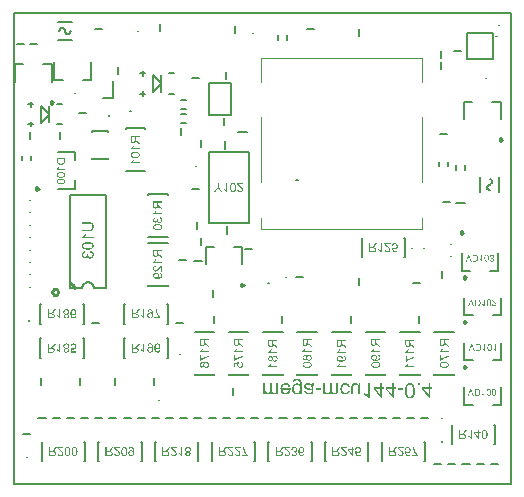
<source format=gbo>
G04*
G04 #@! TF.GenerationSoftware,Altium Limited,Altium Designer,22.11.1 (43)*
G04*
G04 Layer_Color=32896*
%FSLAX25Y25*%
%MOIN*%
G70*
G04*
G04 #@! TF.SameCoordinates,AC619126-FB02-4A1E-A7BB-D0A721C26677*
G04*
G04*
G04 #@! TF.FilePolarity,Positive*
G04*
G01*
G75*
%ADD11C,0.00984*%
%ADD13C,0.00787*%
%ADD14C,0.00394*%
%ADD15C,0.00300*%
%ADD16C,0.00669*%
%ADD130C,0.00800*%
%ADD131C,0.00394*%
%ADD132C,0.00500*%
G36*
X94969Y35422D02*
X95149Y35400D01*
X95231Y35384D01*
X95302Y35368D01*
X95373Y35351D01*
X95439Y35329D01*
X95499Y35307D01*
X95548Y35291D01*
X95591Y35275D01*
X95630Y35258D01*
X95657Y35242D01*
X95679Y35236D01*
X95690Y35226D01*
X95695D01*
X95826Y35144D01*
X95941Y35051D01*
X96034Y34958D01*
X96110Y34865D01*
X96170Y34789D01*
X96214Y34723D01*
X96230Y34696D01*
X96241Y34680D01*
X96247Y34669D01*
Y34663D01*
X96280Y34592D01*
X96307Y34510D01*
X96329Y34418D01*
X96351Y34325D01*
X96378Y34123D01*
X96400Y33926D01*
X96405Y33833D01*
X96411Y33746D01*
X96416Y33664D01*
X96421Y33593D01*
Y33538D01*
Y33495D01*
Y33468D01*
Y33457D01*
Y30301D01*
X95854D01*
Y30748D01*
X95772Y30656D01*
X95690Y30574D01*
X95597Y30503D01*
X95510Y30443D01*
X95417Y30388D01*
X95329Y30350D01*
X95242Y30312D01*
X95160Y30284D01*
X95084Y30262D01*
X95013Y30246D01*
X94947Y30235D01*
X94893Y30224D01*
X94849D01*
X94811Y30219D01*
X94696D01*
X94609Y30230D01*
X94450Y30257D01*
X94308Y30295D01*
X94243Y30317D01*
X94183Y30339D01*
X94128Y30366D01*
X94085Y30388D01*
X94041Y30410D01*
X94008Y30426D01*
X93981Y30443D01*
X93959Y30454D01*
X93948Y30459D01*
X93943Y30464D01*
X93817Y30563D01*
X93702Y30672D01*
X93609Y30787D01*
X93533Y30896D01*
X93473Y30994D01*
X93446Y31038D01*
X93429Y31076D01*
X93413Y31103D01*
X93402Y31125D01*
X93391Y31141D01*
Y31147D01*
X93331Y31316D01*
X93282Y31486D01*
X93249Y31644D01*
X93227Y31791D01*
X93222Y31862D01*
X93216Y31922D01*
X93211Y31971D01*
Y32021D01*
X93205Y32059D01*
Y32086D01*
Y32102D01*
Y32108D01*
X93211Y32250D01*
X93222Y32381D01*
X93244Y32512D01*
X93271Y32632D01*
X93298Y32747D01*
X93336Y32856D01*
X93375Y32954D01*
X93413Y33047D01*
X93451Y33129D01*
X93484Y33200D01*
X93522Y33265D01*
X93550Y33315D01*
X93577Y33358D01*
X93599Y33386D01*
X93609Y33407D01*
X93615Y33413D01*
X93697Y33506D01*
X93784Y33593D01*
X93877Y33664D01*
X93975Y33724D01*
X94068Y33779D01*
X94166Y33822D01*
X94265Y33855D01*
X94358Y33888D01*
X94445Y33910D01*
X94521Y33926D01*
X94598Y33937D01*
X94658Y33942D01*
X94713Y33948D01*
X94751Y33953D01*
X94783D01*
X94893Y33948D01*
X95002Y33931D01*
X95100Y33910D01*
X95193Y33877D01*
X95286Y33844D01*
X95368Y33801D01*
X95444Y33762D01*
X95515Y33713D01*
X95575Y33669D01*
X95635Y33626D01*
X95679Y33588D01*
X95723Y33555D01*
X95750Y33522D01*
X95777Y33500D01*
X95788Y33484D01*
X95793Y33478D01*
Y33588D01*
Y33686D01*
X95788Y33773D01*
Y33855D01*
X95783Y33926D01*
Y33992D01*
X95777Y34046D01*
X95772Y34095D01*
X95766Y34139D01*
Y34172D01*
X95761Y34205D01*
X95755Y34226D01*
Y34243D01*
X95750Y34254D01*
Y34265D01*
X95712Y34374D01*
X95662Y34472D01*
X95608Y34554D01*
X95559Y34620D01*
X95504Y34674D01*
X95466Y34712D01*
X95439Y34740D01*
X95433Y34745D01*
X95428D01*
X95335Y34805D01*
X95226Y34843D01*
X95117Y34876D01*
X95013Y34898D01*
X94915Y34909D01*
X94876Y34914D01*
X94838D01*
X94811Y34920D01*
X94767D01*
X94625Y34914D01*
X94499Y34892D01*
X94396Y34865D01*
X94303Y34833D01*
X94232Y34800D01*
X94183Y34772D01*
X94150Y34751D01*
X94139Y34745D01*
X94079Y34690D01*
X94035Y34625D01*
X93997Y34559D01*
X93970Y34488D01*
X93954Y34428D01*
X93943Y34379D01*
X93932Y34347D01*
Y34341D01*
Y34336D01*
X93331Y34254D01*
Y34363D01*
X93342Y34461D01*
X93358Y34554D01*
X93386Y34641D01*
X93413Y34718D01*
X93446Y34794D01*
X93479Y34860D01*
X93517Y34914D01*
X93555Y34969D01*
X93588Y35013D01*
X93621Y35051D01*
X93653Y35084D01*
X93675Y35105D01*
X93697Y35122D01*
X93708Y35133D01*
X93713Y35138D01*
X93790Y35187D01*
X93877Y35236D01*
X93959Y35275D01*
X94052Y35307D01*
X94226Y35362D01*
X94396Y35395D01*
X94472Y35406D01*
X94543Y35417D01*
X94609Y35422D01*
X94663Y35428D01*
X94707Y35433D01*
X94772D01*
X94969Y35422D01*
D02*
G37*
G36*
X135799Y33249D02*
X135095D01*
Y33953D01*
X135799D01*
Y33249D01*
D02*
G37*
G36*
X91174Y34030D02*
X91289Y34024D01*
X91393Y34008D01*
X91491Y33986D01*
X91584Y33964D01*
X91666Y33937D01*
X91748Y33910D01*
X91819Y33882D01*
X91884Y33855D01*
X91939Y33828D01*
X91988Y33801D01*
X92032Y33779D01*
X92059Y33757D01*
X92086Y33740D01*
X92097Y33735D01*
X92103Y33729D01*
X92179Y33669D01*
X92244Y33604D01*
X92305Y33533D01*
X92365Y33462D01*
X92463Y33315D01*
X92539Y33178D01*
X92567Y33112D01*
X92594Y33053D01*
X92616Y32998D01*
X92632Y32949D01*
X92649Y32910D01*
X92659Y32883D01*
X92665Y32861D01*
Y32856D01*
X92021Y32774D01*
X91966Y32910D01*
X91901Y33031D01*
X91835Y33134D01*
X91775Y33211D01*
X91720Y33276D01*
X91677Y33320D01*
X91649Y33342D01*
X91644Y33353D01*
X91638D01*
X91546Y33413D01*
X91447Y33451D01*
X91349Y33484D01*
X91262Y33506D01*
X91180Y33517D01*
X91114Y33522D01*
X91092Y33527D01*
X91060D01*
X90978Y33522D01*
X90896Y33511D01*
X90820Y33500D01*
X90749Y33478D01*
X90618Y33429D01*
X90508Y33369D01*
X90459Y33342D01*
X90415Y33309D01*
X90383Y33282D01*
X90350Y33260D01*
X90328Y33238D01*
X90312Y33222D01*
X90301Y33216D01*
X90295Y33211D01*
X90241Y33145D01*
X90192Y33080D01*
X90153Y33003D01*
X90115Y32932D01*
X90055Y32774D01*
X90011Y32627D01*
X89995Y32556D01*
X89984Y32490D01*
X89973Y32436D01*
X89968Y32381D01*
X89962Y32343D01*
X89957Y32310D01*
Y32288D01*
Y32283D01*
X92681D01*
X92687Y32212D01*
Y32157D01*
Y32130D01*
Y32119D01*
X92681Y31955D01*
X92665Y31802D01*
X92643Y31655D01*
X92616Y31518D01*
X92578Y31393D01*
X92539Y31278D01*
X92496Y31174D01*
X92457Y31081D01*
X92414Y30999D01*
X92370Y30923D01*
X92332Y30863D01*
X92294Y30814D01*
X92266Y30770D01*
X92244Y30743D01*
X92228Y30727D01*
X92223Y30721D01*
X92135Y30634D01*
X92037Y30557D01*
X91939Y30486D01*
X91840Y30432D01*
X91742Y30382D01*
X91638Y30339D01*
X91546Y30306D01*
X91453Y30279D01*
X91365Y30262D01*
X91284Y30246D01*
X91213Y30235D01*
X91147Y30224D01*
X91098D01*
X91060Y30219D01*
X91027D01*
X90891Y30224D01*
X90754Y30241D01*
X90634Y30268D01*
X90514Y30301D01*
X90404Y30339D01*
X90301Y30382D01*
X90208Y30426D01*
X90126Y30475D01*
X90050Y30525D01*
X89984Y30568D01*
X89924Y30612D01*
X89880Y30650D01*
X89842Y30683D01*
X89815Y30710D01*
X89798Y30727D01*
X89793Y30732D01*
X89711Y30830D01*
X89640Y30939D01*
X89575Y31054D01*
X89520Y31169D01*
X89476Y31289D01*
X89438Y31409D01*
X89405Y31524D01*
X89384Y31638D01*
X89362Y31742D01*
X89351Y31846D01*
X89340Y31933D01*
X89329Y32010D01*
Y32075D01*
X89323Y32124D01*
Y32152D01*
Y32162D01*
X89329Y32326D01*
X89345Y32479D01*
X89367Y32621D01*
X89394Y32752D01*
X89433Y32878D01*
X89471Y32992D01*
X89514Y33096D01*
X89558Y33189D01*
X89596Y33271D01*
X89640Y33342D01*
X89678Y33402D01*
X89717Y33451D01*
X89744Y33495D01*
X89766Y33522D01*
X89782Y33538D01*
X89788Y33544D01*
X89880Y33631D01*
X89979Y33708D01*
X90077Y33773D01*
X90186Y33828D01*
X90290Y33877D01*
X90399Y33915D01*
X90503Y33948D01*
X90601Y33975D01*
X90694Y33992D01*
X90781Y34008D01*
X90858Y34019D01*
X90929Y34030D01*
X90983D01*
X91027Y34035D01*
X91060D01*
X91174Y34030D01*
D02*
G37*
G36*
X111065D02*
X111169Y34019D01*
X111267Y34003D01*
X111365Y33981D01*
X111453Y33953D01*
X111535Y33921D01*
X111611Y33893D01*
X111682Y33855D01*
X111742Y33822D01*
X111802Y33795D01*
X111846Y33762D01*
X111890Y33735D01*
X111917Y33713D01*
X111944Y33697D01*
X111955Y33686D01*
X111961Y33680D01*
X112032Y33609D01*
X112103Y33538D01*
X112163Y33457D01*
X112212Y33375D01*
X112261Y33293D01*
X112305Y33211D01*
X112370Y33058D01*
X112397Y32982D01*
X112419Y32916D01*
X112436Y32856D01*
X112452Y32801D01*
X112463Y32758D01*
X112468Y32725D01*
X112474Y32703D01*
Y32698D01*
X111868Y32616D01*
X111851Y32703D01*
X111835Y32779D01*
X111813Y32856D01*
X111791Y32921D01*
X111764Y32987D01*
X111742Y33042D01*
X111715Y33091D01*
X111688Y33140D01*
X111660Y33178D01*
X111638Y33211D01*
X111595Y33265D01*
X111567Y33298D01*
X111562Y33304D01*
X111557Y33309D01*
X111458Y33380D01*
X111360Y33435D01*
X111256Y33473D01*
X111163Y33500D01*
X111076Y33517D01*
X111043Y33522D01*
X111011D01*
X110983Y33527D01*
X110951D01*
X110869Y33522D01*
X110787Y33511D01*
X110716Y33495D01*
X110645Y33473D01*
X110519Y33424D01*
X110410Y33358D01*
X110366Y33331D01*
X110328Y33298D01*
X110295Y33271D01*
X110263Y33244D01*
X110241Y33227D01*
X110224Y33211D01*
X110219Y33200D01*
X110213Y33195D01*
X110164Y33129D01*
X110121Y33053D01*
X110082Y32971D01*
X110055Y32889D01*
X110001Y32708D01*
X109968Y32534D01*
X109957Y32452D01*
X109951Y32375D01*
X109946Y32304D01*
X109940Y32244D01*
X109935Y32195D01*
Y32157D01*
Y32130D01*
Y32124D01*
X109940Y31993D01*
X109946Y31868D01*
X109962Y31758D01*
X109979Y31655D01*
X110001Y31556D01*
X110028Y31469D01*
X110055Y31393D01*
X110082Y31322D01*
X110104Y31262D01*
X110132Y31207D01*
X110159Y31163D01*
X110181Y31131D01*
X110197Y31098D01*
X110213Y31081D01*
X110219Y31071D01*
X110224Y31065D01*
X110279Y31005D01*
X110339Y30956D01*
X110405Y30907D01*
X110465Y30869D01*
X110530Y30836D01*
X110590Y30808D01*
X110710Y30770D01*
X110819Y30743D01*
X110863Y30738D01*
X110907Y30732D01*
X110940Y30727D01*
X110983D01*
X111092Y30732D01*
X111196Y30754D01*
X111284Y30787D01*
X111360Y30819D01*
X111420Y30858D01*
X111469Y30885D01*
X111496Y30907D01*
X111507Y30918D01*
X111584Y30994D01*
X111649Y31081D01*
X111698Y31174D01*
X111742Y31262D01*
X111775Y31343D01*
X111797Y31409D01*
X111802Y31436D01*
X111808Y31453D01*
X111813Y31464D01*
Y31469D01*
X112414Y31376D01*
X112392Y31278D01*
X112359Y31180D01*
X112326Y31092D01*
X112294Y31010D01*
X112255Y30934D01*
X112212Y30863D01*
X112173Y30803D01*
X112130Y30743D01*
X112092Y30694D01*
X112053Y30650D01*
X112021Y30612D01*
X111988Y30579D01*
X111966Y30557D01*
X111944Y30541D01*
X111933Y30530D01*
X111928Y30525D01*
X111857Y30470D01*
X111780Y30421D01*
X111698Y30382D01*
X111617Y30350D01*
X111453Y30295D01*
X111300Y30257D01*
X111229Y30246D01*
X111163Y30235D01*
X111103Y30230D01*
X111054Y30224D01*
X111016Y30219D01*
X110956D01*
X110787Y30230D01*
X110623Y30252D01*
X110476Y30290D01*
X110410Y30312D01*
X110344Y30328D01*
X110290Y30350D01*
X110241Y30372D01*
X110197Y30388D01*
X110159Y30410D01*
X110126Y30421D01*
X110104Y30432D01*
X110093Y30443D01*
X110088D01*
X109946Y30535D01*
X109826Y30639D01*
X109722Y30754D01*
X109640Y30858D01*
X109575Y30956D01*
X109553Y30999D01*
X109531Y31038D01*
X109514Y31065D01*
X109504Y31087D01*
X109493Y31103D01*
Y31109D01*
X109427Y31278D01*
X109383Y31458D01*
X109351Y31633D01*
X109323Y31791D01*
X109318Y31868D01*
X109312Y31933D01*
X109307Y31993D01*
Y32048D01*
X109302Y32086D01*
Y32119D01*
Y32141D01*
Y32146D01*
X109307Y32310D01*
X109323Y32468D01*
X109345Y32616D01*
X109373Y32752D01*
X109405Y32878D01*
X109443Y32992D01*
X109487Y33096D01*
X109531Y33189D01*
X109569Y33271D01*
X109613Y33347D01*
X109651Y33407D01*
X109684Y33457D01*
X109711Y33500D01*
X109733Y33527D01*
X109749Y33544D01*
X109755Y33549D01*
X109842Y33637D01*
X109935Y33708D01*
X110033Y33773D01*
X110132Y33828D01*
X110235Y33877D01*
X110334Y33915D01*
X110432Y33948D01*
X110525Y33975D01*
X110612Y33997D01*
X110694Y34008D01*
X110770Y34019D01*
X110830Y34030D01*
X110885D01*
X110923Y34035D01*
X110956D01*
X111065Y34030D01*
D02*
G37*
G36*
X130323Y31819D02*
X128417D01*
Y32441D01*
X130323D01*
Y31819D01*
D02*
G37*
G36*
X102935D02*
X101030D01*
Y32441D01*
X102935D01*
Y31819D01*
D02*
G37*
G36*
X108564Y31447D02*
X108559Y31333D01*
X108554Y31229D01*
X108537Y31131D01*
X108521Y31038D01*
X108499Y30956D01*
X108472Y30879D01*
X108444Y30814D01*
X108417Y30754D01*
X108390Y30699D01*
X108362Y30650D01*
X108341Y30612D01*
X108313Y30579D01*
X108297Y30557D01*
X108281Y30541D01*
X108275Y30530D01*
X108270Y30525D01*
X108215Y30470D01*
X108150Y30421D01*
X108084Y30382D01*
X108019Y30350D01*
X107877Y30295D01*
X107746Y30257D01*
X107680Y30246D01*
X107620Y30235D01*
X107571Y30230D01*
X107522Y30224D01*
X107489Y30219D01*
X107434D01*
X107309Y30224D01*
X107189Y30246D01*
X107074Y30279D01*
X106965Y30317D01*
X106866Y30366D01*
X106774Y30421D01*
X106686Y30481D01*
X106610Y30535D01*
X106539Y30595D01*
X106479Y30656D01*
X106424Y30710D01*
X106386Y30759D01*
X106348Y30797D01*
X106326Y30830D01*
X106309Y30852D01*
X106304Y30858D01*
X106255Y30748D01*
X106200Y30656D01*
X106140Y30579D01*
X106080Y30508D01*
X106020Y30459D01*
X105976Y30421D01*
X105944Y30393D01*
X105938Y30388D01*
X105933D01*
X105829Y30333D01*
X105720Y30290D01*
X105611Y30262D01*
X105507Y30241D01*
X105414Y30230D01*
X105376Y30224D01*
X105338Y30219D01*
X105272D01*
X105141Y30224D01*
X105016Y30246D01*
X104906Y30268D01*
X104808Y30301D01*
X104732Y30328D01*
X104699Y30344D01*
X104672Y30355D01*
X104650Y30366D01*
X104633Y30377D01*
X104628Y30382D01*
X104622D01*
X104519Y30448D01*
X104431Y30519D01*
X104355Y30590D01*
X104289Y30661D01*
X104235Y30721D01*
X104197Y30770D01*
X104175Y30803D01*
X104164Y30808D01*
Y30301D01*
X103612D01*
Y33953D01*
X104229D01*
Y32059D01*
Y31966D01*
X104235Y31884D01*
X104240Y31802D01*
X104246Y31731D01*
X104251Y31660D01*
X104262Y31600D01*
X104268Y31545D01*
X104278Y31491D01*
X104289Y31447D01*
X104295Y31409D01*
X104306Y31376D01*
X104311Y31349D01*
X104317Y31327D01*
X104322Y31311D01*
X104327Y31305D01*
Y31300D01*
X104371Y31207D01*
X104420Y31125D01*
X104475Y31054D01*
X104530Y30999D01*
X104573Y30950D01*
X104611Y30923D01*
X104639Y30901D01*
X104650Y30896D01*
X104737Y30847D01*
X104819Y30814D01*
X104901Y30787D01*
X104977Y30770D01*
X105043Y30759D01*
X105092Y30754D01*
X105136D01*
X105256Y30765D01*
X105359Y30787D01*
X105441Y30819D01*
X105512Y30858D01*
X105561Y30896D01*
X105600Y30929D01*
X105622Y30950D01*
X105627Y30961D01*
X105676Y31049D01*
X105714Y31147D01*
X105742Y31251D01*
X105763Y31349D01*
X105774Y31442D01*
Y31480D01*
X105780Y31513D01*
Y31545D01*
Y31567D01*
Y31578D01*
Y31584D01*
Y33953D01*
X106397D01*
Y31835D01*
X106402Y31731D01*
X106408Y31638D01*
X106419Y31545D01*
X106435Y31464D01*
X106457Y31393D01*
X106479Y31322D01*
X106501Y31262D01*
X106528Y31207D01*
X106550Y31163D01*
X106572Y31120D01*
X106593Y31087D01*
X106615Y31060D01*
X106632Y31038D01*
X106643Y31021D01*
X106653Y31016D01*
Y31010D01*
X106703Y30967D01*
X106757Y30923D01*
X106861Y30863D01*
X106970Y30814D01*
X107074Y30787D01*
X107161Y30765D01*
X107200Y30759D01*
X107232D01*
X107260Y30754D01*
X107298D01*
X107374Y30759D01*
X107445Y30770D01*
X107511Y30787D01*
X107565Y30803D01*
X107609Y30825D01*
X107642Y30841D01*
X107664Y30852D01*
X107669Y30858D01*
X107724Y30896D01*
X107773Y30939D01*
X107806Y30983D01*
X107838Y31027D01*
X107860Y31065D01*
X107877Y31092D01*
X107887Y31114D01*
Y31120D01*
X107909Y31191D01*
X107920Y31273D01*
X107931Y31360D01*
X107942Y31447D01*
Y31529D01*
X107948Y31595D01*
Y31617D01*
Y31638D01*
Y31649D01*
Y31655D01*
Y33953D01*
X108564D01*
Y31447D01*
D02*
G37*
G36*
X88614D02*
X88608Y31333D01*
X88603Y31229D01*
X88586Y31131D01*
X88570Y31038D01*
X88548Y30956D01*
X88521Y30879D01*
X88494Y30814D01*
X88466Y30754D01*
X88439Y30699D01*
X88412Y30650D01*
X88390Y30612D01*
X88362Y30579D01*
X88346Y30557D01*
X88330Y30541D01*
X88324Y30530D01*
X88319Y30525D01*
X88264Y30470D01*
X88199Y30421D01*
X88133Y30382D01*
X88068Y30350D01*
X87926Y30295D01*
X87795Y30257D01*
X87729Y30246D01*
X87669Y30235D01*
X87620Y30230D01*
X87571Y30224D01*
X87538Y30219D01*
X87483D01*
X87358Y30224D01*
X87238Y30246D01*
X87123Y30279D01*
X87014Y30317D01*
X86916Y30366D01*
X86823Y30421D01*
X86735Y30481D01*
X86659Y30535D01*
X86588Y30595D01*
X86528Y30656D01*
X86473Y30710D01*
X86435Y30759D01*
X86397Y30797D01*
X86375Y30830D01*
X86359Y30852D01*
X86353Y30858D01*
X86304Y30748D01*
X86250Y30656D01*
X86189Y30579D01*
X86129Y30508D01*
X86069Y30459D01*
X86026Y30421D01*
X85993Y30393D01*
X85987Y30388D01*
X85982D01*
X85878Y30333D01*
X85769Y30290D01*
X85660Y30262D01*
X85556Y30241D01*
X85463Y30230D01*
X85425Y30224D01*
X85387Y30219D01*
X85321D01*
X85190Y30224D01*
X85065Y30246D01*
X84955Y30268D01*
X84857Y30301D01*
X84781Y30328D01*
X84748Y30344D01*
X84721Y30355D01*
X84699Y30366D01*
X84682Y30377D01*
X84677Y30382D01*
X84671D01*
X84568Y30448D01*
X84480Y30519D01*
X84404Y30590D01*
X84338Y30661D01*
X84284Y30721D01*
X84246Y30770D01*
X84224Y30803D01*
X84213Y30808D01*
Y30301D01*
X83661D01*
Y33953D01*
X84278D01*
Y32059D01*
Y31966D01*
X84284Y31884D01*
X84289Y31802D01*
X84295Y31731D01*
X84300Y31660D01*
X84311Y31600D01*
X84317Y31545D01*
X84328Y31491D01*
X84338Y31447D01*
X84344Y31409D01*
X84355Y31376D01*
X84360Y31349D01*
X84366Y31327D01*
X84371Y31311D01*
X84377Y31305D01*
Y31300D01*
X84420Y31207D01*
X84469Y31125D01*
X84524Y31054D01*
X84579Y30999D01*
X84622Y30950D01*
X84661Y30923D01*
X84688Y30901D01*
X84699Y30896D01*
X84786Y30847D01*
X84868Y30814D01*
X84950Y30787D01*
X85026Y30770D01*
X85092Y30759D01*
X85141Y30754D01*
X85185D01*
X85305Y30765D01*
X85409Y30787D01*
X85491Y30819D01*
X85562Y30858D01*
X85611Y30896D01*
X85649Y30929D01*
X85671Y30950D01*
X85676Y30961D01*
X85725Y31049D01*
X85764Y31147D01*
X85791Y31251D01*
X85813Y31349D01*
X85824Y31442D01*
Y31480D01*
X85829Y31513D01*
Y31545D01*
Y31567D01*
Y31578D01*
Y31584D01*
Y33953D01*
X86446D01*
Y31835D01*
X86452Y31731D01*
X86457Y31638D01*
X86468Y31545D01*
X86484Y31464D01*
X86506Y31393D01*
X86528Y31322D01*
X86550Y31262D01*
X86577Y31207D01*
X86599Y31163D01*
X86621Y31120D01*
X86643Y31087D01*
X86664Y31060D01*
X86681Y31038D01*
X86692Y31021D01*
X86703Y31016D01*
Y31010D01*
X86752Y30967D01*
X86806Y30923D01*
X86910Y30863D01*
X87019Y30814D01*
X87123Y30787D01*
X87210Y30765D01*
X87249Y30759D01*
X87281D01*
X87309Y30754D01*
X87347D01*
X87423Y30759D01*
X87494Y30770D01*
X87560Y30787D01*
X87615Y30803D01*
X87658Y30825D01*
X87691Y30841D01*
X87713Y30852D01*
X87718Y30858D01*
X87773Y30896D01*
X87822Y30939D01*
X87855Y30983D01*
X87888Y31027D01*
X87909Y31065D01*
X87926Y31092D01*
X87937Y31114D01*
Y31120D01*
X87958Y31191D01*
X87969Y31273D01*
X87980Y31360D01*
X87991Y31447D01*
Y31529D01*
X87997Y31595D01*
Y31617D01*
Y31638D01*
Y31649D01*
Y31655D01*
Y33953D01*
X88614D01*
Y31447D01*
D02*
G37*
G36*
X98535Y34030D02*
X98660Y34019D01*
X98775Y33997D01*
X98878Y33975D01*
X98960Y33953D01*
X98999Y33942D01*
X99026Y33931D01*
X99048Y33926D01*
X99064Y33921D01*
X99075Y33915D01*
X99080D01*
X99201Y33861D01*
X99321Y33801D01*
X99430Y33729D01*
X99534Y33659D01*
X99621Y33599D01*
X99654Y33566D01*
X99686Y33544D01*
X99714Y33522D01*
X99730Y33506D01*
X99741Y33500D01*
X99747Y33495D01*
X99757Y33593D01*
X99774Y33680D01*
X99796Y33757D01*
X99818Y33822D01*
X99834Y33877D01*
X99850Y33921D01*
X99861Y33942D01*
X99867Y33953D01*
X100511D01*
X100473Y33877D01*
X100440Y33795D01*
X100413Y33724D01*
X100391Y33659D01*
X100374Y33599D01*
X100364Y33555D01*
X100358Y33527D01*
Y33517D01*
X100353Y33468D01*
X100347Y33402D01*
X100342Y33331D01*
X100336Y33249D01*
X100331Y33162D01*
Y33069D01*
X100325Y32883D01*
Y32796D01*
X100320Y32708D01*
Y32632D01*
Y32561D01*
Y32506D01*
Y32463D01*
Y32436D01*
Y32425D01*
Y31600D01*
Y31524D01*
Y31458D01*
X100314Y31398D01*
Y31338D01*
X100309Y31240D01*
X100303Y31163D01*
X100298Y31103D01*
X100293Y31065D01*
X100287Y31038D01*
Y31032D01*
X100265Y30939D01*
X100233Y30858D01*
X100200Y30787D01*
X100167Y30727D01*
X100140Y30677D01*
X100112Y30639D01*
X100096Y30617D01*
X100091Y30612D01*
X100031Y30552D01*
X99965Y30497D01*
X99894Y30448D01*
X99823Y30410D01*
X99757Y30377D01*
X99708Y30355D01*
X99686Y30344D01*
X99670Y30339D01*
X99665Y30333D01*
X99659D01*
X99545Y30295D01*
X99419Y30268D01*
X99293Y30246D01*
X99173Y30235D01*
X99069Y30224D01*
X99020D01*
X98982Y30219D01*
X98906D01*
X98737Y30224D01*
X98578Y30241D01*
X98436Y30262D01*
X98371Y30273D01*
X98316Y30284D01*
X98261Y30295D01*
X98212Y30306D01*
X98174Y30317D01*
X98141Y30328D01*
X98114Y30339D01*
X98092Y30344D01*
X98081Y30350D01*
X98076D01*
X97950Y30404D01*
X97841Y30464D01*
X97748Y30525D01*
X97672Y30585D01*
X97612Y30639D01*
X97568Y30683D01*
X97541Y30710D01*
X97530Y30716D01*
Y30721D01*
X97464Y30814D01*
X97410Y30918D01*
X97366Y31021D01*
X97328Y31120D01*
X97300Y31207D01*
X97290Y31245D01*
X97279Y31278D01*
X97273Y31305D01*
X97268Y31327D01*
X97262Y31338D01*
Y31343D01*
X97868Y31425D01*
X97890Y31354D01*
X97912Y31289D01*
X97956Y31180D01*
X98010Y31081D01*
X98059Y31010D01*
X98103Y30956D01*
X98141Y30912D01*
X98163Y30890D01*
X98174Y30885D01*
X98261Y30836D01*
X98365Y30797D01*
X98469Y30770D01*
X98573Y30748D01*
X98671Y30738D01*
X98709D01*
X98747Y30732D01*
X98818D01*
X98982Y30743D01*
X99124Y30765D01*
X99244Y30797D01*
X99343Y30836D01*
X99419Y30879D01*
X99446Y30896D01*
X99474Y30912D01*
X99495Y30923D01*
X99506Y30934D01*
X99517Y30945D01*
X99577Y31010D01*
X99621Y31092D01*
X99654Y31180D01*
X99676Y31267D01*
X99686Y31349D01*
X99697Y31414D01*
Y31436D01*
Y31458D01*
Y31469D01*
Y31475D01*
Y31491D01*
Y31513D01*
Y31567D01*
X99692Y31589D01*
Y31611D01*
Y31627D01*
Y31633D01*
X99621Y31655D01*
X99545Y31677D01*
X99457Y31698D01*
X99370Y31720D01*
X99190Y31758D01*
X99010Y31791D01*
X98922Y31802D01*
X98846Y31813D01*
X98775Y31824D01*
X98709Y31835D01*
X98660Y31840D01*
X98622Y31846D01*
X98600Y31851D01*
X98589D01*
X98458Y31868D01*
X98349Y31884D01*
X98251Y31900D01*
X98174Y31911D01*
X98114Y31928D01*
X98070Y31933D01*
X98049Y31944D01*
X98038D01*
X97950Y31971D01*
X97863Y32004D01*
X97786Y32037D01*
X97721Y32070D01*
X97666Y32097D01*
X97628Y32124D01*
X97601Y32141D01*
X97590Y32146D01*
X97519Y32201D01*
X97459Y32255D01*
X97404Y32315D01*
X97361Y32370D01*
X97322Y32425D01*
X97295Y32463D01*
X97279Y32490D01*
X97273Y32501D01*
X97235Y32588D01*
X97202Y32670D01*
X97180Y32752D01*
X97170Y32829D01*
X97158Y32894D01*
X97153Y32949D01*
Y32982D01*
Y32987D01*
Y32992D01*
X97158Y33074D01*
X97170Y33156D01*
X97180Y33233D01*
X97202Y33304D01*
X97257Y33435D01*
X97317Y33538D01*
X97344Y33588D01*
X97372Y33626D01*
X97399Y33664D01*
X97426Y33691D01*
X97448Y33713D01*
X97459Y33729D01*
X97470Y33740D01*
X97475Y33746D01*
X97541Y33795D01*
X97606Y33839D01*
X97683Y33882D01*
X97754Y33915D01*
X97907Y33964D01*
X98059Y33997D01*
X98125Y34014D01*
X98190Y34019D01*
X98251Y34024D01*
X98300Y34030D01*
X98338Y34035D01*
X98398D01*
X98535Y34030D01*
D02*
G37*
G36*
X114368D02*
X114494Y34008D01*
X114609Y33981D01*
X114723Y33937D01*
X114827Y33893D01*
X114920Y33839D01*
X115007Y33784D01*
X115089Y33724D01*
X115160Y33669D01*
X115220Y33615D01*
X115275Y33560D01*
X115319Y33517D01*
X115351Y33473D01*
X115373Y33446D01*
X115390Y33424D01*
X115395Y33418D01*
Y33953D01*
X115946D01*
Y30301D01*
X115329D01*
Y32261D01*
X115324Y32425D01*
X115313Y32567D01*
X115297Y32687D01*
X115280Y32790D01*
X115269Y32834D01*
X115258Y32867D01*
X115247Y32900D01*
X115242Y32927D01*
X115237Y32943D01*
X115231Y32960D01*
X115226Y32965D01*
Y32971D01*
X115182Y33058D01*
X115127Y33134D01*
X115067Y33200D01*
X115013Y33255D01*
X114958Y33298D01*
X114915Y33331D01*
X114887Y33353D01*
X114882Y33358D01*
X114876D01*
X114783Y33407D01*
X114696Y33440D01*
X114609Y33468D01*
X114527Y33484D01*
X114456Y33495D01*
X114407Y33500D01*
X114357D01*
X114259Y33495D01*
X114166Y33478D01*
X114084Y33457D01*
X114019Y33429D01*
X113964Y33407D01*
X113921Y33386D01*
X113899Y33369D01*
X113888Y33364D01*
X113822Y33309D01*
X113768Y33244D01*
X113724Y33184D01*
X113691Y33123D01*
X113664Y33069D01*
X113648Y33020D01*
X113642Y32992D01*
X113637Y32982D01*
X113631Y32949D01*
X113626Y32905D01*
X113620Y32807D01*
X113610Y32698D01*
Y32588D01*
X113604Y32490D01*
Y32446D01*
Y32403D01*
Y32370D01*
Y32348D01*
Y32332D01*
Y32326D01*
Y30301D01*
X112987D01*
Y32567D01*
Y32703D01*
X112993Y32823D01*
X112998Y32921D01*
X113004Y33003D01*
X113009Y33063D01*
X113014Y33112D01*
X113020Y33134D01*
Y33145D01*
X113047Y33244D01*
X113074Y33331D01*
X113107Y33407D01*
X113140Y33473D01*
X113167Y33527D01*
X113189Y33571D01*
X113206Y33593D01*
X113211Y33604D01*
X113266Y33669D01*
X113331Y33729D01*
X113402Y33784D01*
X113468Y33828D01*
X113533Y33866D01*
X113582Y33893D01*
X113615Y33910D01*
X113620Y33915D01*
X113626D01*
X113735Y33953D01*
X113839Y33986D01*
X113943Y34008D01*
X114035Y34019D01*
X114117Y34030D01*
X114177Y34035D01*
X114232D01*
X114368Y34030D01*
D02*
G37*
G36*
X119075Y28897D02*
X118676D01*
X118605Y29023D01*
X118524Y29143D01*
X118431Y29258D01*
X118338Y29356D01*
X118256Y29449D01*
X118218Y29482D01*
X118191Y29514D01*
X118163Y29542D01*
X118141Y29558D01*
X118130Y29569D01*
X118125Y29574D01*
X117977Y29700D01*
X117819Y29809D01*
X117666Y29913D01*
X117524Y30000D01*
X117464Y30033D01*
X117404Y30066D01*
X117350Y30099D01*
X117306Y30121D01*
X117268Y30137D01*
X117240Y30153D01*
X117224Y30159D01*
X117219Y30164D01*
Y30759D01*
X117328Y30716D01*
X117442Y30667D01*
X117552Y30612D01*
X117650Y30563D01*
X117737Y30514D01*
X117775Y30497D01*
X117808Y30475D01*
X117836Y30464D01*
X117852Y30454D01*
X117863Y30443D01*
X117868D01*
X117999Y30361D01*
X118114Y30284D01*
X118218Y30213D01*
X118300Y30148D01*
X118371Y30093D01*
X118420Y30055D01*
X118447Y30028D01*
X118458Y30017D01*
Y33953D01*
X119075D01*
Y28897D01*
D02*
G37*
G36*
X139304Y32747D02*
X139987D01*
Y32179D01*
X139304D01*
Y28914D01*
X138796D01*
X136492Y32179D01*
Y32747D01*
X138687D01*
Y33953D01*
X139304D01*
Y32747D01*
D02*
G37*
G36*
X127178D02*
X127860D01*
Y32179D01*
X127178D01*
Y28914D01*
X126670D01*
X124366Y32179D01*
Y32747D01*
X126561D01*
Y33953D01*
X127178D01*
Y32747D01*
D02*
G37*
G36*
X123263D02*
X123945D01*
Y32179D01*
X123263D01*
Y28914D01*
X122755D01*
X120451Y32179D01*
Y32747D01*
X122646D01*
Y33953D01*
X123263D01*
Y32747D01*
D02*
G37*
G36*
X132578Y34030D02*
X132670Y34024D01*
X132763Y34008D01*
X132851Y33992D01*
X132932Y33964D01*
X133003Y33942D01*
X133074Y33915D01*
X133134Y33888D01*
X133194Y33861D01*
X133244Y33833D01*
X133287Y33806D01*
X133320Y33784D01*
X133347Y33768D01*
X133369Y33751D01*
X133380Y33746D01*
X133386Y33740D01*
X133451Y33680D01*
X133517Y33620D01*
X133626Y33484D01*
X133719Y33347D01*
X133795Y33211D01*
X133828Y33145D01*
X133855Y33085D01*
X133877Y33036D01*
X133899Y32987D01*
X133915Y32954D01*
X133921Y32921D01*
X133932Y32905D01*
Y32900D01*
X133964Y32796D01*
X133992Y32681D01*
X134041Y32446D01*
X134074Y32206D01*
X134084Y32092D01*
X134095Y31977D01*
X134101Y31873D01*
X134106Y31775D01*
X134112Y31693D01*
X134117Y31617D01*
Y31556D01*
Y31507D01*
Y31480D01*
Y31469D01*
Y31333D01*
X134112Y31201D01*
X134106Y31081D01*
X134101Y30967D01*
X134090Y30863D01*
X134079Y30765D01*
X134068Y30677D01*
X134063Y30595D01*
X134052Y30525D01*
X134041Y30464D01*
X134030Y30410D01*
X134019Y30366D01*
X134013Y30328D01*
X134008Y30306D01*
X134003Y30290D01*
Y30284D01*
X133959Y30126D01*
X133904Y29978D01*
X133855Y29853D01*
X133806Y29744D01*
X133779Y29700D01*
X133762Y29656D01*
X133740Y29618D01*
X133724Y29591D01*
X133708Y29569D01*
X133702Y29553D01*
X133691Y29542D01*
Y29536D01*
X133615Y29427D01*
X133528Y29329D01*
X133446Y29247D01*
X133364Y29181D01*
X133293Y29127D01*
X133238Y29094D01*
X133216Y29078D01*
X133200Y29067D01*
X133189Y29061D01*
X133184D01*
X133063Y29007D01*
X132943Y28968D01*
X132823Y28936D01*
X132714Y28919D01*
X132616Y28908D01*
X132578Y28903D01*
X132539Y28897D01*
X132474D01*
X132376Y28903D01*
X132277Y28908D01*
X132184Y28925D01*
X132097Y28941D01*
X132021Y28963D01*
X131944Y28990D01*
X131873Y29017D01*
X131813Y29045D01*
X131753Y29072D01*
X131704Y29100D01*
X131660Y29121D01*
X131628Y29149D01*
X131600Y29165D01*
X131578Y29181D01*
X131568Y29187D01*
X131562Y29192D01*
X131497Y29252D01*
X131436Y29312D01*
X131327Y29449D01*
X131229Y29585D01*
X131152Y29722D01*
X131120Y29787D01*
X131092Y29842D01*
X131071Y29897D01*
X131049Y29940D01*
X131038Y29978D01*
X131027Y30011D01*
X131016Y30028D01*
Y30033D01*
X130983Y30137D01*
X130956Y30252D01*
X130912Y30486D01*
X130879Y30727D01*
X130869Y30841D01*
X130858Y30956D01*
X130852Y31060D01*
X130847Y31158D01*
X130841Y31245D01*
Y31322D01*
X130836Y31382D01*
Y31431D01*
Y31458D01*
Y31469D01*
X130841Y31726D01*
X130858Y31966D01*
X130879Y32184D01*
X130912Y32386D01*
X130950Y32572D01*
X130994Y32741D01*
X131038Y32889D01*
X131087Y33025D01*
X131131Y33140D01*
X131174Y33244D01*
X131218Y33325D01*
X131256Y33397D01*
X131289Y33451D01*
X131311Y33489D01*
X131327Y33511D01*
X131333Y33517D01*
X131415Y33609D01*
X131502Y33686D01*
X131595Y33757D01*
X131688Y33817D01*
X131780Y33866D01*
X131879Y33910D01*
X131972Y33942D01*
X132059Y33970D01*
X132146Y33992D01*
X132223Y34008D01*
X132294Y34019D01*
X132354Y34024D01*
X132403Y34030D01*
X132441Y34035D01*
X132474D01*
X132578Y34030D01*
D02*
G37*
G36*
X159852Y76819D02*
X159908Y76811D01*
X159962Y76802D01*
X160014Y76789D01*
X160063Y76775D01*
X160107Y76757D01*
X160149Y76738D01*
X160186Y76718D01*
X160221Y76701D01*
X160250Y76681D01*
X160277Y76664D01*
X160297Y76649D01*
X160314Y76637D01*
X160326Y76627D01*
X160334Y76620D01*
X160336Y76617D01*
X160376Y76578D01*
X160407Y76536D01*
X160437Y76494D01*
X160462Y76450D01*
X160484Y76408D01*
X160501Y76366D01*
X160516Y76327D01*
X160528Y76288D01*
X160538Y76251D01*
X160543Y76219D01*
X160548Y76189D01*
X160553Y76162D01*
Y76142D01*
X160555Y76125D01*
Y76115D01*
Y76113D01*
Y76073D01*
X160550Y76034D01*
X160538Y75963D01*
X160518Y75901D01*
X160508Y75874D01*
X160499Y75850D01*
X160489Y75825D01*
X160479Y75805D01*
X160469Y75788D01*
X160459Y75776D01*
X160452Y75763D01*
X160447Y75756D01*
X160444Y75751D01*
X160442Y75749D01*
X160398Y75697D01*
X160346Y75655D01*
X160294Y75623D01*
X160245Y75596D01*
X160198Y75577D01*
X160179Y75569D01*
X160164Y75564D01*
X160149Y75559D01*
X160139Y75557D01*
X160132Y75554D01*
X160130D01*
X160184Y75525D01*
X160230Y75495D01*
X160272Y75463D01*
X160304Y75431D01*
X160331Y75404D01*
X160348Y75382D01*
X160361Y75367D01*
X160363Y75365D01*
Y75362D01*
X160390Y75316D01*
X160410Y75269D01*
X160425Y75225D01*
X160435Y75183D01*
X160440Y75148D01*
X160444Y75119D01*
Y75109D01*
Y75102D01*
Y75097D01*
Y75094D01*
X160442Y75038D01*
X160432Y74984D01*
X160417Y74935D01*
X160403Y74890D01*
X160388Y74853D01*
X160380Y74839D01*
X160373Y74826D01*
X160368Y74816D01*
X160363Y74807D01*
X160361Y74804D01*
Y74802D01*
X160326Y74752D01*
X160287Y74711D01*
X160248Y74674D01*
X160208Y74642D01*
X160174Y74617D01*
X160147Y74600D01*
X160134Y74593D01*
X160127Y74588D01*
X160122Y74585D01*
X160120D01*
X160061Y74558D01*
X160002Y74538D01*
X159943Y74524D01*
X159891Y74514D01*
X159844Y74509D01*
X159827Y74506D01*
X159810Y74504D01*
X159778D01*
X159729Y74506D01*
X159682Y74511D01*
X159638Y74519D01*
X159593Y74529D01*
X159554Y74541D01*
X159517Y74553D01*
X159483Y74568D01*
X159453Y74580D01*
X159423Y74595D01*
X159399Y74610D01*
X159379Y74622D01*
X159360Y74634D01*
X159347Y74644D01*
X159335Y74652D01*
X159330Y74656D01*
X159328Y74659D01*
X159296Y74689D01*
X159266Y74723D01*
X159239Y74757D01*
X159214Y74792D01*
X159192Y74829D01*
X159175Y74863D01*
X159143Y74935D01*
X159131Y74967D01*
X159121Y74996D01*
X159114Y75023D01*
X159106Y75045D01*
X159101Y75065D01*
X159099Y75080D01*
X159096Y75090D01*
Y75092D01*
X159374Y75141D01*
X159389Y75070D01*
X159409Y75008D01*
X159431Y74954D01*
X159456Y74912D01*
X159475Y74878D01*
X159495Y74856D01*
X159507Y74841D01*
X159512Y74836D01*
X159556Y74802D01*
X159601Y74777D01*
X159647Y74757D01*
X159689Y74745D01*
X159729Y74738D01*
X159743Y74735D01*
X159758D01*
X159770Y74733D01*
X159785D01*
X159844Y74738D01*
X159896Y74748D01*
X159943Y74765D01*
X159982Y74782D01*
X160011Y74802D01*
X160034Y74819D01*
X160048Y74829D01*
X160053Y74834D01*
X160073Y74853D01*
X160088Y74873D01*
X160115Y74917D01*
X160134Y74959D01*
X160147Y74998D01*
X160154Y75035D01*
X160157Y75062D01*
X160159Y75075D01*
Y75082D01*
Y75087D01*
Y75090D01*
X160157Y75124D01*
X160152Y75156D01*
X160147Y75188D01*
X160137Y75215D01*
X160112Y75264D01*
X160088Y75304D01*
X160061Y75336D01*
X160036Y75358D01*
X160026Y75365D01*
X160021Y75370D01*
X160016Y75375D01*
X160014D01*
X159960Y75407D01*
X159903Y75429D01*
X159849Y75446D01*
X159800Y75456D01*
X159758Y75463D01*
X159741Y75466D01*
X159724D01*
X159711Y75468D01*
X159679D01*
X159665Y75466D01*
X159652Y75463D01*
X159647D01*
X159618Y75707D01*
X159660Y75697D01*
X159699Y75690D01*
X159731Y75685D01*
X159761Y75680D01*
X159783D01*
X159800Y75677D01*
X159815D01*
X159849Y75680D01*
X159884Y75682D01*
X159945Y75697D01*
X159999Y75717D01*
X160046Y75739D01*
X160083Y75763D01*
X160098Y75773D01*
X160110Y75783D01*
X160120Y75791D01*
X160127Y75798D01*
X160130Y75800D01*
X160132Y75803D01*
X160154Y75827D01*
X160174Y75852D01*
X160191Y75877D01*
X160206Y75904D01*
X160228Y75955D01*
X160245Y76007D01*
X160253Y76051D01*
X160255Y76069D01*
X160257Y76086D01*
X160260Y76098D01*
Y76110D01*
Y76115D01*
Y76118D01*
X160257Y76155D01*
X160255Y76189D01*
X160238Y76256D01*
X160218Y76312D01*
X160194Y76361D01*
X160179Y76383D01*
X160167Y76401D01*
X160157Y76418D01*
X160147Y76430D01*
X160137Y76440D01*
X160130Y76447D01*
X160127Y76452D01*
X160125Y76455D01*
X160098Y76479D01*
X160071Y76499D01*
X160044Y76516D01*
X160016Y76534D01*
X159960Y76558D01*
X159906Y76573D01*
X159861Y76583D01*
X159839Y76585D01*
X159825Y76588D01*
X159810Y76590D01*
X159790D01*
X159731Y76585D01*
X159675Y76573D01*
X159628Y76558D01*
X159586Y76538D01*
X159552Y76519D01*
X159527Y76504D01*
X159520Y76497D01*
X159512Y76492D01*
X159510Y76487D01*
X159507D01*
X159487Y76465D01*
X159468Y76442D01*
X159433Y76391D01*
X159406Y76334D01*
X159384Y76278D01*
X159367Y76226D01*
X159362Y76204D01*
X159357Y76184D01*
X159352Y76167D01*
X159350Y76155D01*
X159347Y76147D01*
Y76145D01*
X159069Y76182D01*
X159077Y76233D01*
X159087Y76283D01*
X159101Y76329D01*
X159116Y76374D01*
X159133Y76415D01*
X159153Y76452D01*
X159173Y76489D01*
X159192Y76519D01*
X159212Y76548D01*
X159229Y76573D01*
X159246Y76595D01*
X159261Y76612D01*
X159276Y76627D01*
X159286Y76637D01*
X159291Y76642D01*
X159293Y76644D01*
X159330Y76676D01*
X159372Y76703D01*
X159411Y76725D01*
X159453Y76748D01*
X159495Y76765D01*
X159537Y76777D01*
X159576Y76789D01*
X159615Y76799D01*
X159652Y76807D01*
X159684Y76811D01*
X159714Y76816D01*
X159741Y76819D01*
X159761D01*
X159778Y76821D01*
X159790D01*
X159852Y76819D01*
D02*
G37*
G36*
X156590Y74504D02*
X156410D01*
X156378Y74561D01*
X156341Y74615D01*
X156299Y74666D01*
X156257Y74711D01*
X156221Y74752D01*
X156203Y74767D01*
X156191Y74782D01*
X156179Y74794D01*
X156169Y74802D01*
X156164Y74807D01*
X156162Y74809D01*
X156095Y74866D01*
X156024Y74915D01*
X155955Y74962D01*
X155891Y75001D01*
X155864Y75016D01*
X155837Y75030D01*
X155812Y75045D01*
X155793Y75055D01*
X155775Y75062D01*
X155763Y75070D01*
X155756Y75072D01*
X155753Y75075D01*
Y75343D01*
X155802Y75323D01*
X155854Y75301D01*
X155903Y75276D01*
X155948Y75254D01*
X155987Y75232D01*
X156004Y75225D01*
X156019Y75215D01*
X156031Y75210D01*
X156039Y75205D01*
X156044Y75200D01*
X156046D01*
X156105Y75163D01*
X156157Y75129D01*
X156203Y75097D01*
X156240Y75067D01*
X156272Y75043D01*
X156294Y75025D01*
X156307Y75013D01*
X156312Y75008D01*
Y76782D01*
X156590D01*
Y74504D01*
D02*
G37*
G36*
X154255Y76780D02*
X154324Y76777D01*
X154385Y76770D01*
X154440Y76762D01*
X154462Y76760D01*
X154481Y76757D01*
X154501Y76752D01*
X154516Y76750D01*
X154528Y76748D01*
X154535D01*
X154540Y76745D01*
X154543D01*
X154599Y76728D01*
X154654Y76711D01*
X154700Y76691D01*
X154740Y76674D01*
X154772Y76657D01*
X154796Y76644D01*
X154811Y76634D01*
X154814Y76632D01*
X154816D01*
X154858Y76600D01*
X154897Y76568D01*
X154932Y76534D01*
X154961Y76499D01*
X154988Y76469D01*
X155005Y76447D01*
X155013Y76437D01*
X155018Y76430D01*
X155023Y76428D01*
Y76425D01*
X155057Y76374D01*
X155087Y76319D01*
X155114Y76263D01*
X155136Y76211D01*
X155153Y76165D01*
X155160Y76145D01*
X155168Y76128D01*
X155170Y76115D01*
X155175Y76105D01*
X155178Y76098D01*
Y76096D01*
X155197Y76017D01*
X155212Y75938D01*
X155224Y75862D01*
X155232Y75791D01*
X155234Y75759D01*
X155237Y75729D01*
Y75702D01*
X155239Y75680D01*
Y75660D01*
Y75648D01*
Y75638D01*
Y75636D01*
X155234Y75525D01*
X155232Y75473D01*
X155224Y75424D01*
X155217Y75377D01*
X155210Y75333D01*
X155202Y75291D01*
X155195Y75252D01*
X155185Y75217D01*
X155178Y75188D01*
X155170Y75161D01*
X155163Y75139D01*
X155155Y75121D01*
X155153Y75107D01*
X155148Y75099D01*
Y75097D01*
X155111Y75013D01*
X155069Y74937D01*
X155047Y74902D01*
X155025Y74871D01*
X155003Y74841D01*
X154981Y74814D01*
X154961Y74789D01*
X154941Y74770D01*
X154924Y74750D01*
X154909Y74735D01*
X154897Y74723D01*
X154887Y74716D01*
X154882Y74711D01*
X154880Y74708D01*
X154826Y74666D01*
X154769Y74632D01*
X154715Y74605D01*
X154663Y74583D01*
X154617Y74566D01*
X154597Y74561D01*
X154580Y74556D01*
X154568Y74551D01*
X154558Y74548D01*
X154550Y74546D01*
X154548D01*
X154521Y74541D01*
X154491Y74533D01*
X154425Y74526D01*
X154358Y74519D01*
X154292Y74516D01*
X154262Y74514D01*
X154233D01*
X154208Y74511D01*
X153362D01*
Y76782D01*
X154181D01*
X154255Y76780D01*
D02*
G37*
G36*
X153092Y74511D02*
X152787D01*
X152174Y76162D01*
X152149Y76231D01*
X152125Y76297D01*
X152103Y76361D01*
X152085Y76418D01*
X152078Y76442D01*
X152071Y76465D01*
X152066Y76484D01*
X152061Y76502D01*
X152056Y76514D01*
X152053Y76526D01*
X152051Y76531D01*
Y76534D01*
X152031Y76467D01*
X152012Y76401D01*
X151992Y76339D01*
X151975Y76283D01*
X151965Y76256D01*
X151957Y76233D01*
X151950Y76214D01*
X151945Y76196D01*
X151940Y76182D01*
X151935Y76172D01*
X151933Y76165D01*
Y76162D01*
X151342Y74511D01*
X151015D01*
X151896Y76782D01*
X152206D01*
X153092Y74511D01*
D02*
G37*
G36*
X158090Y76816D02*
X158132Y76814D01*
X158174Y76807D01*
X158213Y76799D01*
X158250Y76787D01*
X158282Y76777D01*
X158314Y76765D01*
X158341Y76752D01*
X158368Y76740D01*
X158390Y76728D01*
X158410Y76715D01*
X158425Y76706D01*
X158437Y76698D01*
X158447Y76691D01*
X158452Y76688D01*
X158454Y76686D01*
X158484Y76659D01*
X158513Y76632D01*
X158563Y76570D01*
X158604Y76509D01*
X158639Y76447D01*
X158654Y76418D01*
X158666Y76391D01*
X158676Y76369D01*
X158686Y76346D01*
X158693Y76332D01*
X158695Y76317D01*
X158700Y76310D01*
Y76307D01*
X158715Y76260D01*
X158727Y76209D01*
X158749Y76103D01*
X158764Y75995D01*
X158769Y75943D01*
X158774Y75891D01*
X158777Y75845D01*
X158779Y75800D01*
X158782Y75763D01*
X158784Y75729D01*
Y75702D01*
Y75680D01*
Y75668D01*
Y75663D01*
Y75601D01*
X158782Y75542D01*
X158779Y75488D01*
X158777Y75436D01*
X158772Y75390D01*
X158767Y75345D01*
X158762Y75306D01*
X158759Y75269D01*
X158754Y75237D01*
X158749Y75210D01*
X158745Y75185D01*
X158740Y75166D01*
X158737Y75148D01*
X158735Y75139D01*
X158732Y75131D01*
Y75129D01*
X158713Y75058D01*
X158688Y74991D01*
X158666Y74935D01*
X158644Y74885D01*
X158631Y74866D01*
X158624Y74846D01*
X158614Y74829D01*
X158607Y74816D01*
X158599Y74807D01*
X158597Y74799D01*
X158592Y74794D01*
Y74792D01*
X158558Y74743D01*
X158518Y74698D01*
X158481Y74661D01*
X158444Y74632D01*
X158413Y74607D01*
X158388Y74593D01*
X158378Y74585D01*
X158371Y74580D01*
X158366Y74578D01*
X158363D01*
X158309Y74553D01*
X158255Y74536D01*
X158201Y74521D01*
X158152Y74514D01*
X158107Y74509D01*
X158090Y74506D01*
X158073Y74504D01*
X158044D01*
X157999Y74506D01*
X157955Y74509D01*
X157913Y74516D01*
X157874Y74524D01*
X157839Y74533D01*
X157805Y74546D01*
X157773Y74558D01*
X157746Y74570D01*
X157719Y74583D01*
X157697Y74595D01*
X157677Y74605D01*
X157662Y74617D01*
X157650Y74625D01*
X157640Y74632D01*
X157635Y74634D01*
X157633Y74637D01*
X157603Y74664D01*
X157576Y74691D01*
X157527Y74752D01*
X157483Y74814D01*
X157448Y74875D01*
X157433Y74905D01*
X157421Y74930D01*
X157411Y74954D01*
X157401Y74974D01*
X157396Y74991D01*
X157392Y75006D01*
X157387Y75013D01*
Y75016D01*
X157372Y75062D01*
X157360Y75114D01*
X157340Y75220D01*
X157325Y75328D01*
X157320Y75380D01*
X157315Y75431D01*
X157313Y75478D01*
X157310Y75522D01*
X157308Y75562D01*
Y75596D01*
X157306Y75623D01*
Y75645D01*
Y75658D01*
Y75663D01*
X157308Y75778D01*
X157315Y75886D01*
X157325Y75985D01*
X157340Y76076D01*
X157357Y76160D01*
X157377Y76236D01*
X157396Y76302D01*
X157419Y76364D01*
X157438Y76415D01*
X157458Y76462D01*
X157478Y76499D01*
X157495Y76531D01*
X157510Y76556D01*
X157519Y76573D01*
X157527Y76583D01*
X157529Y76585D01*
X157566Y76627D01*
X157606Y76661D01*
X157647Y76693D01*
X157689Y76720D01*
X157731Y76743D01*
X157775Y76762D01*
X157817Y76777D01*
X157857Y76789D01*
X157896Y76799D01*
X157930Y76807D01*
X157962Y76811D01*
X157989Y76814D01*
X158011Y76816D01*
X158029Y76819D01*
X158044D01*
X158090Y76816D01*
D02*
G37*
G36*
X157390Y59604D02*
X157210D01*
X157178Y59661D01*
X157141Y59715D01*
X157099Y59766D01*
X157057Y59811D01*
X157021Y59852D01*
X157003Y59867D01*
X156991Y59882D01*
X156979Y59894D01*
X156969Y59902D01*
X156964Y59907D01*
X156962Y59909D01*
X156895Y59966D01*
X156824Y60015D01*
X156755Y60062D01*
X156691Y60101D01*
X156664Y60116D01*
X156637Y60130D01*
X156612Y60145D01*
X156593Y60155D01*
X156575Y60162D01*
X156563Y60170D01*
X156556Y60172D01*
X156553Y60175D01*
Y60443D01*
X156602Y60423D01*
X156654Y60401D01*
X156703Y60376D01*
X156748Y60354D01*
X156787Y60332D01*
X156804Y60325D01*
X156819Y60315D01*
X156831Y60310D01*
X156839Y60305D01*
X156843Y60300D01*
X156846D01*
X156905Y60263D01*
X156957Y60229D01*
X157003Y60197D01*
X157040Y60167D01*
X157072Y60143D01*
X157094Y60125D01*
X157107Y60113D01*
X157112Y60108D01*
Y61882D01*
X157390D01*
Y59604D01*
D02*
G37*
G36*
X161333Y61614D02*
X160214D01*
X160253Y61560D01*
X160273Y61535D01*
X160292Y61513D01*
X160310Y61493D01*
X160322Y61479D01*
X160332Y61469D01*
X160334Y61466D01*
X160349Y61451D01*
X160369Y61432D01*
X160391Y61412D01*
X160415Y61390D01*
X160467Y61341D01*
X160521Y61294D01*
X160573Y61250D01*
X160595Y61230D01*
X160617Y61213D01*
X160632Y61198D01*
X160647Y61188D01*
X160654Y61181D01*
X160656Y61178D01*
X160711Y61132D01*
X160762Y61087D01*
X160809Y61048D01*
X160851Y61009D01*
X160890Y60974D01*
X160925Y60940D01*
X160957Y60910D01*
X160986Y60883D01*
X161011Y60861D01*
X161030Y60839D01*
X161048Y60822D01*
X161062Y60807D01*
X161072Y60795D01*
X161082Y60787D01*
X161084Y60782D01*
X161087Y60780D01*
X161134Y60726D01*
X161171Y60676D01*
X161203Y60630D01*
X161230Y60588D01*
X161249Y60553D01*
X161264Y60527D01*
X161269Y60517D01*
X161272Y60509D01*
X161274Y60507D01*
Y60504D01*
X161294Y60455D01*
X161306Y60406D01*
X161316Y60362D01*
X161323Y60320D01*
X161328Y60285D01*
X161330Y60258D01*
Y60249D01*
Y60241D01*
Y60239D01*
Y60236D01*
X161328Y60187D01*
X161323Y60140D01*
X161313Y60096D01*
X161301Y60052D01*
X161286Y60012D01*
X161269Y59975D01*
X161252Y59941D01*
X161235Y59912D01*
X161217Y59882D01*
X161200Y59857D01*
X161183Y59835D01*
X161168Y59818D01*
X161156Y59806D01*
X161146Y59793D01*
X161141Y59789D01*
X161139Y59786D01*
X161102Y59754D01*
X161062Y59727D01*
X161021Y59702D01*
X160976Y59680D01*
X160934Y59663D01*
X160890Y59648D01*
X160848Y59636D01*
X160807Y59626D01*
X160770Y59619D01*
X160733Y59614D01*
X160701Y59609D01*
X160674Y59606D01*
X160652Y59604D01*
X160620D01*
X160561Y59606D01*
X160504Y59611D01*
X160452Y59619D01*
X160403Y59631D01*
X160356Y59643D01*
X160315Y59658D01*
X160275Y59673D01*
X160241Y59688D01*
X160209Y59705D01*
X160182Y59720D01*
X160157Y59734D01*
X160137Y59747D01*
X160123Y59759D01*
X160113Y59766D01*
X160106Y59771D01*
X160103Y59774D01*
X160069Y59806D01*
X160039Y59843D01*
X160012Y59879D01*
X159987Y59921D01*
X159968Y59961D01*
X159948Y60000D01*
X159933Y60042D01*
X159921Y60079D01*
X159909Y60116D01*
X159901Y60150D01*
X159894Y60182D01*
X159889Y60209D01*
X159887Y60231D01*
X159884Y60246D01*
X159882Y60256D01*
Y60261D01*
X160167Y60290D01*
X160169Y60251D01*
X160172Y60214D01*
X160187Y60150D01*
X160206Y60091D01*
X160216Y60066D01*
X160229Y60044D01*
X160238Y60025D01*
X160251Y60007D01*
X160260Y59993D01*
X160268Y59980D01*
X160278Y59970D01*
X160283Y59963D01*
X160285Y59961D01*
X160287Y59958D01*
X160312Y59936D01*
X160337Y59916D01*
X160364Y59902D01*
X160391Y59887D01*
X160445Y59865D01*
X160497Y59850D01*
X160541Y59843D01*
X160561Y59838D01*
X160578D01*
X160592Y59835D01*
X160647D01*
X160681Y59840D01*
X160743Y59852D01*
X160794Y59872D01*
X160841Y59892D01*
X160875Y59914D01*
X160890Y59924D01*
X160903Y59934D01*
X160912Y59941D01*
X160920Y59946D01*
X160922Y59948D01*
X160925Y59951D01*
X160947Y59973D01*
X160964Y59995D01*
X160981Y60017D01*
X160994Y60042D01*
X161016Y60089D01*
X161030Y60133D01*
X161038Y60170D01*
X161043Y60187D01*
Y60202D01*
X161045Y60212D01*
Y60221D01*
Y60226D01*
Y60229D01*
X161043Y60258D01*
X161040Y60288D01*
X161026Y60347D01*
X161003Y60404D01*
X160979Y60455D01*
X160954Y60499D01*
X160944Y60517D01*
X160932Y60534D01*
X160925Y60546D01*
X160917Y60556D01*
X160915Y60561D01*
X160912Y60563D01*
X160885Y60598D01*
X160853Y60635D01*
X160816Y60674D01*
X160777Y60713D01*
X160696Y60795D01*
X160612Y60871D01*
X160573Y60908D01*
X160533Y60940D01*
X160499Y60969D01*
X160469Y60994D01*
X160445Y61016D01*
X160428Y61031D01*
X160415Y61043D01*
X160410Y61046D01*
X160366Y61082D01*
X160327Y61117D01*
X160287Y61149D01*
X160253Y61181D01*
X160219Y61210D01*
X160189Y61240D01*
X160162Y61264D01*
X160137Y61289D01*
X160115Y61311D01*
X160098Y61331D01*
X160081Y61348D01*
X160069Y61360D01*
X160056Y61373D01*
X160049Y61380D01*
X160046Y61385D01*
X160044Y61387D01*
X160000Y61442D01*
X159963Y61496D01*
X159931Y61547D01*
X159906Y61594D01*
X159887Y61633D01*
X159879Y61651D01*
X159872Y61663D01*
X159867Y61675D01*
X159864Y61683D01*
X159862Y61688D01*
Y61690D01*
X159850Y61725D01*
X159842Y61759D01*
X159835Y61791D01*
X159832Y61821D01*
X159830Y61845D01*
Y61865D01*
Y61877D01*
Y61882D01*
X161333D01*
Y61614D01*
D02*
G37*
G36*
X155055Y61879D02*
X155124Y61877D01*
X155185Y61870D01*
X155240Y61862D01*
X155262Y61860D01*
X155281Y61857D01*
X155301Y61852D01*
X155316Y61850D01*
X155328Y61848D01*
X155335D01*
X155340Y61845D01*
X155343D01*
X155400Y61828D01*
X155454Y61811D01*
X155500Y61791D01*
X155540Y61774D01*
X155572Y61756D01*
X155596Y61744D01*
X155611Y61734D01*
X155614Y61732D01*
X155616D01*
X155658Y61700D01*
X155697Y61668D01*
X155732Y61633D01*
X155761Y61599D01*
X155788Y61569D01*
X155805Y61547D01*
X155813Y61537D01*
X155818Y61530D01*
X155823Y61528D01*
Y61525D01*
X155857Y61474D01*
X155887Y61419D01*
X155914Y61363D01*
X155936Y61311D01*
X155953Y61264D01*
X155960Y61245D01*
X155968Y61228D01*
X155970Y61215D01*
X155975Y61205D01*
X155978Y61198D01*
Y61196D01*
X155997Y61117D01*
X156012Y61038D01*
X156024Y60962D01*
X156032Y60891D01*
X156034Y60859D01*
X156037Y60829D01*
Y60802D01*
X156039Y60780D01*
Y60760D01*
Y60748D01*
Y60738D01*
Y60736D01*
X156034Y60625D01*
X156032Y60573D01*
X156024Y60524D01*
X156017Y60477D01*
X156010Y60433D01*
X156002Y60391D01*
X155995Y60352D01*
X155985Y60317D01*
X155978Y60288D01*
X155970Y60261D01*
X155963Y60239D01*
X155955Y60221D01*
X155953Y60207D01*
X155948Y60199D01*
Y60197D01*
X155911Y60113D01*
X155869Y60037D01*
X155847Y60002D01*
X155825Y59970D01*
X155803Y59941D01*
X155781Y59914D01*
X155761Y59889D01*
X155741Y59870D01*
X155724Y59850D01*
X155709Y59835D01*
X155697Y59823D01*
X155687Y59816D01*
X155682Y59811D01*
X155680Y59808D01*
X155626Y59766D01*
X155569Y59732D01*
X155515Y59705D01*
X155463Y59683D01*
X155417Y59666D01*
X155397Y59661D01*
X155380Y59656D01*
X155368Y59651D01*
X155358Y59648D01*
X155350Y59646D01*
X155348D01*
X155321Y59641D01*
X155291Y59633D01*
X155225Y59626D01*
X155158Y59619D01*
X155092Y59616D01*
X155062Y59614D01*
X155033D01*
X155008Y59611D01*
X154162D01*
Y61882D01*
X154981D01*
X155055Y61879D01*
D02*
G37*
G36*
X153892Y59611D02*
X153586D01*
X152974Y61262D01*
X152949Y61331D01*
X152925Y61397D01*
X152903Y61461D01*
X152885Y61518D01*
X152878Y61542D01*
X152871Y61565D01*
X152866Y61584D01*
X152861Y61602D01*
X152856Y61614D01*
X152853Y61626D01*
X152851Y61631D01*
Y61633D01*
X152831Y61567D01*
X152812Y61501D01*
X152792Y61439D01*
X152775Y61383D01*
X152765Y61356D01*
X152757Y61333D01*
X152750Y61314D01*
X152745Y61296D01*
X152740Y61282D01*
X152735Y61272D01*
X152733Y61264D01*
Y61262D01*
X152142Y59611D01*
X151815D01*
X152696Y61882D01*
X153006D01*
X153892Y59611D01*
D02*
G37*
G36*
X158890Y61916D02*
X158932Y61914D01*
X158974Y61907D01*
X159013Y61899D01*
X159050Y61887D01*
X159082Y61877D01*
X159114Y61865D01*
X159141Y61852D01*
X159168Y61840D01*
X159190Y61828D01*
X159210Y61816D01*
X159225Y61806D01*
X159237Y61798D01*
X159247Y61791D01*
X159252Y61788D01*
X159254Y61786D01*
X159284Y61759D01*
X159313Y61732D01*
X159362Y61670D01*
X159404Y61609D01*
X159439Y61547D01*
X159454Y61518D01*
X159466Y61491D01*
X159476Y61469D01*
X159485Y61446D01*
X159493Y61432D01*
X159495Y61417D01*
X159500Y61410D01*
Y61407D01*
X159515Y61360D01*
X159527Y61309D01*
X159549Y61203D01*
X159564Y61095D01*
X159569Y61043D01*
X159574Y60991D01*
X159577Y60945D01*
X159579Y60900D01*
X159581Y60864D01*
X159584Y60829D01*
Y60802D01*
Y60780D01*
Y60768D01*
Y60763D01*
Y60701D01*
X159581Y60642D01*
X159579Y60588D01*
X159577Y60536D01*
X159572Y60490D01*
X159567Y60445D01*
X159562Y60406D01*
X159559Y60369D01*
X159554Y60337D01*
X159549Y60310D01*
X159545Y60285D01*
X159540Y60266D01*
X159537Y60249D01*
X159535Y60239D01*
X159532Y60231D01*
Y60229D01*
X159513Y60158D01*
X159488Y60091D01*
X159466Y60035D01*
X159444Y59985D01*
X159431Y59966D01*
X159424Y59946D01*
X159414Y59929D01*
X159407Y59916D01*
X159399Y59907D01*
X159397Y59899D01*
X159392Y59894D01*
Y59892D01*
X159358Y59843D01*
X159318Y59798D01*
X159281Y59761D01*
X159245Y59732D01*
X159213Y59707D01*
X159188Y59693D01*
X159178Y59685D01*
X159171Y59680D01*
X159166Y59678D01*
X159163D01*
X159109Y59653D01*
X159055Y59636D01*
X159001Y59621D01*
X158952Y59614D01*
X158907Y59609D01*
X158890Y59606D01*
X158873Y59604D01*
X158844D01*
X158799Y59606D01*
X158755Y59609D01*
X158713Y59616D01*
X158674Y59624D01*
X158639Y59633D01*
X158605Y59646D01*
X158573Y59658D01*
X158546Y59670D01*
X158519Y59683D01*
X158497Y59695D01*
X158477Y59705D01*
X158462Y59717D01*
X158450Y59724D01*
X158440Y59732D01*
X158435Y59734D01*
X158433Y59737D01*
X158403Y59764D01*
X158376Y59791D01*
X158327Y59852D01*
X158283Y59914D01*
X158248Y59975D01*
X158233Y60005D01*
X158221Y60030D01*
X158211Y60054D01*
X158201Y60074D01*
X158196Y60091D01*
X158192Y60106D01*
X158187Y60113D01*
Y60116D01*
X158172Y60162D01*
X158160Y60214D01*
X158140Y60320D01*
X158125Y60428D01*
X158120Y60480D01*
X158115Y60531D01*
X158113Y60578D01*
X158110Y60622D01*
X158108Y60662D01*
Y60696D01*
X158106Y60723D01*
Y60745D01*
Y60758D01*
Y60763D01*
X158108Y60878D01*
X158115Y60987D01*
X158125Y61085D01*
X158140Y61176D01*
X158157Y61260D01*
X158177Y61336D01*
X158196Y61402D01*
X158219Y61464D01*
X158238Y61515D01*
X158258Y61562D01*
X158278Y61599D01*
X158295Y61631D01*
X158310Y61656D01*
X158319Y61673D01*
X158327Y61683D01*
X158329Y61685D01*
X158366Y61727D01*
X158406Y61761D01*
X158447Y61793D01*
X158489Y61821D01*
X158531Y61843D01*
X158575Y61862D01*
X158617Y61877D01*
X158657Y61889D01*
X158696Y61899D01*
X158730Y61907D01*
X158762Y61911D01*
X158789Y61914D01*
X158811Y61916D01*
X158829Y61919D01*
X158844D01*
X158890Y61916D01*
D02*
G37*
G36*
X161117Y44704D02*
X160938D01*
X160906Y44761D01*
X160869Y44815D01*
X160827Y44866D01*
X160785Y44911D01*
X160748Y44952D01*
X160731Y44967D01*
X160719Y44982D01*
X160706Y44994D01*
X160697Y45002D01*
X160692Y45007D01*
X160689Y45009D01*
X160623Y45066D01*
X160552Y45115D01*
X160483Y45162D01*
X160419Y45201D01*
X160392Y45216D01*
X160364Y45230D01*
X160340Y45245D01*
X160320Y45255D01*
X160303Y45262D01*
X160291Y45270D01*
X160283Y45272D01*
X160281Y45275D01*
Y45543D01*
X160330Y45523D01*
X160382Y45501D01*
X160431Y45476D01*
X160475Y45454D01*
X160515Y45432D01*
X160532Y45425D01*
X160547Y45415D01*
X160559Y45410D01*
X160566Y45405D01*
X160571Y45400D01*
X160574D01*
X160633Y45363D01*
X160684Y45329D01*
X160731Y45297D01*
X160768Y45267D01*
X160800Y45243D01*
X160822Y45226D01*
X160834Y45213D01*
X160839Y45208D01*
Y46982D01*
X161117D01*
Y44704D01*
D02*
G37*
G36*
X157590D02*
X157410D01*
X157378Y44761D01*
X157341Y44815D01*
X157299Y44866D01*
X157257Y44911D01*
X157221Y44952D01*
X157203Y44967D01*
X157191Y44982D01*
X157179Y44994D01*
X157169Y45002D01*
X157164Y45007D01*
X157162Y45009D01*
X157095Y45066D01*
X157024Y45115D01*
X156955Y45162D01*
X156891Y45201D01*
X156864Y45216D01*
X156837Y45230D01*
X156812Y45245D01*
X156793Y45255D01*
X156775Y45262D01*
X156763Y45270D01*
X156756Y45272D01*
X156753Y45275D01*
Y45543D01*
X156802Y45523D01*
X156854Y45501D01*
X156903Y45476D01*
X156948Y45454D01*
X156987Y45432D01*
X157004Y45425D01*
X157019Y45415D01*
X157031Y45410D01*
X157039Y45405D01*
X157044Y45400D01*
X157046D01*
X157105Y45363D01*
X157157Y45329D01*
X157203Y45297D01*
X157240Y45267D01*
X157272Y45243D01*
X157294Y45226D01*
X157307Y45213D01*
X157312Y45208D01*
Y46982D01*
X157590D01*
Y44704D01*
D02*
G37*
G36*
X155255Y46979D02*
X155324Y46977D01*
X155385Y46970D01*
X155440Y46962D01*
X155462Y46960D01*
X155481Y46957D01*
X155501Y46952D01*
X155516Y46950D01*
X155528Y46948D01*
X155535D01*
X155540Y46945D01*
X155543D01*
X155599Y46928D01*
X155654Y46911D01*
X155700Y46891D01*
X155740Y46874D01*
X155772Y46856D01*
X155796Y46844D01*
X155811Y46834D01*
X155814Y46832D01*
X155816D01*
X155858Y46800D01*
X155897Y46768D01*
X155932Y46733D01*
X155961Y46699D01*
X155988Y46670D01*
X156005Y46647D01*
X156013Y46637D01*
X156018Y46630D01*
X156023Y46628D01*
Y46625D01*
X156057Y46574D01*
X156087Y46520D01*
X156114Y46463D01*
X156136Y46411D01*
X156153Y46365D01*
X156160Y46345D01*
X156168Y46328D01*
X156170Y46315D01*
X156175Y46306D01*
X156178Y46298D01*
Y46296D01*
X156197Y46217D01*
X156212Y46138D01*
X156224Y46062D01*
X156232Y45991D01*
X156234Y45959D01*
X156237Y45929D01*
Y45902D01*
X156239Y45880D01*
Y45860D01*
Y45848D01*
Y45838D01*
Y45836D01*
X156234Y45725D01*
X156232Y45673D01*
X156224Y45624D01*
X156217Y45577D01*
X156210Y45533D01*
X156202Y45491D01*
X156195Y45452D01*
X156185Y45417D01*
X156178Y45388D01*
X156170Y45361D01*
X156163Y45339D01*
X156155Y45321D01*
X156153Y45307D01*
X156148Y45299D01*
Y45297D01*
X156111Y45213D01*
X156069Y45137D01*
X156047Y45103D01*
X156025Y45070D01*
X156003Y45041D01*
X155981Y45014D01*
X155961Y44989D01*
X155941Y44970D01*
X155924Y44950D01*
X155909Y44935D01*
X155897Y44923D01*
X155887Y44916D01*
X155882Y44911D01*
X155880Y44908D01*
X155826Y44866D01*
X155769Y44832D01*
X155715Y44805D01*
X155663Y44783D01*
X155617Y44765D01*
X155597Y44761D01*
X155580Y44756D01*
X155568Y44751D01*
X155558Y44748D01*
X155550Y44746D01*
X155548D01*
X155521Y44741D01*
X155491Y44734D01*
X155425Y44726D01*
X155358Y44719D01*
X155292Y44716D01*
X155262Y44714D01*
X155233D01*
X155208Y44711D01*
X154362D01*
Y46982D01*
X155181D01*
X155255Y46979D01*
D02*
G37*
G36*
X154092Y44711D02*
X153787D01*
X153174Y46362D01*
X153149Y46431D01*
X153125Y46497D01*
X153103Y46561D01*
X153085Y46618D01*
X153078Y46643D01*
X153071Y46665D01*
X153066Y46684D01*
X153061Y46701D01*
X153056Y46714D01*
X153053Y46726D01*
X153051Y46731D01*
Y46733D01*
X153031Y46667D01*
X153012Y46601D01*
X152992Y46539D01*
X152975Y46483D01*
X152965Y46455D01*
X152957Y46433D01*
X152950Y46414D01*
X152945Y46396D01*
X152940Y46382D01*
X152935Y46372D01*
X152933Y46365D01*
Y46362D01*
X152342Y44711D01*
X152015D01*
X152896Y46982D01*
X153206D01*
X154092Y44711D01*
D02*
G37*
G36*
X159090Y47016D02*
X159132Y47014D01*
X159174Y47006D01*
X159213Y46999D01*
X159250Y46987D01*
X159282Y46977D01*
X159314Y46965D01*
X159341Y46952D01*
X159368Y46940D01*
X159390Y46928D01*
X159410Y46916D01*
X159425Y46906D01*
X159437Y46898D01*
X159447Y46891D01*
X159452Y46889D01*
X159454Y46886D01*
X159484Y46859D01*
X159513Y46832D01*
X159563Y46770D01*
X159604Y46709D01*
X159639Y46647D01*
X159654Y46618D01*
X159666Y46591D01*
X159676Y46569D01*
X159686Y46547D01*
X159693Y46532D01*
X159695Y46517D01*
X159700Y46510D01*
Y46507D01*
X159715Y46460D01*
X159727Y46409D01*
X159749Y46303D01*
X159764Y46195D01*
X159769Y46143D01*
X159774Y46091D01*
X159777Y46045D01*
X159779Y46000D01*
X159782Y45963D01*
X159784Y45929D01*
Y45902D01*
Y45880D01*
Y45868D01*
Y45863D01*
Y45801D01*
X159782Y45742D01*
X159779Y45688D01*
X159777Y45636D01*
X159772Y45590D01*
X159767Y45545D01*
X159762Y45506D01*
X159759Y45469D01*
X159754Y45437D01*
X159749Y45410D01*
X159745Y45385D01*
X159740Y45366D01*
X159737Y45349D01*
X159735Y45339D01*
X159732Y45331D01*
Y45329D01*
X159713Y45257D01*
X159688Y45191D01*
X159666Y45134D01*
X159644Y45085D01*
X159631Y45066D01*
X159624Y45046D01*
X159614Y45029D01*
X159607Y45016D01*
X159599Y45007D01*
X159597Y44999D01*
X159592Y44994D01*
Y44992D01*
X159558Y44943D01*
X159518Y44898D01*
X159481Y44861D01*
X159444Y44832D01*
X159413Y44807D01*
X159388Y44793D01*
X159378Y44785D01*
X159371Y44780D01*
X159366Y44778D01*
X159363D01*
X159309Y44753D01*
X159255Y44736D01*
X159201Y44721D01*
X159152Y44714D01*
X159107Y44709D01*
X159090Y44706D01*
X159073Y44704D01*
X159044D01*
X158999Y44706D01*
X158955Y44709D01*
X158913Y44716D01*
X158874Y44724D01*
X158839Y44734D01*
X158805Y44746D01*
X158773Y44758D01*
X158746Y44770D01*
X158719Y44783D01*
X158697Y44795D01*
X158677Y44805D01*
X158662Y44817D01*
X158650Y44824D01*
X158640Y44832D01*
X158635Y44834D01*
X158633Y44837D01*
X158603Y44864D01*
X158576Y44891D01*
X158527Y44952D01*
X158483Y45014D01*
X158448Y45076D01*
X158433Y45105D01*
X158421Y45130D01*
X158411Y45154D01*
X158401Y45174D01*
X158396Y45191D01*
X158392Y45206D01*
X158387Y45213D01*
Y45216D01*
X158372Y45262D01*
X158360Y45314D01*
X158340Y45420D01*
X158325Y45528D01*
X158320Y45580D01*
X158315Y45631D01*
X158313Y45678D01*
X158310Y45722D01*
X158308Y45762D01*
Y45796D01*
X158306Y45823D01*
Y45845D01*
Y45858D01*
Y45863D01*
X158308Y45978D01*
X158315Y46086D01*
X158325Y46185D01*
X158340Y46276D01*
X158357Y46360D01*
X158377Y46436D01*
X158396Y46502D01*
X158419Y46564D01*
X158438Y46615D01*
X158458Y46662D01*
X158478Y46699D01*
X158495Y46731D01*
X158510Y46756D01*
X158519Y46773D01*
X158527Y46783D01*
X158529Y46785D01*
X158566Y46827D01*
X158606Y46861D01*
X158647Y46893D01*
X158689Y46920D01*
X158731Y46943D01*
X158775Y46962D01*
X158817Y46977D01*
X158856Y46989D01*
X158896Y46999D01*
X158930Y47006D01*
X158962Y47012D01*
X158989Y47014D01*
X159011Y47016D01*
X159029Y47019D01*
X159044D01*
X159090Y47016D01*
D02*
G37*
G36*
X157290Y29804D02*
X157110D01*
X157078Y29861D01*
X157041Y29915D01*
X156999Y29966D01*
X156957Y30011D01*
X156921Y30052D01*
X156903Y30067D01*
X156891Y30082D01*
X156879Y30094D01*
X156869Y30102D01*
X156864Y30107D01*
X156862Y30109D01*
X156795Y30166D01*
X156724Y30215D01*
X156655Y30261D01*
X156591Y30301D01*
X156564Y30316D01*
X156537Y30330D01*
X156512Y30345D01*
X156493Y30355D01*
X156475Y30362D01*
X156463Y30370D01*
X156456Y30372D01*
X156453Y30375D01*
Y30643D01*
X156502Y30623D01*
X156554Y30601D01*
X156603Y30576D01*
X156648Y30554D01*
X156687Y30532D01*
X156704Y30525D01*
X156719Y30515D01*
X156731Y30510D01*
X156739Y30505D01*
X156744Y30500D01*
X156746D01*
X156805Y30463D01*
X156857Y30429D01*
X156903Y30397D01*
X156940Y30367D01*
X156972Y30343D01*
X156994Y30325D01*
X157007Y30313D01*
X157012Y30308D01*
Y32082D01*
X157290D01*
Y29804D01*
D02*
G37*
G36*
X154955Y32079D02*
X155024Y32077D01*
X155086Y32070D01*
X155140Y32062D01*
X155162Y32060D01*
X155181Y32057D01*
X155201Y32052D01*
X155216Y32050D01*
X155228Y32048D01*
X155236D01*
X155240Y32045D01*
X155243D01*
X155299Y32028D01*
X155354Y32011D01*
X155400Y31991D01*
X155440Y31974D01*
X155472Y31956D01*
X155496Y31944D01*
X155511Y31934D01*
X155514Y31932D01*
X155516D01*
X155558Y31900D01*
X155597Y31868D01*
X155632Y31833D01*
X155661Y31799D01*
X155688Y31769D01*
X155705Y31747D01*
X155713Y31738D01*
X155718Y31730D01*
X155723Y31728D01*
Y31725D01*
X155757Y31674D01*
X155787Y31620D01*
X155814Y31563D01*
X155836Y31511D01*
X155853Y31464D01*
X155860Y31445D01*
X155868Y31428D01*
X155870Y31415D01*
X155875Y31405D01*
X155878Y31398D01*
Y31396D01*
X155897Y31317D01*
X155912Y31238D01*
X155924Y31162D01*
X155932Y31091D01*
X155934Y31059D01*
X155937Y31029D01*
Y31002D01*
X155939Y30980D01*
Y30960D01*
Y30948D01*
Y30938D01*
Y30936D01*
X155934Y30825D01*
X155932Y30773D01*
X155924Y30724D01*
X155917Y30677D01*
X155910Y30633D01*
X155902Y30591D01*
X155895Y30552D01*
X155885Y30517D01*
X155878Y30488D01*
X155870Y30461D01*
X155863Y30439D01*
X155855Y30421D01*
X155853Y30407D01*
X155848Y30399D01*
Y30397D01*
X155811Y30313D01*
X155769Y30237D01*
X155747Y30202D01*
X155725Y30171D01*
X155703Y30141D01*
X155681Y30114D01*
X155661Y30089D01*
X155641Y30070D01*
X155624Y30050D01*
X155609Y30035D01*
X155597Y30023D01*
X155587Y30016D01*
X155582Y30011D01*
X155580Y30008D01*
X155526Y29966D01*
X155469Y29932D01*
X155415Y29905D01*
X155363Y29883D01*
X155317Y29866D01*
X155297Y29861D01*
X155280Y29856D01*
X155268Y29851D01*
X155258Y29848D01*
X155250Y29846D01*
X155248D01*
X155221Y29841D01*
X155191Y29833D01*
X155125Y29826D01*
X155058Y29819D01*
X154992Y29816D01*
X154963Y29814D01*
X154933D01*
X154908Y29811D01*
X154062D01*
Y32082D01*
X154881D01*
X154955Y32079D01*
D02*
G37*
G36*
X153791Y29811D02*
X153487D01*
X152874Y31462D01*
X152849Y31531D01*
X152825Y31597D01*
X152803Y31661D01*
X152785Y31718D01*
X152778Y31743D01*
X152771Y31765D01*
X152766Y31784D01*
X152761Y31802D01*
X152756Y31814D01*
X152753Y31826D01*
X152751Y31831D01*
Y31833D01*
X152731Y31767D01*
X152712Y31701D01*
X152692Y31639D01*
X152675Y31583D01*
X152665Y31556D01*
X152657Y31533D01*
X152650Y31514D01*
X152645Y31497D01*
X152640Y31482D01*
X152635Y31472D01*
X152633Y31464D01*
Y31462D01*
X152042Y29811D01*
X151715D01*
X152596Y32082D01*
X152906D01*
X153791Y29811D01*
D02*
G37*
G36*
X160554Y32116D02*
X160596Y32114D01*
X160638Y32107D01*
X160677Y32099D01*
X160714Y32087D01*
X160746Y32077D01*
X160778Y32065D01*
X160805Y32052D01*
X160832Y32040D01*
X160854Y32028D01*
X160874Y32015D01*
X160889Y32006D01*
X160901Y31998D01*
X160911Y31991D01*
X160916Y31988D01*
X160918Y31986D01*
X160948Y31959D01*
X160977Y31932D01*
X161026Y31870D01*
X161068Y31809D01*
X161103Y31747D01*
X161117Y31718D01*
X161130Y31691D01*
X161140Y31669D01*
X161149Y31646D01*
X161157Y31632D01*
X161159Y31617D01*
X161164Y31610D01*
Y31607D01*
X161179Y31560D01*
X161191Y31509D01*
X161213Y31403D01*
X161228Y31295D01*
X161233Y31243D01*
X161238Y31191D01*
X161240Y31145D01*
X161243Y31100D01*
X161245Y31064D01*
X161248Y31029D01*
Y31002D01*
Y30980D01*
Y30968D01*
Y30963D01*
Y30901D01*
X161245Y30842D01*
X161243Y30788D01*
X161240Y30736D01*
X161235Y30690D01*
X161231Y30645D01*
X161226Y30606D01*
X161223Y30569D01*
X161218Y30537D01*
X161213Y30510D01*
X161208Y30485D01*
X161204Y30466D01*
X161201Y30448D01*
X161199Y30439D01*
X161196Y30431D01*
Y30429D01*
X161176Y30358D01*
X161152Y30291D01*
X161130Y30235D01*
X161108Y30185D01*
X161095Y30166D01*
X161088Y30146D01*
X161078Y30129D01*
X161071Y30116D01*
X161063Y30107D01*
X161061Y30099D01*
X161056Y30094D01*
Y30092D01*
X161021Y30043D01*
X160982Y29998D01*
X160945Y29961D01*
X160908Y29932D01*
X160876Y29907D01*
X160852Y29893D01*
X160842Y29885D01*
X160835Y29880D01*
X160830Y29878D01*
X160827D01*
X160773Y29853D01*
X160719Y29836D01*
X160665Y29821D01*
X160616Y29814D01*
X160571Y29809D01*
X160554Y29807D01*
X160537Y29804D01*
X160507D01*
X160463Y29807D01*
X160419Y29809D01*
X160377Y29816D01*
X160338Y29824D01*
X160303Y29833D01*
X160269Y29846D01*
X160237Y29858D01*
X160210Y29870D01*
X160183Y29883D01*
X160160Y29895D01*
X160141Y29905D01*
X160126Y29917D01*
X160114Y29924D01*
X160104Y29932D01*
X160099Y29934D01*
X160097Y29937D01*
X160067Y29964D01*
X160040Y29991D01*
X159991Y30052D01*
X159946Y30114D01*
X159912Y30176D01*
X159897Y30205D01*
X159885Y30230D01*
X159875Y30254D01*
X159865Y30274D01*
X159860Y30291D01*
X159855Y30306D01*
X159851Y30313D01*
Y30316D01*
X159836Y30362D01*
X159823Y30414D01*
X159804Y30520D01*
X159789Y30628D01*
X159784Y30680D01*
X159779Y30731D01*
X159777Y30778D01*
X159774Y30822D01*
X159772Y30862D01*
Y30896D01*
X159769Y30923D01*
Y30945D01*
Y30958D01*
Y30963D01*
X159772Y31078D01*
X159779Y31187D01*
X159789Y31285D01*
X159804Y31376D01*
X159821Y31460D01*
X159841Y31536D01*
X159860Y31602D01*
X159882Y31664D01*
X159902Y31715D01*
X159922Y31762D01*
X159941Y31799D01*
X159959Y31831D01*
X159974Y31856D01*
X159983Y31873D01*
X159991Y31883D01*
X159993Y31885D01*
X160030Y31927D01*
X160069Y31961D01*
X160111Y31993D01*
X160153Y32020D01*
X160195Y32043D01*
X160239Y32062D01*
X160281Y32077D01*
X160320Y32089D01*
X160360Y32099D01*
X160394Y32107D01*
X160426Y32111D01*
X160453Y32114D01*
X160475Y32116D01*
X160493Y32119D01*
X160507D01*
X160554Y32116D01*
D02*
G37*
G36*
X158790D02*
X158832Y32114D01*
X158874Y32107D01*
X158913Y32099D01*
X158950Y32087D01*
X158982Y32077D01*
X159014Y32065D01*
X159041Y32052D01*
X159068Y32040D01*
X159090Y32028D01*
X159110Y32015D01*
X159125Y32006D01*
X159137Y31998D01*
X159147Y31991D01*
X159152Y31988D01*
X159154Y31986D01*
X159184Y31959D01*
X159213Y31932D01*
X159263Y31870D01*
X159304Y31809D01*
X159339Y31747D01*
X159354Y31718D01*
X159366Y31691D01*
X159376Y31669D01*
X159386Y31646D01*
X159393Y31632D01*
X159395Y31617D01*
X159400Y31610D01*
Y31607D01*
X159415Y31560D01*
X159427Y31509D01*
X159450Y31403D01*
X159464Y31295D01*
X159469Y31243D01*
X159474Y31191D01*
X159477Y31145D01*
X159479Y31100D01*
X159482Y31064D01*
X159484Y31029D01*
Y31002D01*
Y30980D01*
Y30968D01*
Y30963D01*
Y30901D01*
X159482Y30842D01*
X159479Y30788D01*
X159477Y30736D01*
X159472Y30690D01*
X159467Y30645D01*
X159462Y30606D01*
X159459Y30569D01*
X159454Y30537D01*
X159450Y30510D01*
X159445Y30485D01*
X159440Y30466D01*
X159437Y30448D01*
X159435Y30439D01*
X159432Y30431D01*
Y30429D01*
X159413Y30358D01*
X159388Y30291D01*
X159366Y30235D01*
X159344Y30185D01*
X159331Y30166D01*
X159324Y30146D01*
X159314Y30129D01*
X159307Y30116D01*
X159299Y30107D01*
X159297Y30099D01*
X159292Y30094D01*
Y30092D01*
X159258Y30043D01*
X159218Y29998D01*
X159181Y29961D01*
X159144Y29932D01*
X159113Y29907D01*
X159088Y29893D01*
X159078Y29885D01*
X159071Y29880D01*
X159066Y29878D01*
X159063D01*
X159009Y29853D01*
X158955Y29836D01*
X158901Y29821D01*
X158852Y29814D01*
X158807Y29809D01*
X158790Y29807D01*
X158773Y29804D01*
X158744D01*
X158699Y29807D01*
X158655Y29809D01*
X158613Y29816D01*
X158574Y29824D01*
X158539Y29833D01*
X158505Y29846D01*
X158473Y29858D01*
X158446Y29870D01*
X158419Y29883D01*
X158397Y29895D01*
X158377Y29905D01*
X158362Y29917D01*
X158350Y29924D01*
X158340Y29932D01*
X158335Y29934D01*
X158333Y29937D01*
X158303Y29964D01*
X158276Y29991D01*
X158227Y30052D01*
X158183Y30114D01*
X158148Y30176D01*
X158133Y30205D01*
X158121Y30230D01*
X158111Y30254D01*
X158101Y30274D01*
X158097Y30291D01*
X158092Y30306D01*
X158087Y30313D01*
Y30316D01*
X158072Y30362D01*
X158060Y30414D01*
X158040Y30520D01*
X158025Y30628D01*
X158020Y30680D01*
X158015Y30731D01*
X158013Y30778D01*
X158010Y30822D01*
X158008Y30862D01*
Y30896D01*
X158005Y30923D01*
Y30945D01*
Y30958D01*
Y30963D01*
X158008Y31078D01*
X158015Y31187D01*
X158025Y31285D01*
X158040Y31376D01*
X158057Y31460D01*
X158077Y31536D01*
X158097Y31602D01*
X158119Y31664D01*
X158138Y31715D01*
X158158Y31762D01*
X158178Y31799D01*
X158195Y31831D01*
X158210Y31856D01*
X158220Y31873D01*
X158227Y31883D01*
X158229Y31885D01*
X158266Y31927D01*
X158306Y31961D01*
X158347Y31993D01*
X158389Y32020D01*
X158431Y32043D01*
X158475Y32062D01*
X158517Y32077D01*
X158556Y32089D01*
X158596Y32099D01*
X158630Y32107D01*
X158662Y32111D01*
X158689Y32114D01*
X158712Y32116D01*
X158729Y32119D01*
X158744D01*
X158790Y32116D01*
D02*
G37*
G36*
X25605Y87664D02*
X25705Y87660D01*
X25796Y87647D01*
X25884Y87639D01*
X25963Y87626D01*
X26034Y87614D01*
X26100Y87597D01*
X26158Y87585D01*
X26208Y87572D01*
X26254Y87560D01*
X26287Y87547D01*
X26316Y87539D01*
X26337Y87531D01*
X26350Y87527D01*
X26354D01*
X26416Y87498D01*
X26479Y87464D01*
X26587Y87389D01*
X26678Y87310D01*
X26753Y87227D01*
X26787Y87190D01*
X26812Y87156D01*
X26836Y87123D01*
X26857Y87094D01*
X26870Y87073D01*
X26882Y87057D01*
X26886Y87044D01*
X26891Y87040D01*
X26924Y86973D01*
X26949Y86903D01*
X26995Y86757D01*
X27028Y86607D01*
X27049Y86466D01*
X27057Y86403D01*
X27065Y86341D01*
X27070Y86291D01*
Y86245D01*
X27074Y86208D01*
Y86154D01*
X27070Y86054D01*
X27065Y85958D01*
X27053Y85867D01*
X27040Y85779D01*
X27024Y85700D01*
X27007Y85625D01*
X26986Y85559D01*
X26965Y85501D01*
X26949Y85443D01*
X26928Y85397D01*
X26911Y85355D01*
X26895Y85322D01*
X26882Y85293D01*
X26870Y85276D01*
X26866Y85264D01*
X26862Y85259D01*
X26820Y85197D01*
X26778Y85139D01*
X26733Y85089D01*
X26687Y85039D01*
X26641Y84997D01*
X26591Y84956D01*
X26550Y84922D01*
X26504Y84893D01*
X26429Y84843D01*
X26395Y84827D01*
X26366Y84810D01*
X26342Y84798D01*
X26325Y84789D01*
X26312Y84785D01*
X26308D01*
X26242Y84760D01*
X26171Y84739D01*
X26021Y84706D01*
X25867Y84685D01*
X25722Y84669D01*
X25651Y84665D01*
X25589Y84660D01*
X25534Y84656D01*
X25484Y84652D01*
X25443D01*
X25414D01*
X25397D01*
X25389D01*
X23171D01*
Y85160D01*
X25389D01*
X25518Y85164D01*
X25638Y85168D01*
X25747Y85180D01*
X25846Y85197D01*
X25934Y85214D01*
X26013Y85234D01*
X26083Y85259D01*
X26146Y85280D01*
X26200Y85301D01*
X26246Y85326D01*
X26283Y85347D01*
X26312Y85364D01*
X26333Y85380D01*
X26350Y85388D01*
X26358Y85397D01*
X26362Y85401D01*
X26408Y85451D01*
X26445Y85505D01*
X26479Y85563D01*
X26508Y85625D01*
X26533Y85692D01*
X26554Y85759D01*
X26583Y85888D01*
X26595Y85950D01*
X26603Y86008D01*
X26608Y86062D01*
X26612Y86108D01*
X26616Y86146D01*
Y86200D01*
X26612Y86316D01*
X26595Y86424D01*
X26574Y86520D01*
X26554Y86603D01*
X26541Y86636D01*
X26529Y86665D01*
X26520Y86695D01*
X26512Y86715D01*
X26504Y86732D01*
X26495Y86745D01*
X26491Y86753D01*
Y86757D01*
X26437Y86836D01*
X26379Y86903D01*
X26321Y86957D01*
X26258Y86998D01*
X26208Y87032D01*
X26163Y87057D01*
X26146Y87065D01*
X26133Y87069D01*
X26129Y87073D01*
X26125D01*
X26079Y87090D01*
X26025Y87102D01*
X25909Y87127D01*
X25788Y87144D01*
X25668Y87152D01*
X25613Y87156D01*
X25559Y87161D01*
X25514D01*
X25472Y87165D01*
X25435D01*
X25410D01*
X25393D01*
X25389D01*
X23171D01*
Y87672D01*
X25389D01*
X25501D01*
X25605Y87664D01*
D02*
G37*
G36*
X24544Y83554D02*
X24507Y83467D01*
X24465Y83383D01*
X24428Y83308D01*
X24390Y83242D01*
X24378Y83213D01*
X24361Y83188D01*
X24353Y83167D01*
X24345Y83154D01*
X24336Y83146D01*
Y83142D01*
X24274Y83042D01*
X24216Y82955D01*
X24162Y82876D01*
X24112Y82813D01*
X24070Y82759D01*
X24041Y82722D01*
X24020Y82701D01*
X24012Y82693D01*
X27011D01*
Y82223D01*
X23159D01*
Y82526D01*
X23255Y82580D01*
X23346Y82643D01*
X23434Y82714D01*
X23508Y82784D01*
X23579Y82847D01*
X23604Y82876D01*
X23629Y82897D01*
X23650Y82917D01*
X23662Y82934D01*
X23671Y82942D01*
X23675Y82946D01*
X23771Y83059D01*
X23854Y83179D01*
X23933Y83296D01*
X23999Y83404D01*
X24024Y83450D01*
X24049Y83496D01*
X24074Y83537D01*
X24091Y83570D01*
X24103Y83600D01*
X24116Y83620D01*
X24120Y83633D01*
X24124Y83637D01*
X24578D01*
X24544Y83554D01*
D02*
G37*
G36*
X25314Y81008D02*
X25497Y80996D01*
X25663Y80979D01*
X25817Y80954D01*
X25959Y80925D01*
X26088Y80891D01*
X26200Y80858D01*
X26304Y80821D01*
X26391Y80787D01*
X26470Y80754D01*
X26533Y80721D01*
X26587Y80692D01*
X26629Y80667D01*
X26658Y80650D01*
X26674Y80638D01*
X26678Y80633D01*
X26749Y80571D01*
X26807Y80505D01*
X26862Y80434D01*
X26907Y80363D01*
X26945Y80292D01*
X26978Y80217D01*
X27003Y80147D01*
X27024Y80080D01*
X27040Y80014D01*
X27053Y79955D01*
X27061Y79901D01*
X27065Y79856D01*
X27070Y79818D01*
X27074Y79789D01*
Y79764D01*
X27070Y79685D01*
X27065Y79614D01*
X27053Y79544D01*
X27040Y79477D01*
X27020Y79415D01*
X27003Y79361D01*
X26982Y79307D01*
X26961Y79261D01*
X26941Y79215D01*
X26920Y79177D01*
X26899Y79144D01*
X26882Y79119D01*
X26870Y79098D01*
X26857Y79082D01*
X26853Y79074D01*
X26849Y79069D01*
X26803Y79019D01*
X26757Y78970D01*
X26654Y78886D01*
X26550Y78816D01*
X26445Y78757D01*
X26395Y78732D01*
X26350Y78712D01*
X26312Y78695D01*
X26275Y78678D01*
X26250Y78666D01*
X26225Y78662D01*
X26212Y78653D01*
X26208D01*
X26129Y78628D01*
X26042Y78608D01*
X25863Y78570D01*
X25680Y78545D01*
X25593Y78537D01*
X25505Y78529D01*
X25426Y78524D01*
X25351Y78520D01*
X25289Y78516D01*
X25231Y78512D01*
X25185D01*
X25148D01*
X25127D01*
X25118D01*
X25014D01*
X24915Y78516D01*
X24823Y78520D01*
X24736Y78524D01*
X24657Y78533D01*
X24582Y78541D01*
X24515Y78549D01*
X24453Y78553D01*
X24399Y78562D01*
X24353Y78570D01*
X24311Y78579D01*
X24278Y78587D01*
X24249Y78591D01*
X24232Y78595D01*
X24220Y78599D01*
X24216D01*
X24095Y78633D01*
X23983Y78674D01*
X23887Y78712D01*
X23804Y78749D01*
X23771Y78770D01*
X23737Y78782D01*
X23708Y78799D01*
X23687Y78812D01*
X23671Y78824D01*
X23658Y78828D01*
X23650Y78836D01*
X23646D01*
X23563Y78895D01*
X23488Y78961D01*
X23425Y79024D01*
X23375Y79086D01*
X23334Y79140D01*
X23309Y79182D01*
X23296Y79198D01*
X23288Y79211D01*
X23284Y79219D01*
Y79223D01*
X23242Y79315D01*
X23213Y79406D01*
X23188Y79498D01*
X23176Y79581D01*
X23167Y79656D01*
X23163Y79685D01*
X23159Y79714D01*
Y79764D01*
X23163Y79839D01*
X23167Y79914D01*
X23180Y79985D01*
X23192Y80051D01*
X23209Y80109D01*
X23230Y80168D01*
X23251Y80222D01*
X23271Y80267D01*
X23292Y80313D01*
X23313Y80351D01*
X23330Y80384D01*
X23350Y80409D01*
X23363Y80430D01*
X23375Y80446D01*
X23380Y80455D01*
X23384Y80459D01*
X23429Y80509D01*
X23475Y80554D01*
X23579Y80638D01*
X23683Y80713D01*
X23787Y80771D01*
X23837Y80796D01*
X23879Y80817D01*
X23920Y80833D01*
X23954Y80850D01*
X23983Y80858D01*
X24008Y80866D01*
X24020Y80875D01*
X24024D01*
X24103Y80900D01*
X24191Y80921D01*
X24370Y80954D01*
X24553Y80979D01*
X24640Y80987D01*
X24727Y80996D01*
X24806Y81000D01*
X24881Y81004D01*
X24948Y81008D01*
X25006D01*
X25052Y81012D01*
X25089D01*
X25110D01*
X25118D01*
X25314Y81008D01*
D02*
G37*
G36*
X26083Y78017D02*
X26167Y78000D01*
X26246Y77975D01*
X26321Y77950D01*
X26391Y77921D01*
X26454Y77888D01*
X26516Y77855D01*
X26566Y77821D01*
X26616Y77788D01*
X26658Y77759D01*
X26695Y77730D01*
X26724Y77705D01*
X26749Y77680D01*
X26766Y77663D01*
X26774Y77655D01*
X26778Y77651D01*
X26832Y77588D01*
X26878Y77518D01*
X26915Y77451D01*
X26953Y77380D01*
X26982Y77310D01*
X27003Y77239D01*
X27024Y77172D01*
X27040Y77106D01*
X27053Y77043D01*
X27061Y76989D01*
X27070Y76939D01*
X27074Y76894D01*
Y76860D01*
X27078Y76831D01*
Y76810D01*
X27074Y76706D01*
X27061Y76611D01*
X27044Y76519D01*
X27024Y76432D01*
X26999Y76349D01*
X26970Y76274D01*
X26936Y76203D01*
X26903Y76141D01*
X26874Y76082D01*
X26841Y76033D01*
X26812Y75987D01*
X26787Y75954D01*
X26766Y75924D01*
X26749Y75904D01*
X26737Y75891D01*
X26733Y75887D01*
X26666Y75820D01*
X26595Y75766D01*
X26524Y75716D01*
X26450Y75675D01*
X26379Y75637D01*
X26308Y75608D01*
X26242Y75583D01*
X26175Y75563D01*
X26113Y75546D01*
X26059Y75538D01*
X26009Y75529D01*
X25963Y75521D01*
X25930D01*
X25901Y75517D01*
X25884D01*
X25880D01*
X25813D01*
X25747Y75525D01*
X25626Y75546D01*
X25522Y75579D01*
X25476Y75596D01*
X25435Y75612D01*
X25393Y75629D01*
X25360Y75646D01*
X25331Y75662D01*
X25310Y75679D01*
X25289Y75691D01*
X25276Y75700D01*
X25268Y75704D01*
X25264Y75708D01*
X25177Y75783D01*
X25106Y75870D01*
X25052Y75958D01*
X25006Y76041D01*
X24973Y76120D01*
X24960Y76153D01*
X24952Y76178D01*
X24944Y76203D01*
X24939Y76220D01*
X24935Y76232D01*
Y76236D01*
X24885Y76145D01*
X24836Y76066D01*
X24781Y75995D01*
X24727Y75941D01*
X24682Y75895D01*
X24644Y75866D01*
X24619Y75845D01*
X24615Y75841D01*
X24611D01*
X24532Y75796D01*
X24453Y75762D01*
X24378Y75737D01*
X24307Y75721D01*
X24249Y75712D01*
X24199Y75704D01*
X24182D01*
X24170D01*
X24162D01*
X24158D01*
X24062Y75708D01*
X23970Y75725D01*
X23887Y75750D01*
X23812Y75775D01*
X23750Y75800D01*
X23725Y75812D01*
X23704Y75825D01*
X23687Y75833D01*
X23671Y75841D01*
X23667Y75845D01*
X23662D01*
X23579Y75904D01*
X23508Y75970D01*
X23446Y76037D01*
X23392Y76103D01*
X23350Y76161D01*
X23321Y76207D01*
X23309Y76228D01*
X23301Y76241D01*
X23296Y76249D01*
Y76253D01*
X23251Y76353D01*
X23217Y76453D01*
X23192Y76553D01*
X23176Y76640D01*
X23167Y76719D01*
X23163Y76748D01*
X23159Y76777D01*
Y76831D01*
X23163Y76915D01*
X23171Y76994D01*
X23184Y77068D01*
X23201Y77143D01*
X23222Y77210D01*
X23242Y77272D01*
X23267Y77330D01*
X23288Y77380D01*
X23313Y77430D01*
X23338Y77472D01*
X23359Y77505D01*
X23380Y77539D01*
X23396Y77559D01*
X23409Y77580D01*
X23417Y77588D01*
X23421Y77593D01*
X23471Y77647D01*
X23529Y77697D01*
X23587Y77742D01*
X23646Y77784D01*
X23708Y77821D01*
X23766Y77851D01*
X23887Y77905D01*
X23941Y77925D01*
X23991Y77942D01*
X24037Y77955D01*
X24074Y77967D01*
X24107Y77975D01*
X24133Y77979D01*
X24149Y77984D01*
X24153D01*
X24237Y77513D01*
X24116Y77489D01*
X24012Y77455D01*
X23920Y77418D01*
X23850Y77376D01*
X23791Y77343D01*
X23754Y77310D01*
X23729Y77289D01*
X23721Y77281D01*
X23662Y77206D01*
X23621Y77131D01*
X23587Y77052D01*
X23567Y76981D01*
X23554Y76915D01*
X23550Y76889D01*
Y76865D01*
X23546Y76844D01*
Y76819D01*
X23554Y76719D01*
X23571Y76632D01*
X23600Y76553D01*
X23629Y76486D01*
X23662Y76436D01*
X23692Y76399D01*
X23708Y76374D01*
X23717Y76365D01*
X23750Y76332D01*
X23783Y76307D01*
X23858Y76261D01*
X23929Y76228D01*
X23995Y76207D01*
X24058Y76195D01*
X24103Y76191D01*
X24124Y76187D01*
X24137D01*
X24145D01*
X24149D01*
X24207Y76191D01*
X24261Y76199D01*
X24316Y76207D01*
X24361Y76224D01*
X24444Y76266D01*
X24511Y76307D01*
X24565Y76353D01*
X24603Y76394D01*
X24615Y76411D01*
X24623Y76419D01*
X24632Y76428D01*
Y76432D01*
X24686Y76524D01*
X24723Y76619D01*
X24752Y76711D01*
X24769Y76794D01*
X24781Y76865D01*
X24786Y76894D01*
Y76923D01*
X24790Y76944D01*
Y76998D01*
X24786Y77023D01*
X24781Y77043D01*
Y77052D01*
X25193Y77102D01*
X25177Y77031D01*
X25164Y76964D01*
X25156Y76910D01*
X25148Y76860D01*
Y76823D01*
X25143Y76794D01*
Y76769D01*
X25148Y76711D01*
X25152Y76652D01*
X25177Y76548D01*
X25210Y76457D01*
X25247Y76378D01*
X25289Y76315D01*
X25306Y76291D01*
X25322Y76270D01*
X25335Y76253D01*
X25347Y76241D01*
X25351Y76236D01*
X25355Y76232D01*
X25397Y76195D01*
X25439Y76161D01*
X25480Y76132D01*
X25526Y76107D01*
X25613Y76070D01*
X25701Y76041D01*
X25776Y76028D01*
X25805Y76024D01*
X25834Y76020D01*
X25855Y76016D01*
X25875D01*
X25884D01*
X25888D01*
X25950Y76020D01*
X26009Y76024D01*
X26121Y76053D01*
X26217Y76087D01*
X26300Y76128D01*
X26337Y76153D01*
X26366Y76174D01*
X26395Y76191D01*
X26416Y76207D01*
X26433Y76224D01*
X26445Y76236D01*
X26454Y76241D01*
X26458Y76245D01*
X26500Y76291D01*
X26533Y76336D01*
X26562Y76382D01*
X26591Y76428D01*
X26633Y76524D01*
X26658Y76615D01*
X26674Y76690D01*
X26678Y76727D01*
X26683Y76752D01*
X26687Y76777D01*
Y76810D01*
X26678Y76910D01*
X26658Y77006D01*
X26633Y77085D01*
X26599Y77156D01*
X26566Y77214D01*
X26541Y77256D01*
X26529Y77268D01*
X26520Y77281D01*
X26512Y77285D01*
Y77289D01*
X26475Y77322D01*
X26437Y77355D01*
X26350Y77414D01*
X26254Y77460D01*
X26158Y77497D01*
X26071Y77526D01*
X26034Y77534D01*
X26000Y77543D01*
X25971Y77551D01*
X25950Y77555D01*
X25938Y77559D01*
X25934D01*
X25996Y78029D01*
X26083Y78017D01*
D02*
G37*
G36*
X150939Y17577D02*
X150880Y17491D01*
X150821Y17413D01*
X150765Y17344D01*
X150715Y17285D01*
X150673Y17239D01*
X150653Y17219D01*
X150637Y17203D01*
X150624Y17190D01*
X150614Y17180D01*
X150611Y17177D01*
X150607Y17173D01*
X150575Y17147D01*
X150535Y17118D01*
X150496Y17095D01*
X150456Y17072D01*
X150420Y17052D01*
X150391Y17036D01*
X150371Y17026D01*
X150368Y17022D01*
X150365D01*
X150443Y17009D01*
X150519Y16993D01*
X150588Y16973D01*
X150650Y16953D01*
X150709Y16931D01*
X150761Y16908D01*
X150807Y16885D01*
X150850Y16862D01*
X150889Y16839D01*
X150922Y16816D01*
X150948Y16796D01*
X150971Y16780D01*
X150988Y16763D01*
X151001Y16753D01*
X151007Y16747D01*
X151011Y16744D01*
X151047Y16701D01*
X151080Y16658D01*
X151109Y16612D01*
X151132Y16567D01*
X151152Y16521D01*
X151168Y16475D01*
X151194Y16389D01*
X151204Y16350D01*
X151211Y16314D01*
X151214Y16281D01*
X151217Y16252D01*
X151221Y16232D01*
Y16212D01*
Y16202D01*
Y16199D01*
X151214Y16107D01*
X151201Y16022D01*
X151181Y15947D01*
X151158Y15878D01*
X151145Y15848D01*
X151132Y15822D01*
X151122Y15799D01*
X151112Y15779D01*
X151106Y15763D01*
X151099Y15753D01*
X151093Y15746D01*
Y15743D01*
X151043Y15671D01*
X150988Y15612D01*
X150932Y15560D01*
X150876Y15520D01*
X150830Y15491D01*
X150791Y15471D01*
X150775Y15464D01*
X150765Y15458D01*
X150758Y15455D01*
X150755D01*
X150712Y15441D01*
X150670Y15428D01*
X150571Y15409D01*
X150470Y15392D01*
X150371Y15382D01*
X150322Y15379D01*
X150279Y15376D01*
X150243D01*
X150207Y15373D01*
X148800D01*
Y18400D01*
X149200D01*
Y17055D01*
X149715D01*
X149761Y17059D01*
X149800Y17062D01*
X149833D01*
X149856Y17065D01*
X149873Y17068D01*
X149882Y17072D01*
X149886D01*
X149922Y17081D01*
X149955Y17095D01*
X149984Y17108D01*
X150014Y17121D01*
X150037Y17134D01*
X150053Y17144D01*
X150066Y17150D01*
X150069Y17154D01*
X150102Y17177D01*
X150138Y17209D01*
X150174Y17242D01*
X150204Y17275D01*
X150233Y17304D01*
X150253Y17331D01*
X150266Y17347D01*
X150273Y17350D01*
Y17354D01*
X150319Y17413D01*
X150368Y17478D01*
X150414Y17547D01*
X150460Y17616D01*
X150499Y17675D01*
X150519Y17701D01*
X150532Y17724D01*
X150545Y17744D01*
X150555Y17757D01*
X150558Y17767D01*
X150561Y17770D01*
X150961Y18400D01*
X151463D01*
X150939Y17577D01*
D02*
G37*
G36*
X153097Y15363D02*
X152857D01*
X152815Y15438D01*
X152766Y15510D01*
X152710Y15579D01*
X152654Y15638D01*
X152605Y15694D01*
X152582Y15714D01*
X152565Y15733D01*
X152549Y15750D01*
X152536Y15760D01*
X152529Y15766D01*
X152526Y15769D01*
X152437Y15845D01*
X152342Y15911D01*
X152251Y15973D01*
X152165Y16025D01*
X152129Y16045D01*
X152093Y16065D01*
X152060Y16084D01*
X152034Y16097D01*
X152011Y16107D01*
X151995Y16117D01*
X151985Y16120D01*
X151982Y16124D01*
Y16481D01*
X152047Y16455D01*
X152116Y16425D01*
X152182Y16393D01*
X152241Y16363D01*
X152293Y16334D01*
X152316Y16324D01*
X152336Y16311D01*
X152352Y16304D01*
X152362Y16297D01*
X152369Y16291D01*
X152372D01*
X152451Y16242D01*
X152520Y16196D01*
X152582Y16153D01*
X152631Y16114D01*
X152674Y16081D01*
X152703Y16058D01*
X152720Y16042D01*
X152726Y16035D01*
Y18400D01*
X153097D01*
Y15363D01*
D02*
G37*
G36*
X155613Y17675D02*
X156023D01*
Y17334D01*
X155613D01*
Y15373D01*
X155307D01*
X153923Y17334D01*
Y17675D01*
X155242D01*
Y18400D01*
X155613D01*
Y17675D01*
D02*
G37*
G36*
X157449Y18446D02*
X157505Y18443D01*
X157561Y18433D01*
X157613Y18423D01*
X157663Y18407D01*
X157705Y18393D01*
X157748Y18377D01*
X157784Y18361D01*
X157820Y18344D01*
X157850Y18328D01*
X157876Y18311D01*
X157895Y18298D01*
X157912Y18289D01*
X157925Y18279D01*
X157931Y18275D01*
X157935Y18272D01*
X157974Y18236D01*
X158013Y18200D01*
X158079Y18118D01*
X158135Y18036D01*
X158181Y17954D01*
X158201Y17915D01*
X158217Y17878D01*
X158230Y17849D01*
X158243Y17819D01*
X158253Y17800D01*
X158256Y17780D01*
X158263Y17770D01*
Y17767D01*
X158282Y17705D01*
X158299Y17636D01*
X158328Y17495D01*
X158348Y17350D01*
X158355Y17281D01*
X158361Y17213D01*
X158364Y17150D01*
X158368Y17091D01*
X158371Y17042D01*
X158374Y16996D01*
Y16960D01*
Y16931D01*
Y16914D01*
Y16908D01*
Y16826D01*
X158371Y16747D01*
X158368Y16675D01*
X158364Y16606D01*
X158358Y16544D01*
X158351Y16485D01*
X158345Y16432D01*
X158342Y16383D01*
X158335Y16340D01*
X158328Y16304D01*
X158322Y16271D01*
X158315Y16245D01*
X158312Y16222D01*
X158309Y16209D01*
X158305Y16199D01*
Y16196D01*
X158279Y16101D01*
X158246Y16012D01*
X158217Y15937D01*
X158187Y15871D01*
X158171Y15845D01*
X158161Y15819D01*
X158148Y15796D01*
X158138Y15779D01*
X158128Y15766D01*
X158125Y15756D01*
X158118Y15750D01*
Y15746D01*
X158073Y15681D01*
X158020Y15622D01*
X157971Y15573D01*
X157922Y15533D01*
X157879Y15500D01*
X157846Y15481D01*
X157833Y15471D01*
X157823Y15464D01*
X157817Y15461D01*
X157813D01*
X157741Y15428D01*
X157669Y15405D01*
X157597Y15386D01*
X157531Y15376D01*
X157472Y15369D01*
X157449Y15366D01*
X157426Y15363D01*
X157387D01*
X157328Y15366D01*
X157269Y15369D01*
X157213Y15379D01*
X157161Y15389D01*
X157115Y15402D01*
X157069Y15418D01*
X157026Y15435D01*
X156990Y15451D01*
X156954Y15468D01*
X156925Y15484D01*
X156898Y15497D01*
X156879Y15514D01*
X156862Y15523D01*
X156849Y15533D01*
X156843Y15537D01*
X156839Y15540D01*
X156800Y15576D01*
X156764Y15612D01*
X156698Y15694D01*
X156639Y15776D01*
X156593Y15858D01*
X156574Y15897D01*
X156557Y15930D01*
X156544Y15963D01*
X156531Y15989D01*
X156524Y16012D01*
X156518Y16032D01*
X156511Y16042D01*
Y16045D01*
X156492Y16107D01*
X156475Y16176D01*
X156449Y16317D01*
X156429Y16462D01*
X156423Y16530D01*
X156416Y16599D01*
X156413Y16662D01*
X156410Y16721D01*
X156406Y16773D01*
Y16819D01*
X156403Y16855D01*
Y16885D01*
Y16901D01*
Y16908D01*
X156406Y17062D01*
X156416Y17206D01*
X156429Y17337D01*
X156449Y17459D01*
X156472Y17570D01*
X156498Y17672D01*
X156524Y17760D01*
X156554Y17842D01*
X156580Y17911D01*
X156606Y17974D01*
X156633Y18023D01*
X156656Y18065D01*
X156675Y18098D01*
X156688Y18121D01*
X156698Y18134D01*
X156702Y18138D01*
X156751Y18193D01*
X156803Y18239D01*
X156859Y18282D01*
X156915Y18318D01*
X156971Y18348D01*
X157029Y18374D01*
X157085Y18393D01*
X157138Y18410D01*
X157190Y18423D01*
X157236Y18433D01*
X157279Y18439D01*
X157315Y18443D01*
X157344Y18446D01*
X157367Y18449D01*
X157387D01*
X157449Y18446D01*
D02*
G37*
G36*
X127639Y11877D02*
X127579Y11791D01*
X127521Y11713D01*
X127465Y11644D01*
X127416Y11585D01*
X127373Y11539D01*
X127353Y11519D01*
X127337Y11503D01*
X127324Y11490D01*
X127314Y11480D01*
X127311Y11477D01*
X127307Y11473D01*
X127275Y11447D01*
X127235Y11417D01*
X127196Y11395D01*
X127156Y11372D01*
X127120Y11352D01*
X127091Y11336D01*
X127071Y11326D01*
X127068Y11322D01*
X127065D01*
X127143Y11309D01*
X127219Y11293D01*
X127288Y11273D01*
X127350Y11253D01*
X127409Y11231D01*
X127461Y11208D01*
X127507Y11185D01*
X127550Y11162D01*
X127589Y11139D01*
X127622Y11116D01*
X127648Y11096D01*
X127671Y11080D01*
X127688Y11063D01*
X127701Y11053D01*
X127707Y11047D01*
X127711Y11044D01*
X127747Y11001D01*
X127780Y10958D01*
X127809Y10912D01*
X127832Y10866D01*
X127852Y10821D01*
X127868Y10775D01*
X127894Y10689D01*
X127904Y10650D01*
X127911Y10614D01*
X127914Y10581D01*
X127917Y10552D01*
X127921Y10532D01*
Y10512D01*
Y10502D01*
Y10499D01*
X127914Y10407D01*
X127901Y10322D01*
X127881Y10247D01*
X127858Y10178D01*
X127845Y10148D01*
X127832Y10122D01*
X127822Y10099D01*
X127812Y10079D01*
X127806Y10063D01*
X127799Y10053D01*
X127793Y10046D01*
Y10043D01*
X127743Y9971D01*
X127688Y9912D01*
X127632Y9860D01*
X127576Y9820D01*
X127530Y9791D01*
X127491Y9771D01*
X127475Y9764D01*
X127465Y9758D01*
X127458Y9755D01*
X127455D01*
X127412Y9741D01*
X127370Y9728D01*
X127271Y9709D01*
X127170Y9692D01*
X127071Y9682D01*
X127022Y9679D01*
X126979Y9676D01*
X126943D01*
X126907Y9673D01*
X125500D01*
Y12700D01*
X125900D01*
Y11355D01*
X126415D01*
X126461Y11359D01*
X126500Y11362D01*
X126533D01*
X126556Y11365D01*
X126573Y11368D01*
X126582Y11372D01*
X126586D01*
X126622Y11381D01*
X126655Y11395D01*
X126684Y11408D01*
X126714Y11421D01*
X126737Y11434D01*
X126753Y11444D01*
X126766Y11450D01*
X126769Y11454D01*
X126802Y11477D01*
X126838Y11509D01*
X126874Y11542D01*
X126904Y11575D01*
X126933Y11604D01*
X126953Y11631D01*
X126966Y11647D01*
X126973Y11650D01*
Y11654D01*
X127019Y11713D01*
X127068Y11778D01*
X127114Y11847D01*
X127160Y11916D01*
X127199Y11975D01*
X127219Y12001D01*
X127232Y12024D01*
X127245Y12044D01*
X127255Y12057D01*
X127258Y12067D01*
X127261Y12070D01*
X127662Y12700D01*
X128163D01*
X127639Y11877D01*
D02*
G37*
G36*
X131814Y12746D02*
X131899Y12733D01*
X131981Y12716D01*
X132057Y12690D01*
X132129Y12664D01*
X132194Y12634D01*
X132254Y12598D01*
X132306Y12565D01*
X132355Y12533D01*
X132398Y12497D01*
X132434Y12467D01*
X132463Y12438D01*
X132486Y12415D01*
X132503Y12398D01*
X132513Y12385D01*
X132516Y12382D01*
X132559Y12326D01*
X132595Y12267D01*
X132627Y12205D01*
X132654Y12146D01*
X132677Y12087D01*
X132696Y12028D01*
X132713Y11969D01*
X132726Y11916D01*
X132736Y11864D01*
X132742Y11818D01*
X132749Y11778D01*
X132752Y11742D01*
X132755Y11713D01*
Y11693D01*
Y11677D01*
Y11673D01*
X132752Y11595D01*
X132742Y11519D01*
X132729Y11447D01*
X132713Y11381D01*
X132693Y11316D01*
X132667Y11260D01*
X132644Y11204D01*
X132618Y11155D01*
X132591Y11112D01*
X132568Y11076D01*
X132545Y11040D01*
X132522Y11014D01*
X132506Y10994D01*
X132493Y10978D01*
X132483Y10968D01*
X132480Y10965D01*
X132427Y10916D01*
X132372Y10873D01*
X132316Y10837D01*
X132260Y10804D01*
X132204Y10778D01*
X132149Y10755D01*
X132096Y10739D01*
X132044Y10722D01*
X131998Y10712D01*
X131952Y10702D01*
X131912Y10699D01*
X131880Y10693D01*
X131853D01*
X131830Y10689D01*
X131814D01*
X131758Y10693D01*
X131702Y10696D01*
X131650Y10706D01*
X131597Y10719D01*
X131502Y10748D01*
X131456Y10768D01*
X131417Y10785D01*
X131378Y10801D01*
X131345Y10821D01*
X131315Y10837D01*
X131289Y10850D01*
X131270Y10863D01*
X131256Y10870D01*
X131247Y10876D01*
X131243Y10880D01*
X131404Y10066D01*
X132614D01*
Y9712D01*
X131109D01*
X130817Y11267D01*
X131165Y11316D01*
X131197Y11270D01*
X131233Y11227D01*
X131273Y11191D01*
X131306Y11158D01*
X131338Y11135D01*
X131365Y11116D01*
X131381Y11106D01*
X131388Y11103D01*
X131443Y11073D01*
X131499Y11053D01*
X131555Y11037D01*
X131607Y11027D01*
X131650Y11021D01*
X131686Y11017D01*
X131716D01*
X131768Y11021D01*
X131817Y11024D01*
X131867Y11034D01*
X131909Y11047D01*
X131991Y11076D01*
X132024Y11093D01*
X132057Y11109D01*
X132086Y11129D01*
X132109Y11145D01*
X132132Y11162D01*
X132149Y11175D01*
X132162Y11188D01*
X132175Y11198D01*
X132178Y11201D01*
X132181Y11204D01*
X132214Y11240D01*
X132240Y11280D01*
X132267Y11319D01*
X132286Y11359D01*
X132319Y11444D01*
X132339Y11523D01*
X132345Y11562D01*
X132352Y11595D01*
X132355Y11627D01*
X132359Y11654D01*
X132362Y11677D01*
Y11693D01*
Y11703D01*
Y11706D01*
X132359Y11768D01*
X132355Y11824D01*
X132345Y11880D01*
X132332Y11932D01*
X132319Y11978D01*
X132303Y12024D01*
X132286Y12064D01*
X132270Y12100D01*
X132250Y12133D01*
X132234Y12162D01*
X132217Y12185D01*
X132204Y12208D01*
X132191Y12224D01*
X132181Y12234D01*
X132178Y12241D01*
X132175Y12244D01*
X132139Y12280D01*
X132103Y12310D01*
X132067Y12336D01*
X132027Y12359D01*
X131988Y12379D01*
X131952Y12395D01*
X131880Y12418D01*
X131817Y12434D01*
X131791Y12438D01*
X131768Y12441D01*
X131748Y12444D01*
X131722D01*
X131679Y12441D01*
X131640Y12438D01*
X131568Y12421D01*
X131502Y12398D01*
X131447Y12372D01*
X131401Y12349D01*
X131368Y12326D01*
X131355Y12316D01*
X131345Y12310D01*
X131342Y12303D01*
X131338D01*
X131312Y12274D01*
X131286Y12244D01*
X131243Y12178D01*
X131207Y12106D01*
X131181Y12037D01*
X131165Y11975D01*
X131155Y11946D01*
X131151Y11923D01*
X131148Y11903D01*
X131145Y11890D01*
X131142Y11880D01*
Y11877D01*
X130751Y11906D01*
X130761Y11975D01*
X130774Y12044D01*
X130791Y12106D01*
X130814Y12165D01*
X130837Y12218D01*
X130859Y12270D01*
X130886Y12316D01*
X130912Y12356D01*
X130938Y12395D01*
X130961Y12428D01*
X130984Y12454D01*
X131007Y12477D01*
X131024Y12497D01*
X131037Y12510D01*
X131043Y12516D01*
X131046Y12520D01*
X131099Y12559D01*
X131151Y12595D01*
X131207Y12625D01*
X131263Y12651D01*
X131319Y12674D01*
X131375Y12693D01*
X131430Y12710D01*
X131483Y12720D01*
X131532Y12730D01*
X131578Y12736D01*
X131617Y12743D01*
X131653Y12746D01*
X131683Y12749D01*
X131722D01*
X131814Y12746D01*
D02*
G37*
G36*
X130351Y12342D02*
X128859D01*
X128911Y12270D01*
X128937Y12237D01*
X128964Y12208D01*
X128987Y12182D01*
X129003Y12162D01*
X129016Y12149D01*
X129019Y12146D01*
X129039Y12126D01*
X129065Y12100D01*
X129095Y12073D01*
X129128Y12044D01*
X129197Y11978D01*
X129269Y11916D01*
X129338Y11857D01*
X129367Y11831D01*
X129397Y11808D01*
X129416Y11788D01*
X129436Y11775D01*
X129446Y11765D01*
X129449Y11762D01*
X129521Y11700D01*
X129590Y11641D01*
X129653Y11588D01*
X129708Y11536D01*
X129761Y11490D01*
X129807Y11444D01*
X129849Y11404D01*
X129889Y11368D01*
X129921Y11339D01*
X129948Y11309D01*
X129971Y11286D01*
X129990Y11267D01*
X130003Y11250D01*
X130017Y11240D01*
X130020Y11234D01*
X130023Y11231D01*
X130085Y11158D01*
X130135Y11093D01*
X130177Y11030D01*
X130213Y10975D01*
X130240Y10929D01*
X130259Y10893D01*
X130266Y10880D01*
X130269Y10870D01*
X130272Y10866D01*
Y10863D01*
X130299Y10798D01*
X130315Y10732D01*
X130328Y10673D01*
X130338Y10617D01*
X130345Y10571D01*
X130348Y10535D01*
Y10522D01*
Y10512D01*
Y10509D01*
Y10506D01*
X130345Y10440D01*
X130338Y10378D01*
X130325Y10319D01*
X130308Y10260D01*
X130289Y10207D01*
X130266Y10158D01*
X130243Y10112D01*
X130220Y10073D01*
X130197Y10033D01*
X130174Y10001D01*
X130151Y9971D01*
X130131Y9948D01*
X130115Y9932D01*
X130102Y9915D01*
X130095Y9909D01*
X130092Y9905D01*
X130043Y9863D01*
X129990Y9827D01*
X129935Y9794D01*
X129876Y9764D01*
X129820Y9741D01*
X129761Y9722D01*
X129705Y9705D01*
X129649Y9692D01*
X129600Y9682D01*
X129551Y9676D01*
X129508Y9669D01*
X129472Y9666D01*
X129443Y9663D01*
X129400D01*
X129321Y9666D01*
X129246Y9673D01*
X129177Y9682D01*
X129111Y9699D01*
X129049Y9715D01*
X128993Y9735D01*
X128941Y9755D01*
X128895Y9774D01*
X128852Y9797D01*
X128816Y9817D01*
X128783Y9837D01*
X128757Y9853D01*
X128737Y9869D01*
X128724Y9879D01*
X128714Y9886D01*
X128711Y9889D01*
X128665Y9932D01*
X128626Y9981D01*
X128590Y10030D01*
X128557Y10086D01*
X128531Y10138D01*
X128505Y10191D01*
X128485Y10247D01*
X128468Y10296D01*
X128452Y10345D01*
X128442Y10391D01*
X128432Y10434D01*
X128426Y10470D01*
X128422Y10499D01*
X128419Y10519D01*
X128416Y10532D01*
Y10538D01*
X128796Y10578D01*
X128800Y10525D01*
X128803Y10476D01*
X128823Y10391D01*
X128849Y10312D01*
X128862Y10279D01*
X128878Y10250D01*
X128892Y10224D01*
X128908Y10201D01*
X128921Y10181D01*
X128931Y10165D01*
X128944Y10151D01*
X128951Y10142D01*
X128954Y10138D01*
X128957Y10135D01*
X128990Y10106D01*
X129023Y10079D01*
X129059Y10060D01*
X129095Y10040D01*
X129167Y10010D01*
X129236Y9991D01*
X129295Y9981D01*
X129321Y9974D01*
X129344D01*
X129364Y9971D01*
X129436D01*
X129482Y9978D01*
X129564Y9994D01*
X129633Y10020D01*
X129695Y10046D01*
X129741Y10076D01*
X129761Y10089D01*
X129777Y10102D01*
X129790Y10112D01*
X129800Y10119D01*
X129803Y10122D01*
X129807Y10125D01*
X129836Y10155D01*
X129859Y10184D01*
X129882Y10214D01*
X129899Y10247D01*
X129928Y10309D01*
X129948Y10368D01*
X129957Y10417D01*
X129964Y10440D01*
Y10460D01*
X129967Y10473D01*
Y10486D01*
Y10493D01*
Y10496D01*
X129964Y10535D01*
X129961Y10575D01*
X129941Y10653D01*
X129912Y10729D01*
X129879Y10798D01*
X129846Y10857D01*
X129833Y10880D01*
X129816Y10903D01*
X129807Y10919D01*
X129797Y10932D01*
X129794Y10939D01*
X129790Y10942D01*
X129754Y10988D01*
X129711Y11037D01*
X129662Y11090D01*
X129610Y11142D01*
X129502Y11250D01*
X129390Y11352D01*
X129338Y11401D01*
X129285Y11444D01*
X129239Y11483D01*
X129200Y11516D01*
X129167Y11545D01*
X129144Y11565D01*
X129128Y11581D01*
X129121Y11585D01*
X129062Y11634D01*
X129010Y11680D01*
X128957Y11723D01*
X128911Y11765D01*
X128865Y11805D01*
X128826Y11844D01*
X128790Y11877D01*
X128757Y11909D01*
X128727Y11939D01*
X128705Y11965D01*
X128682Y11988D01*
X128665Y12005D01*
X128649Y12021D01*
X128639Y12031D01*
X128636Y12037D01*
X128632Y12041D01*
X128573Y12113D01*
X128524Y12185D01*
X128481Y12254D01*
X128449Y12316D01*
X128422Y12369D01*
X128413Y12392D01*
X128403Y12408D01*
X128396Y12425D01*
X128393Y12434D01*
X128390Y12441D01*
Y12444D01*
X128373Y12490D01*
X128363Y12536D01*
X128354Y12579D01*
X128350Y12618D01*
X128347Y12651D01*
Y12677D01*
Y12693D01*
Y12700D01*
X130351D01*
Y12342D01*
D02*
G37*
G36*
X133943Y12536D02*
X133953Y12457D01*
X133966Y12382D01*
X133976Y12310D01*
X133989Y12241D01*
X133999Y12175D01*
X134012Y12116D01*
X134021Y12064D01*
X134035Y12015D01*
X134044Y11972D01*
X134054Y11936D01*
X134061Y11909D01*
X134067Y11887D01*
X134071Y11873D01*
Y11870D01*
X134133Y11670D01*
X134169Y11572D01*
X134205Y11477D01*
X134241Y11388D01*
X134277Y11299D01*
X134313Y11217D01*
X134346Y11142D01*
X134379Y11073D01*
X134408Y11011D01*
X134438Y10955D01*
X134461Y10909D01*
X134481Y10870D01*
X134494Y10843D01*
X134504Y10827D01*
X134507Y10821D01*
X134559Y10729D01*
X134615Y10640D01*
X134668Y10555D01*
X134717Y10479D01*
X134766Y10407D01*
X134815Y10338D01*
X134861Y10276D01*
X134904Y10220D01*
X134943Y10171D01*
X134976Y10129D01*
X135009Y10092D01*
X135035Y10060D01*
X135055Y10037D01*
X135071Y10017D01*
X135081Y10007D01*
X135084Y10004D01*
Y9712D01*
X133126D01*
Y10069D01*
X134609D01*
X134556Y10132D01*
X134504Y10197D01*
X134405Y10332D01*
X134313Y10463D01*
X134271Y10529D01*
X134231Y10588D01*
X134199Y10647D01*
X134166Y10699D01*
X134140Y10745D01*
X134113Y10785D01*
X134097Y10817D01*
X134084Y10843D01*
X134074Y10857D01*
X134071Y10863D01*
X133982Y11040D01*
X133907Y11214D01*
X133871Y11296D01*
X133841Y11378D01*
X133811Y11457D01*
X133785Y11529D01*
X133762Y11595D01*
X133743Y11654D01*
X133726Y11709D01*
X133713Y11755D01*
X133700Y11791D01*
X133693Y11818D01*
X133690Y11834D01*
X133687Y11841D01*
X133664Y11932D01*
X133641Y12021D01*
X133625Y12106D01*
X133608Y12188D01*
X133595Y12264D01*
X133585Y12336D01*
X133575Y12398D01*
X133569Y12461D01*
X133562Y12513D01*
X133559Y12562D01*
X133556Y12602D01*
X133552Y12638D01*
X133549Y12664D01*
Y12684D01*
Y12697D01*
Y12700D01*
X133930D01*
X133943Y12536D01*
D02*
G37*
G36*
X108739Y11877D02*
X108679Y11791D01*
X108621Y11713D01*
X108565Y11644D01*
X108516Y11585D01*
X108473Y11539D01*
X108453Y11519D01*
X108437Y11503D01*
X108424Y11490D01*
X108414Y11480D01*
X108411Y11477D01*
X108407Y11473D01*
X108375Y11447D01*
X108335Y11417D01*
X108296Y11395D01*
X108256Y11372D01*
X108220Y11352D01*
X108191Y11336D01*
X108171Y11326D01*
X108168Y11322D01*
X108165D01*
X108243Y11309D01*
X108319Y11293D01*
X108388Y11273D01*
X108450Y11253D01*
X108509Y11231D01*
X108561Y11208D01*
X108607Y11185D01*
X108650Y11162D01*
X108689Y11139D01*
X108722Y11116D01*
X108748Y11096D01*
X108771Y11080D01*
X108788Y11063D01*
X108801Y11053D01*
X108807Y11047D01*
X108811Y11044D01*
X108847Y11001D01*
X108880Y10958D01*
X108909Y10912D01*
X108932Y10866D01*
X108952Y10821D01*
X108968Y10775D01*
X108994Y10689D01*
X109004Y10650D01*
X109011Y10614D01*
X109014Y10581D01*
X109017Y10552D01*
X109021Y10532D01*
Y10512D01*
Y10502D01*
Y10499D01*
X109014Y10407D01*
X109001Y10322D01*
X108981Y10247D01*
X108958Y10178D01*
X108945Y10148D01*
X108932Y10122D01*
X108922Y10099D01*
X108912Y10079D01*
X108906Y10063D01*
X108899Y10053D01*
X108893Y10046D01*
Y10043D01*
X108844Y9971D01*
X108788Y9912D01*
X108732Y9860D01*
X108676Y9820D01*
X108630Y9791D01*
X108591Y9771D01*
X108575Y9764D01*
X108565Y9758D01*
X108558Y9755D01*
X108555D01*
X108512Y9741D01*
X108470Y9728D01*
X108371Y9709D01*
X108270Y9692D01*
X108171Y9682D01*
X108122Y9679D01*
X108079Y9676D01*
X108043D01*
X108007Y9673D01*
X106600D01*
Y12700D01*
X107000D01*
Y11355D01*
X107515D01*
X107561Y11359D01*
X107600Y11362D01*
X107633D01*
X107656Y11365D01*
X107673Y11368D01*
X107682Y11372D01*
X107686D01*
X107722Y11381D01*
X107755Y11395D01*
X107784Y11408D01*
X107814Y11421D01*
X107837Y11434D01*
X107853Y11444D01*
X107866Y11450D01*
X107869Y11454D01*
X107902Y11477D01*
X107938Y11509D01*
X107974Y11542D01*
X108004Y11575D01*
X108033Y11604D01*
X108053Y11631D01*
X108066Y11647D01*
X108073Y11650D01*
Y11654D01*
X108119Y11713D01*
X108168Y11778D01*
X108214Y11847D01*
X108260Y11916D01*
X108299Y11975D01*
X108319Y12001D01*
X108332Y12024D01*
X108345Y12044D01*
X108355Y12057D01*
X108358Y12067D01*
X108361Y12070D01*
X108762Y12700D01*
X109263D01*
X108739Y11877D01*
D02*
G37*
G36*
X115266Y12746D02*
X115351Y12733D01*
X115433Y12716D01*
X115508Y12690D01*
X115581Y12664D01*
X115646Y12634D01*
X115705Y12598D01*
X115758Y12565D01*
X115807Y12533D01*
X115850Y12497D01*
X115886Y12467D01*
X115915Y12438D01*
X115938Y12415D01*
X115955Y12398D01*
X115964Y12385D01*
X115968Y12382D01*
X116010Y12326D01*
X116046Y12267D01*
X116079Y12205D01*
X116105Y12146D01*
X116128Y12087D01*
X116148Y12028D01*
X116165Y11969D01*
X116178Y11916D01*
X116187Y11864D01*
X116194Y11818D01*
X116201Y11778D01*
X116204Y11742D01*
X116207Y11713D01*
Y11693D01*
Y11677D01*
Y11673D01*
X116204Y11595D01*
X116194Y11519D01*
X116181Y11447D01*
X116165Y11381D01*
X116145Y11316D01*
X116119Y11260D01*
X116096Y11204D01*
X116069Y11155D01*
X116043Y11112D01*
X116020Y11076D01*
X115997Y11040D01*
X115974Y11014D01*
X115958Y10994D01*
X115945Y10978D01*
X115935Y10968D01*
X115932Y10965D01*
X115879Y10916D01*
X115823Y10873D01*
X115768Y10837D01*
X115712Y10804D01*
X115656Y10778D01*
X115600Y10755D01*
X115548Y10739D01*
X115495Y10722D01*
X115449Y10712D01*
X115403Y10702D01*
X115364Y10699D01*
X115331Y10693D01*
X115305D01*
X115282Y10689D01*
X115266D01*
X115210Y10693D01*
X115154Y10696D01*
X115102Y10706D01*
X115049Y10719D01*
X114954Y10748D01*
X114908Y10768D01*
X114869Y10785D01*
X114830Y10801D01*
X114797Y10821D01*
X114767Y10837D01*
X114741Y10850D01*
X114721Y10863D01*
X114708Y10870D01*
X114698Y10876D01*
X114695Y10880D01*
X114856Y10066D01*
X116066D01*
Y9712D01*
X114561D01*
X114269Y11267D01*
X114616Y11316D01*
X114649Y11270D01*
X114685Y11227D01*
X114725Y11191D01*
X114757Y11158D01*
X114790Y11135D01*
X114816Y11116D01*
X114833Y11106D01*
X114839Y11103D01*
X114895Y11073D01*
X114951Y11053D01*
X115007Y11037D01*
X115059Y11027D01*
X115102Y11021D01*
X115138Y11017D01*
X115167D01*
X115220Y11021D01*
X115269Y11024D01*
X115318Y11034D01*
X115361Y11047D01*
X115443Y11076D01*
X115476Y11093D01*
X115508Y11109D01*
X115538Y11129D01*
X115561Y11145D01*
X115584Y11162D01*
X115600Y11175D01*
X115613Y11188D01*
X115627Y11198D01*
X115630Y11201D01*
X115633Y11204D01*
X115666Y11240D01*
X115692Y11280D01*
X115718Y11319D01*
X115738Y11359D01*
X115771Y11444D01*
X115791Y11523D01*
X115797Y11562D01*
X115804Y11595D01*
X115807Y11627D01*
X115810Y11654D01*
X115814Y11677D01*
Y11693D01*
Y11703D01*
Y11706D01*
X115810Y11768D01*
X115807Y11824D01*
X115797Y11880D01*
X115784Y11932D01*
X115771Y11978D01*
X115754Y12024D01*
X115738Y12064D01*
X115722Y12100D01*
X115702Y12133D01*
X115686Y12162D01*
X115669Y12185D01*
X115656Y12208D01*
X115643Y12224D01*
X115633Y12234D01*
X115630Y12241D01*
X115627Y12244D01*
X115591Y12280D01*
X115554Y12310D01*
X115518Y12336D01*
X115479Y12359D01*
X115440Y12379D01*
X115403Y12395D01*
X115331Y12418D01*
X115269Y12434D01*
X115243Y12438D01*
X115220Y12441D01*
X115200Y12444D01*
X115174D01*
X115131Y12441D01*
X115092Y12438D01*
X115020Y12421D01*
X114954Y12398D01*
X114898Y12372D01*
X114852Y12349D01*
X114820Y12326D01*
X114807Y12316D01*
X114797Y12310D01*
X114793Y12303D01*
X114790D01*
X114764Y12274D01*
X114738Y12244D01*
X114695Y12178D01*
X114659Y12106D01*
X114633Y12037D01*
X114616Y11975D01*
X114606Y11946D01*
X114603Y11923D01*
X114600Y11903D01*
X114597Y11890D01*
X114593Y11880D01*
Y11877D01*
X114203Y11906D01*
X114213Y11975D01*
X114226Y12044D01*
X114242Y12106D01*
X114265Y12165D01*
X114288Y12218D01*
X114311Y12270D01*
X114338Y12316D01*
X114364Y12356D01*
X114390Y12395D01*
X114413Y12428D01*
X114436Y12454D01*
X114459Y12477D01*
X114475Y12497D01*
X114488Y12510D01*
X114495Y12516D01*
X114498Y12520D01*
X114551Y12559D01*
X114603Y12595D01*
X114659Y12625D01*
X114715Y12651D01*
X114770Y12674D01*
X114826Y12693D01*
X114882Y12710D01*
X114935Y12720D01*
X114984Y12730D01*
X115030Y12736D01*
X115069Y12743D01*
X115105Y12746D01*
X115135Y12749D01*
X115174D01*
X115266Y12746D01*
D02*
G37*
G36*
X111451Y12342D02*
X109959D01*
X110011Y12270D01*
X110037Y12237D01*
X110064Y12208D01*
X110087Y12182D01*
X110103Y12162D01*
X110116Y12149D01*
X110119Y12146D01*
X110139Y12126D01*
X110165Y12100D01*
X110195Y12073D01*
X110228Y12044D01*
X110297Y11978D01*
X110369Y11916D01*
X110438Y11857D01*
X110467Y11831D01*
X110497Y11808D01*
X110516Y11788D01*
X110536Y11775D01*
X110546Y11765D01*
X110549Y11762D01*
X110621Y11700D01*
X110690Y11641D01*
X110752Y11588D01*
X110808Y11536D01*
X110861Y11490D01*
X110907Y11444D01*
X110949Y11404D01*
X110989Y11368D01*
X111021Y11339D01*
X111048Y11309D01*
X111071Y11286D01*
X111090Y11267D01*
X111103Y11250D01*
X111117Y11240D01*
X111120Y11234D01*
X111123Y11231D01*
X111185Y11158D01*
X111235Y11093D01*
X111277Y11030D01*
X111313Y10975D01*
X111340Y10929D01*
X111359Y10893D01*
X111366Y10880D01*
X111369Y10870D01*
X111372Y10866D01*
Y10863D01*
X111399Y10798D01*
X111415Y10732D01*
X111428Y10673D01*
X111438Y10617D01*
X111445Y10571D01*
X111448Y10535D01*
Y10522D01*
Y10512D01*
Y10509D01*
Y10506D01*
X111445Y10440D01*
X111438Y10378D01*
X111425Y10319D01*
X111408Y10260D01*
X111389Y10207D01*
X111366Y10158D01*
X111343Y10112D01*
X111320Y10073D01*
X111297Y10033D01*
X111274Y10001D01*
X111251Y9971D01*
X111231Y9948D01*
X111215Y9932D01*
X111202Y9915D01*
X111195Y9909D01*
X111192Y9905D01*
X111143Y9863D01*
X111090Y9827D01*
X111035Y9794D01*
X110976Y9764D01*
X110920Y9741D01*
X110861Y9722D01*
X110805Y9705D01*
X110749Y9692D01*
X110700Y9682D01*
X110651Y9676D01*
X110608Y9669D01*
X110572Y9666D01*
X110543Y9663D01*
X110500D01*
X110421Y9666D01*
X110346Y9673D01*
X110277Y9682D01*
X110211Y9699D01*
X110149Y9715D01*
X110093Y9735D01*
X110041Y9755D01*
X109995Y9774D01*
X109952Y9797D01*
X109916Y9817D01*
X109883Y9837D01*
X109857Y9853D01*
X109837Y9869D01*
X109824Y9879D01*
X109814Y9886D01*
X109811Y9889D01*
X109765Y9932D01*
X109726Y9981D01*
X109690Y10030D01*
X109657Y10086D01*
X109631Y10138D01*
X109605Y10191D01*
X109585Y10247D01*
X109568Y10296D01*
X109552Y10345D01*
X109542Y10391D01*
X109532Y10434D01*
X109526Y10470D01*
X109522Y10499D01*
X109519Y10519D01*
X109516Y10532D01*
Y10538D01*
X109896Y10578D01*
X109900Y10525D01*
X109903Y10476D01*
X109923Y10391D01*
X109949Y10312D01*
X109962Y10279D01*
X109978Y10250D01*
X109992Y10224D01*
X110008Y10201D01*
X110021Y10181D01*
X110031Y10165D01*
X110044Y10151D01*
X110051Y10142D01*
X110054Y10138D01*
X110057Y10135D01*
X110090Y10106D01*
X110123Y10079D01*
X110159Y10060D01*
X110195Y10040D01*
X110267Y10010D01*
X110336Y9991D01*
X110395Y9981D01*
X110421Y9974D01*
X110444D01*
X110464Y9971D01*
X110536D01*
X110582Y9978D01*
X110664Y9994D01*
X110733Y10020D01*
X110795Y10046D01*
X110841Y10076D01*
X110861Y10089D01*
X110877Y10102D01*
X110890Y10112D01*
X110900Y10119D01*
X110903Y10122D01*
X110907Y10125D01*
X110936Y10155D01*
X110959Y10184D01*
X110982Y10214D01*
X110998Y10247D01*
X111028Y10309D01*
X111048Y10368D01*
X111057Y10417D01*
X111064Y10440D01*
Y10460D01*
X111067Y10473D01*
Y10486D01*
Y10493D01*
Y10496D01*
X111064Y10535D01*
X111061Y10575D01*
X111041Y10653D01*
X111012Y10729D01*
X110979Y10798D01*
X110946Y10857D01*
X110933Y10880D01*
X110916Y10903D01*
X110907Y10919D01*
X110897Y10932D01*
X110893Y10939D01*
X110890Y10942D01*
X110854Y10988D01*
X110811Y11037D01*
X110762Y11090D01*
X110710Y11142D01*
X110602Y11250D01*
X110490Y11352D01*
X110438Y11401D01*
X110385Y11444D01*
X110339Y11483D01*
X110300Y11516D01*
X110267Y11545D01*
X110244Y11565D01*
X110228Y11581D01*
X110221Y11585D01*
X110162Y11634D01*
X110110Y11680D01*
X110057Y11723D01*
X110011Y11765D01*
X109965Y11805D01*
X109926Y11844D01*
X109890Y11877D01*
X109857Y11909D01*
X109827Y11939D01*
X109805Y11965D01*
X109782Y11988D01*
X109765Y12005D01*
X109749Y12021D01*
X109739Y12031D01*
X109736Y12037D01*
X109732Y12041D01*
X109673Y12113D01*
X109624Y12185D01*
X109581Y12254D01*
X109549Y12316D01*
X109522Y12369D01*
X109513Y12392D01*
X109503Y12408D01*
X109496Y12425D01*
X109493Y12434D01*
X109490Y12441D01*
Y12444D01*
X109473Y12490D01*
X109463Y12536D01*
X109454Y12579D01*
X109450Y12618D01*
X109447Y12651D01*
Y12677D01*
Y12693D01*
Y12700D01*
X111451D01*
Y12342D01*
D02*
G37*
G36*
X113413Y11975D02*
X113823D01*
Y11634D01*
X113413D01*
Y9673D01*
X113108D01*
X111723Y11634D01*
Y11975D01*
X113042D01*
Y12700D01*
X113413D01*
Y11975D01*
D02*
G37*
G36*
X89839Y11877D02*
X89780Y11791D01*
X89720Y11713D01*
X89665Y11644D01*
X89615Y11585D01*
X89573Y11539D01*
X89553Y11519D01*
X89537Y11503D01*
X89524Y11490D01*
X89514Y11480D01*
X89511Y11477D01*
X89507Y11473D01*
X89474Y11447D01*
X89435Y11417D01*
X89396Y11395D01*
X89356Y11372D01*
X89320Y11352D01*
X89291Y11336D01*
X89271Y11326D01*
X89268Y11322D01*
X89265D01*
X89343Y11309D01*
X89419Y11293D01*
X89488Y11273D01*
X89550Y11253D01*
X89609Y11231D01*
X89661Y11208D01*
X89707Y11185D01*
X89750Y11162D01*
X89789Y11139D01*
X89822Y11116D01*
X89848Y11096D01*
X89871Y11080D01*
X89888Y11063D01*
X89901Y11053D01*
X89907Y11047D01*
X89911Y11044D01*
X89947Y11001D01*
X89980Y10958D01*
X90009Y10912D01*
X90032Y10866D01*
X90052Y10821D01*
X90068Y10775D01*
X90094Y10689D01*
X90104Y10650D01*
X90111Y10614D01*
X90114Y10581D01*
X90117Y10552D01*
X90121Y10532D01*
Y10512D01*
Y10502D01*
Y10499D01*
X90114Y10407D01*
X90101Y10322D01*
X90081Y10247D01*
X90058Y10178D01*
X90045Y10148D01*
X90032Y10122D01*
X90022Y10099D01*
X90012Y10079D01*
X90006Y10063D01*
X89999Y10053D01*
X89993Y10046D01*
Y10043D01*
X89943Y9971D01*
X89888Y9912D01*
X89832Y9860D01*
X89776Y9820D01*
X89730Y9791D01*
X89691Y9771D01*
X89675Y9764D01*
X89665Y9758D01*
X89658Y9755D01*
X89655D01*
X89612Y9741D01*
X89570Y9728D01*
X89471Y9709D01*
X89369Y9692D01*
X89271Y9682D01*
X89222Y9679D01*
X89179Y9676D01*
X89143D01*
X89107Y9673D01*
X87700D01*
Y12700D01*
X88100D01*
Y11355D01*
X88615D01*
X88661Y11359D01*
X88700Y11362D01*
X88733D01*
X88756Y11365D01*
X88773Y11368D01*
X88782Y11372D01*
X88786D01*
X88822Y11381D01*
X88855Y11395D01*
X88884Y11408D01*
X88914Y11421D01*
X88937Y11434D01*
X88953Y11444D01*
X88966Y11450D01*
X88969Y11454D01*
X89002Y11477D01*
X89038Y11509D01*
X89074Y11542D01*
X89104Y11575D01*
X89133Y11604D01*
X89153Y11631D01*
X89166Y11647D01*
X89173Y11650D01*
Y11654D01*
X89219Y11713D01*
X89268Y11778D01*
X89314Y11847D01*
X89360Y11916D01*
X89399Y11975D01*
X89419Y12001D01*
X89432Y12024D01*
X89445Y12044D01*
X89455Y12057D01*
X89458Y12067D01*
X89461Y12070D01*
X89862Y12700D01*
X90363D01*
X89839Y11877D01*
D02*
G37*
G36*
X93994Y12749D02*
X94070Y12739D01*
X94142Y12726D01*
X94211Y12710D01*
X94276Y12690D01*
X94335Y12667D01*
X94391Y12641D01*
X94440Y12615D01*
X94486Y12592D01*
X94526Y12565D01*
X94562Y12543D01*
X94588Y12523D01*
X94611Y12506D01*
X94627Y12493D01*
X94637Y12483D01*
X94640Y12480D01*
X94693Y12428D01*
X94736Y12372D01*
X94775Y12316D01*
X94808Y12257D01*
X94837Y12201D01*
X94860Y12146D01*
X94880Y12093D01*
X94896Y12041D01*
X94909Y11992D01*
X94916Y11949D01*
X94923Y11909D01*
X94929Y11873D01*
Y11847D01*
X94932Y11824D01*
Y11811D01*
Y11808D01*
Y11755D01*
X94926Y11703D01*
X94909Y11608D01*
X94883Y11526D01*
X94870Y11490D01*
X94857Y11457D01*
X94844Y11424D01*
X94831Y11398D01*
X94818Y11375D01*
X94805Y11359D01*
X94795Y11342D01*
X94788Y11332D01*
X94785Y11326D01*
X94782Y11322D01*
X94722Y11253D01*
X94654Y11198D01*
X94585Y11155D01*
X94519Y11119D01*
X94457Y11093D01*
X94431Y11083D01*
X94411Y11076D01*
X94391Y11070D01*
X94378Y11067D01*
X94368Y11063D01*
X94365D01*
X94437Y11024D01*
X94499Y10985D01*
X94555Y10942D01*
X94598Y10899D01*
X94634Y10863D01*
X94657Y10834D01*
X94673Y10814D01*
X94677Y10811D01*
Y10807D01*
X94713Y10745D01*
X94739Y10683D01*
X94759Y10624D01*
X94772Y10568D01*
X94778Y10522D01*
X94785Y10483D01*
Y10470D01*
Y10460D01*
Y10453D01*
Y10450D01*
X94782Y10374D01*
X94768Y10302D01*
X94749Y10237D01*
X94729Y10178D01*
X94709Y10129D01*
X94700Y10109D01*
X94690Y10092D01*
X94683Y10079D01*
X94677Y10066D01*
X94673Y10063D01*
Y10060D01*
X94627Y9994D01*
X94575Y9938D01*
X94522Y9889D01*
X94470Y9846D01*
X94424Y9814D01*
X94388Y9791D01*
X94371Y9781D01*
X94362Y9774D01*
X94355Y9771D01*
X94352D01*
X94273Y9735D01*
X94194Y9709D01*
X94116Y9689D01*
X94047Y9676D01*
X93985Y9669D01*
X93962Y9666D01*
X93939Y9663D01*
X93896D01*
X93830Y9666D01*
X93768Y9673D01*
X93709Y9682D01*
X93650Y9696D01*
X93597Y9712D01*
X93548Y9728D01*
X93502Y9748D01*
X93463Y9764D01*
X93424Y9784D01*
X93391Y9804D01*
X93365Y9820D01*
X93338Y9837D01*
X93322Y9850D01*
X93305Y9860D01*
X93299Y9866D01*
X93296Y9869D01*
X93253Y9909D01*
X93214Y9955D01*
X93178Y10001D01*
X93145Y10046D01*
X93115Y10096D01*
X93092Y10142D01*
X93050Y10237D01*
X93033Y10279D01*
X93020Y10319D01*
X93010Y10355D01*
X93001Y10384D01*
X92994Y10411D01*
X92991Y10430D01*
X92987Y10443D01*
Y10447D01*
X93358Y10512D01*
X93378Y10417D01*
X93404Y10335D01*
X93433Y10263D01*
X93466Y10207D01*
X93493Y10161D01*
X93519Y10132D01*
X93535Y10112D01*
X93542Y10106D01*
X93601Y10060D01*
X93660Y10027D01*
X93722Y10001D01*
X93778Y9984D01*
X93830Y9974D01*
X93850Y9971D01*
X93870D01*
X93886Y9968D01*
X93906D01*
X93985Y9974D01*
X94053Y9987D01*
X94116Y10010D01*
X94168Y10033D01*
X94208Y10060D01*
X94237Y10083D01*
X94257Y10096D01*
X94263Y10102D01*
X94289Y10129D01*
X94309Y10155D01*
X94345Y10214D01*
X94371Y10270D01*
X94388Y10322D01*
X94398Y10371D01*
X94401Y10407D01*
X94404Y10424D01*
Y10434D01*
Y10440D01*
Y10443D01*
X94401Y10489D01*
X94394Y10532D01*
X94388Y10575D01*
X94375Y10611D01*
X94342Y10676D01*
X94309Y10729D01*
X94273Y10771D01*
X94240Y10801D01*
X94227Y10811D01*
X94221Y10817D01*
X94214Y10824D01*
X94211D01*
X94139Y10866D01*
X94063Y10896D01*
X93991Y10919D01*
X93925Y10932D01*
X93870Y10942D01*
X93847Y10945D01*
X93824D01*
X93807Y10949D01*
X93765D01*
X93745Y10945D01*
X93729Y10942D01*
X93722D01*
X93683Y11267D01*
X93739Y11253D01*
X93791Y11244D01*
X93834Y11237D01*
X93873Y11231D01*
X93902D01*
X93925Y11227D01*
X93945D01*
X93991Y11231D01*
X94037Y11234D01*
X94119Y11253D01*
X94191Y11280D01*
X94253Y11309D01*
X94303Y11342D01*
X94322Y11355D01*
X94339Y11368D01*
X94352Y11378D01*
X94362Y11388D01*
X94365Y11391D01*
X94368Y11395D01*
X94398Y11427D01*
X94424Y11460D01*
X94447Y11493D01*
X94467Y11529D01*
X94496Y11598D01*
X94519Y11667D01*
X94529Y11726D01*
X94532Y11749D01*
X94535Y11772D01*
X94539Y11788D01*
Y11805D01*
Y11811D01*
Y11814D01*
X94535Y11864D01*
X94532Y11909D01*
X94509Y11998D01*
X94483Y12073D01*
X94450Y12139D01*
X94431Y12169D01*
X94414Y12192D01*
X94401Y12215D01*
X94388Y12231D01*
X94375Y12244D01*
X94365Y12254D01*
X94362Y12261D01*
X94358Y12264D01*
X94322Y12297D01*
X94286Y12323D01*
X94250Y12346D01*
X94214Y12369D01*
X94139Y12402D01*
X94067Y12421D01*
X94007Y12434D01*
X93978Y12438D01*
X93958Y12441D01*
X93939Y12444D01*
X93912D01*
X93834Y12438D01*
X93758Y12421D01*
X93696Y12402D01*
X93640Y12375D01*
X93594Y12349D01*
X93561Y12329D01*
X93551Y12319D01*
X93542Y12313D01*
X93538Y12306D01*
X93535D01*
X93509Y12277D01*
X93483Y12247D01*
X93437Y12178D01*
X93401Y12103D01*
X93371Y12028D01*
X93348Y11959D01*
X93342Y11929D01*
X93335Y11903D01*
X93328Y11880D01*
X93325Y11864D01*
X93322Y11854D01*
Y11851D01*
X92951Y11900D01*
X92961Y11969D01*
X92974Y12034D01*
X92994Y12096D01*
X93014Y12156D01*
X93037Y12211D01*
X93063Y12261D01*
X93089Y12310D01*
X93115Y12349D01*
X93142Y12388D01*
X93164Y12421D01*
X93187Y12451D01*
X93207Y12474D01*
X93227Y12493D01*
X93240Y12506D01*
X93247Y12513D01*
X93250Y12516D01*
X93299Y12559D01*
X93355Y12595D01*
X93407Y12625D01*
X93463Y12654D01*
X93519Y12677D01*
X93575Y12693D01*
X93627Y12710D01*
X93679Y12723D01*
X93729Y12733D01*
X93771Y12739D01*
X93811Y12746D01*
X93847Y12749D01*
X93873D01*
X93896Y12753D01*
X93912D01*
X93994Y12749D01*
D02*
G37*
G36*
X96431Y12743D02*
X96523Y12730D01*
X96609Y12710D01*
X96681Y12684D01*
X96710Y12674D01*
X96740Y12661D01*
X96763Y12651D01*
X96782Y12641D01*
X96799Y12634D01*
X96812Y12628D01*
X96818Y12621D01*
X96822D01*
X96897Y12569D01*
X96966Y12506D01*
X97025Y12444D01*
X97071Y12385D01*
X97110Y12329D01*
X97123Y12306D01*
X97137Y12287D01*
X97146Y12270D01*
X97153Y12257D01*
X97159Y12251D01*
Y12247D01*
X97202Y12152D01*
X97232Y12060D01*
X97255Y11972D01*
X97268Y11890D01*
X97274Y11854D01*
X97278Y11818D01*
X97281Y11788D01*
Y11765D01*
X97284Y11742D01*
Y11729D01*
Y11719D01*
Y11716D01*
X97281Y11637D01*
X97274Y11562D01*
X97261Y11490D01*
X97245Y11424D01*
X97222Y11362D01*
X97202Y11303D01*
X97176Y11250D01*
X97153Y11201D01*
X97130Y11158D01*
X97104Y11119D01*
X97084Y11086D01*
X97064Y11060D01*
X97045Y11037D01*
X97032Y11024D01*
X97025Y11014D01*
X97022Y11011D01*
X96973Y10962D01*
X96920Y10919D01*
X96868Y10883D01*
X96812Y10850D01*
X96759Y10824D01*
X96707Y10801D01*
X96654Y10785D01*
X96609Y10768D01*
X96563Y10758D01*
X96520Y10748D01*
X96484Y10745D01*
X96451Y10739D01*
X96425D01*
X96405Y10735D01*
X96389D01*
X96310Y10739D01*
X96235Y10752D01*
X96166Y10768D01*
X96103Y10785D01*
X96051Y10804D01*
X96031Y10814D01*
X96012Y10821D01*
X95998Y10827D01*
X95989Y10834D01*
X95982Y10837D01*
X95979D01*
X95910Y10880D01*
X95847Y10926D01*
X95792Y10975D01*
X95743Y11024D01*
X95706Y11070D01*
X95677Y11106D01*
X95667Y11119D01*
X95661Y11129D01*
X95654Y11135D01*
X95654Y11139D01*
Y11135D01*
X95654Y11135D01*
X95657Y11057D01*
X95661Y10978D01*
X95664Y10906D01*
X95670Y10840D01*
X95680Y10778D01*
X95690Y10719D01*
X95697Y10666D01*
X95706Y10621D01*
X95716Y10581D01*
X95726Y10545D01*
X95736Y10512D01*
X95743Y10489D01*
X95749Y10470D01*
X95756Y10453D01*
X95759Y10447D01*
Y10443D01*
X95802Y10358D01*
X95844Y10283D01*
X95890Y10217D01*
X95936Y10165D01*
X95975Y10122D01*
X96005Y10092D01*
X96018Y10083D01*
X96028Y10076D01*
X96031Y10069D01*
X96034D01*
X96087Y10037D01*
X96139Y10010D01*
X96192Y9994D01*
X96241Y9981D01*
X96284Y9974D01*
X96320Y9968D01*
X96349D01*
X96389Y9971D01*
X96428Y9974D01*
X96500Y9994D01*
X96566Y10017D01*
X96618Y10046D01*
X96664Y10076D01*
X96697Y10102D01*
X96707Y10112D01*
X96717Y10122D01*
X96720Y10125D01*
X96723Y10129D01*
X96756Y10171D01*
X96782Y10220D01*
X96809Y10273D01*
X96828Y10325D01*
X96845Y10371D01*
X96855Y10411D01*
X96858Y10427D01*
X96861Y10437D01*
X96864Y10443D01*
Y10447D01*
X97235Y10417D01*
X97225Y10351D01*
X97209Y10293D01*
X97192Y10237D01*
X97173Y10184D01*
X97150Y10135D01*
X97127Y10089D01*
X97104Y10046D01*
X97081Y10010D01*
X97058Y9978D01*
X97035Y9948D01*
X97015Y9922D01*
X96996Y9902D01*
X96982Y9886D01*
X96969Y9876D01*
X96963Y9869D01*
X96959Y9866D01*
X96913Y9830D01*
X96868Y9800D01*
X96822Y9771D01*
X96772Y9748D01*
X96720Y9728D01*
X96674Y9712D01*
X96579Y9689D01*
X96536Y9679D01*
X96497Y9673D01*
X96461Y9669D01*
X96431Y9666D01*
X96408Y9663D01*
X96372D01*
X96284Y9666D01*
X96202Y9679D01*
X96123Y9696D01*
X96051Y9719D01*
X95982Y9745D01*
X95920Y9774D01*
X95861Y9804D01*
X95808Y9837D01*
X95762Y9869D01*
X95723Y9899D01*
X95687Y9928D01*
X95661Y9955D01*
X95638Y9978D01*
X95621Y9994D01*
X95611Y10007D01*
X95608Y10010D01*
X95552Y10089D01*
X95500Y10178D01*
X95457Y10276D01*
X95421Y10378D01*
X95388Y10483D01*
X95362Y10588D01*
X95342Y10693D01*
X95323Y10798D01*
X95310Y10896D01*
X95300Y10988D01*
X95293Y11070D01*
X95290Y11142D01*
X95287Y11175D01*
Y11201D01*
X95283Y11227D01*
Y11247D01*
Y11263D01*
Y11276D01*
Y11283D01*
Y11286D01*
X95287Y11427D01*
X95297Y11559D01*
X95310Y11680D01*
X95329Y11791D01*
X95352Y11893D01*
X95375Y11985D01*
X95401Y12067D01*
X95431Y12139D01*
X95457Y12205D01*
X95483Y12261D01*
X95506Y12306D01*
X95529Y12342D01*
X95549Y12372D01*
X95562Y12392D01*
X95572Y12405D01*
X95575Y12408D01*
X95631Y12467D01*
X95693Y12520D01*
X95752Y12565D01*
X95818Y12605D01*
X95880Y12638D01*
X95943Y12667D01*
X96005Y12687D01*
X96064Y12707D01*
X96120Y12720D01*
X96169Y12730D01*
X96215Y12739D01*
X96254Y12743D01*
X96287Y12746D01*
X96313Y12749D01*
X96333D01*
X96431Y12743D01*
D02*
G37*
G36*
X92551Y12342D02*
X91059D01*
X91111Y12270D01*
X91137Y12237D01*
X91164Y12208D01*
X91187Y12182D01*
X91203Y12162D01*
X91216Y12149D01*
X91219Y12146D01*
X91239Y12126D01*
X91265Y12100D01*
X91295Y12073D01*
X91328Y12044D01*
X91397Y11978D01*
X91469Y11916D01*
X91538Y11857D01*
X91567Y11831D01*
X91597Y11808D01*
X91616Y11788D01*
X91636Y11775D01*
X91646Y11765D01*
X91649Y11762D01*
X91721Y11700D01*
X91790Y11641D01*
X91852Y11588D01*
X91908Y11536D01*
X91961Y11490D01*
X92007Y11444D01*
X92049Y11404D01*
X92089Y11368D01*
X92121Y11339D01*
X92148Y11309D01*
X92171Y11286D01*
X92190Y11267D01*
X92203Y11250D01*
X92217Y11240D01*
X92220Y11234D01*
X92223Y11231D01*
X92285Y11158D01*
X92335Y11093D01*
X92377Y11030D01*
X92413Y10975D01*
X92440Y10929D01*
X92459Y10893D01*
X92466Y10880D01*
X92469Y10870D01*
X92472Y10866D01*
Y10863D01*
X92499Y10798D01*
X92515Y10732D01*
X92528Y10673D01*
X92538Y10617D01*
X92545Y10571D01*
X92548Y10535D01*
Y10522D01*
Y10512D01*
Y10509D01*
Y10506D01*
X92545Y10440D01*
X92538Y10378D01*
X92525Y10319D01*
X92509Y10260D01*
X92489Y10207D01*
X92466Y10158D01*
X92443Y10112D01*
X92420Y10073D01*
X92397Y10033D01*
X92374Y10001D01*
X92351Y9971D01*
X92331Y9948D01*
X92315Y9932D01*
X92302Y9915D01*
X92295Y9909D01*
X92292Y9905D01*
X92243Y9863D01*
X92190Y9827D01*
X92135Y9794D01*
X92076Y9764D01*
X92020Y9741D01*
X91961Y9722D01*
X91905Y9705D01*
X91849Y9692D01*
X91800Y9682D01*
X91751Y9676D01*
X91708Y9669D01*
X91672Y9666D01*
X91643Y9663D01*
X91600D01*
X91521Y9666D01*
X91446Y9673D01*
X91377Y9682D01*
X91311Y9699D01*
X91249Y9715D01*
X91193Y9735D01*
X91141Y9755D01*
X91095Y9774D01*
X91052Y9797D01*
X91016Y9817D01*
X90983Y9837D01*
X90957Y9853D01*
X90937Y9869D01*
X90924Y9879D01*
X90914Y9886D01*
X90911Y9889D01*
X90865Y9932D01*
X90826Y9981D01*
X90790Y10030D01*
X90757Y10086D01*
X90731Y10138D01*
X90705Y10191D01*
X90685Y10247D01*
X90668Y10296D01*
X90652Y10345D01*
X90642Y10391D01*
X90632Y10434D01*
X90626Y10470D01*
X90623Y10499D01*
X90619Y10519D01*
X90616Y10532D01*
Y10538D01*
X90996Y10578D01*
X91000Y10525D01*
X91003Y10476D01*
X91023Y10391D01*
X91049Y10312D01*
X91062Y10279D01*
X91078Y10250D01*
X91092Y10224D01*
X91108Y10201D01*
X91121Y10181D01*
X91131Y10165D01*
X91144Y10151D01*
X91151Y10142D01*
X91154Y10138D01*
X91157Y10135D01*
X91190Y10106D01*
X91223Y10079D01*
X91259Y10060D01*
X91295Y10040D01*
X91367Y10010D01*
X91436Y9991D01*
X91495Y9981D01*
X91521Y9974D01*
X91544D01*
X91564Y9971D01*
X91636D01*
X91682Y9978D01*
X91764Y9994D01*
X91833Y10020D01*
X91895Y10046D01*
X91941Y10076D01*
X91961Y10089D01*
X91977Y10102D01*
X91990Y10112D01*
X92000Y10119D01*
X92003Y10122D01*
X92007Y10125D01*
X92036Y10155D01*
X92059Y10184D01*
X92082Y10214D01*
X92098Y10247D01*
X92128Y10309D01*
X92148Y10368D01*
X92158Y10417D01*
X92164Y10440D01*
Y10460D01*
X92167Y10473D01*
Y10486D01*
Y10493D01*
Y10496D01*
X92164Y10535D01*
X92161Y10575D01*
X92141Y10653D01*
X92112Y10729D01*
X92079Y10798D01*
X92046Y10857D01*
X92033Y10880D01*
X92017Y10903D01*
X92007Y10919D01*
X91997Y10932D01*
X91993Y10939D01*
X91990Y10942D01*
X91954Y10988D01*
X91912Y11037D01*
X91862Y11090D01*
X91810Y11142D01*
X91702Y11250D01*
X91590Y11352D01*
X91538Y11401D01*
X91485Y11444D01*
X91439Y11483D01*
X91400Y11516D01*
X91367Y11545D01*
X91344Y11565D01*
X91328Y11581D01*
X91321Y11585D01*
X91262Y11634D01*
X91210Y11680D01*
X91157Y11723D01*
X91111Y11765D01*
X91065Y11805D01*
X91026Y11844D01*
X90990Y11877D01*
X90957Y11909D01*
X90927Y11939D01*
X90905Y11965D01*
X90882Y11988D01*
X90865Y12005D01*
X90849Y12021D01*
X90839Y12031D01*
X90836Y12037D01*
X90832Y12041D01*
X90773Y12113D01*
X90724Y12185D01*
X90681Y12254D01*
X90649Y12316D01*
X90623Y12369D01*
X90613Y12392D01*
X90603Y12408D01*
X90596Y12425D01*
X90593Y12434D01*
X90590Y12441D01*
Y12444D01*
X90573Y12490D01*
X90563Y12536D01*
X90554Y12579D01*
X90550Y12618D01*
X90547Y12651D01*
Y12677D01*
Y12693D01*
Y12700D01*
X92551D01*
Y12342D01*
D02*
G37*
G36*
X70939Y11877D02*
X70880Y11791D01*
X70820Y11713D01*
X70765Y11644D01*
X70715Y11585D01*
X70673Y11539D01*
X70653Y11519D01*
X70637Y11503D01*
X70624Y11490D01*
X70614Y11480D01*
X70611Y11477D01*
X70607Y11473D01*
X70574Y11447D01*
X70535Y11417D01*
X70496Y11395D01*
X70456Y11372D01*
X70420Y11352D01*
X70391Y11336D01*
X70371Y11326D01*
X70368Y11322D01*
X70365D01*
X70443Y11309D01*
X70519Y11293D01*
X70588Y11273D01*
X70650Y11253D01*
X70709Y11231D01*
X70761Y11208D01*
X70807Y11185D01*
X70850Y11162D01*
X70889Y11139D01*
X70922Y11116D01*
X70948Y11096D01*
X70971Y11080D01*
X70988Y11063D01*
X71001Y11053D01*
X71007Y11047D01*
X71011Y11044D01*
X71047Y11001D01*
X71080Y10958D01*
X71109Y10912D01*
X71132Y10866D01*
X71152Y10821D01*
X71168Y10775D01*
X71194Y10689D01*
X71204Y10650D01*
X71211Y10614D01*
X71214Y10581D01*
X71217Y10552D01*
X71221Y10532D01*
Y10512D01*
Y10502D01*
Y10499D01*
X71214Y10407D01*
X71201Y10322D01*
X71181Y10247D01*
X71158Y10178D01*
X71145Y10148D01*
X71132Y10122D01*
X71122Y10099D01*
X71112Y10079D01*
X71106Y10063D01*
X71099Y10053D01*
X71093Y10046D01*
Y10043D01*
X71043Y9971D01*
X70988Y9912D01*
X70932Y9860D01*
X70876Y9820D01*
X70830Y9791D01*
X70791Y9771D01*
X70775Y9764D01*
X70765Y9758D01*
X70758Y9755D01*
X70755D01*
X70712Y9741D01*
X70670Y9728D01*
X70571Y9709D01*
X70469Y9692D01*
X70371Y9682D01*
X70322Y9679D01*
X70279Y9676D01*
X70243D01*
X70207Y9673D01*
X68800D01*
Y12700D01*
X69200D01*
Y11355D01*
X69715D01*
X69761Y11359D01*
X69800Y11362D01*
X69833D01*
X69856Y11365D01*
X69873Y11368D01*
X69882Y11372D01*
X69886D01*
X69922Y11381D01*
X69955Y11395D01*
X69984Y11408D01*
X70014Y11421D01*
X70037Y11434D01*
X70053Y11444D01*
X70066Y11450D01*
X70069Y11454D01*
X70102Y11477D01*
X70138Y11509D01*
X70174Y11542D01*
X70204Y11575D01*
X70233Y11604D01*
X70253Y11631D01*
X70266Y11647D01*
X70273Y11650D01*
Y11654D01*
X70319Y11713D01*
X70368Y11778D01*
X70414Y11847D01*
X70460Y11916D01*
X70499Y11975D01*
X70519Y12001D01*
X70532Y12024D01*
X70545Y12044D01*
X70555Y12057D01*
X70558Y12067D01*
X70561Y12070D01*
X70961Y12700D01*
X71463D01*
X70939Y11877D01*
D02*
G37*
G36*
X76003Y12342D02*
X74511D01*
X74563Y12270D01*
X74589Y12237D01*
X74615Y12208D01*
X74638Y12182D01*
X74655Y12162D01*
X74668Y12149D01*
X74671Y12146D01*
X74691Y12126D01*
X74717Y12100D01*
X74747Y12073D01*
X74779Y12044D01*
X74848Y11978D01*
X74920Y11916D01*
X74989Y11857D01*
X75019Y11831D01*
X75048Y11808D01*
X75068Y11788D01*
X75088Y11775D01*
X75098Y11765D01*
X75101Y11762D01*
X75173Y11700D01*
X75242Y11641D01*
X75304Y11588D01*
X75360Y11536D01*
X75412Y11490D01*
X75458Y11444D01*
X75501Y11404D01*
X75540Y11368D01*
X75573Y11339D01*
X75599Y11309D01*
X75622Y11286D01*
X75642Y11267D01*
X75655Y11250D01*
X75668Y11240D01*
X75672Y11234D01*
X75675Y11231D01*
X75737Y11158D01*
X75786Y11093D01*
X75829Y11030D01*
X75865Y10975D01*
X75891Y10929D01*
X75911Y10893D01*
X75918Y10880D01*
X75921Y10870D01*
X75924Y10866D01*
Y10863D01*
X75950Y10798D01*
X75967Y10732D01*
X75980Y10673D01*
X75990Y10617D01*
X75996Y10571D01*
X76000Y10535D01*
Y10522D01*
Y10512D01*
Y10509D01*
Y10506D01*
X75996Y10440D01*
X75990Y10378D01*
X75977Y10319D01*
X75960Y10260D01*
X75941Y10207D01*
X75918Y10158D01*
X75895Y10112D01*
X75872Y10073D01*
X75849Y10033D01*
X75826Y10001D01*
X75803Y9971D01*
X75783Y9948D01*
X75767Y9932D01*
X75754Y9915D01*
X75747Y9909D01*
X75744Y9905D01*
X75695Y9863D01*
X75642Y9827D01*
X75586Y9794D01*
X75527Y9764D01*
X75472Y9741D01*
X75412Y9722D01*
X75357Y9705D01*
X75301Y9692D01*
X75252Y9682D01*
X75203Y9676D01*
X75160Y9669D01*
X75124Y9666D01*
X75094Y9663D01*
X75052D01*
X74973Y9666D01*
X74897Y9673D01*
X74829Y9682D01*
X74763Y9699D01*
X74701Y9715D01*
X74645Y9735D01*
X74593Y9755D01*
X74547Y9774D01*
X74504Y9797D01*
X74468Y9817D01*
X74435Y9837D01*
X74409Y9853D01*
X74389Y9869D01*
X74376Y9879D01*
X74366Y9886D01*
X74363Y9889D01*
X74317Y9932D01*
X74278Y9981D01*
X74242Y10030D01*
X74209Y10086D01*
X74182Y10138D01*
X74156Y10191D01*
X74137Y10247D01*
X74120Y10296D01*
X74104Y10345D01*
X74094Y10391D01*
X74084Y10434D01*
X74077Y10470D01*
X74074Y10499D01*
X74071Y10519D01*
X74068Y10532D01*
Y10538D01*
X74448Y10578D01*
X74451Y10525D01*
X74455Y10476D01*
X74474Y10391D01*
X74501Y10312D01*
X74514Y10279D01*
X74530Y10250D01*
X74543Y10224D01*
X74560Y10201D01*
X74573Y10181D01*
X74583Y10165D01*
X74596Y10151D01*
X74602Y10142D01*
X74606Y10138D01*
X74609Y10135D01*
X74642Y10106D01*
X74674Y10079D01*
X74711Y10060D01*
X74747Y10040D01*
X74819Y10010D01*
X74888Y9991D01*
X74947Y9981D01*
X74973Y9974D01*
X74996D01*
X75016Y9971D01*
X75088D01*
X75134Y9978D01*
X75216Y9994D01*
X75285Y10020D01*
X75347Y10046D01*
X75393Y10076D01*
X75412Y10089D01*
X75429Y10102D01*
X75442Y10112D01*
X75452Y10119D01*
X75455Y10122D01*
X75458Y10125D01*
X75488Y10155D01*
X75511Y10184D01*
X75534Y10214D01*
X75550Y10247D01*
X75580Y10309D01*
X75599Y10368D01*
X75609Y10417D01*
X75616Y10440D01*
Y10460D01*
X75619Y10473D01*
Y10486D01*
Y10493D01*
Y10496D01*
X75616Y10535D01*
X75613Y10575D01*
X75593Y10653D01*
X75563Y10729D01*
X75531Y10798D01*
X75498Y10857D01*
X75485Y10880D01*
X75468Y10903D01*
X75458Y10919D01*
X75449Y10932D01*
X75445Y10939D01*
X75442Y10942D01*
X75406Y10988D01*
X75363Y11037D01*
X75314Y11090D01*
X75262Y11142D01*
X75153Y11250D01*
X75042Y11352D01*
X74989Y11401D01*
X74937Y11444D01*
X74891Y11483D01*
X74852Y11516D01*
X74819Y11545D01*
X74796Y11565D01*
X74779Y11581D01*
X74773Y11585D01*
X74714Y11634D01*
X74661Y11680D01*
X74609Y11723D01*
X74563Y11765D01*
X74517Y11805D01*
X74478Y11844D01*
X74442Y11877D01*
X74409Y11909D01*
X74379Y11939D01*
X74356Y11965D01*
X74333Y11988D01*
X74317Y12005D01*
X74301Y12021D01*
X74291Y12031D01*
X74287Y12037D01*
X74284Y12041D01*
X74225Y12113D01*
X74176Y12185D01*
X74133Y12254D01*
X74101Y12316D01*
X74074Y12369D01*
X74064Y12392D01*
X74055Y12408D01*
X74048Y12425D01*
X74045Y12434D01*
X74041Y12441D01*
Y12444D01*
X74025Y12490D01*
X74015Y12536D01*
X74005Y12579D01*
X74002Y12618D01*
X73999Y12651D01*
Y12677D01*
Y12693D01*
Y12700D01*
X76003D01*
Y12342D01*
D02*
G37*
G36*
X73651D02*
X72159D01*
X72211Y12270D01*
X72237Y12237D01*
X72264Y12208D01*
X72287Y12182D01*
X72303Y12162D01*
X72316Y12149D01*
X72319Y12146D01*
X72339Y12126D01*
X72365Y12100D01*
X72395Y12073D01*
X72428Y12044D01*
X72497Y11978D01*
X72569Y11916D01*
X72638Y11857D01*
X72667Y11831D01*
X72697Y11808D01*
X72716Y11788D01*
X72736Y11775D01*
X72746Y11765D01*
X72749Y11762D01*
X72821Y11700D01*
X72890Y11641D01*
X72953Y11588D01*
X73008Y11536D01*
X73061Y11490D01*
X73107Y11444D01*
X73149Y11404D01*
X73189Y11368D01*
X73221Y11339D01*
X73248Y11309D01*
X73271Y11286D01*
X73290Y11267D01*
X73303Y11250D01*
X73317Y11240D01*
X73320Y11234D01*
X73323Y11231D01*
X73385Y11158D01*
X73435Y11093D01*
X73477Y11030D01*
X73513Y10975D01*
X73540Y10929D01*
X73559Y10893D01*
X73566Y10880D01*
X73569Y10870D01*
X73572Y10866D01*
Y10863D01*
X73599Y10798D01*
X73615Y10732D01*
X73628Y10673D01*
X73638Y10617D01*
X73645Y10571D01*
X73648Y10535D01*
Y10522D01*
Y10512D01*
Y10509D01*
Y10506D01*
X73645Y10440D01*
X73638Y10378D01*
X73625Y10319D01*
X73608Y10260D01*
X73589Y10207D01*
X73566Y10158D01*
X73543Y10112D01*
X73520Y10073D01*
X73497Y10033D01*
X73474Y10001D01*
X73451Y9971D01*
X73431Y9948D01*
X73415Y9932D01*
X73402Y9915D01*
X73395Y9909D01*
X73392Y9905D01*
X73343Y9863D01*
X73290Y9827D01*
X73235Y9794D01*
X73176Y9764D01*
X73120Y9741D01*
X73061Y9722D01*
X73005Y9705D01*
X72949Y9692D01*
X72900Y9682D01*
X72851Y9676D01*
X72808Y9669D01*
X72772Y9666D01*
X72743Y9663D01*
X72700D01*
X72621Y9666D01*
X72546Y9673D01*
X72477Y9682D01*
X72411Y9699D01*
X72349Y9715D01*
X72293Y9735D01*
X72241Y9755D01*
X72195Y9774D01*
X72152Y9797D01*
X72116Y9817D01*
X72083Y9837D01*
X72057Y9853D01*
X72037Y9869D01*
X72024Y9879D01*
X72014Y9886D01*
X72011Y9889D01*
X71965Y9932D01*
X71926Y9981D01*
X71890Y10030D01*
X71857Y10086D01*
X71831Y10138D01*
X71804Y10191D01*
X71785Y10247D01*
X71768Y10296D01*
X71752Y10345D01*
X71742Y10391D01*
X71732Y10434D01*
X71726Y10470D01*
X71723Y10499D01*
X71719Y10519D01*
X71716Y10532D01*
Y10538D01*
X72096Y10578D01*
X72100Y10525D01*
X72103Y10476D01*
X72123Y10391D01*
X72149Y10312D01*
X72162Y10279D01*
X72178Y10250D01*
X72192Y10224D01*
X72208Y10201D01*
X72221Y10181D01*
X72231Y10165D01*
X72244Y10151D01*
X72251Y10142D01*
X72254Y10138D01*
X72257Y10135D01*
X72290Y10106D01*
X72323Y10079D01*
X72359Y10060D01*
X72395Y10040D01*
X72467Y10010D01*
X72536Y9991D01*
X72595Y9981D01*
X72621Y9974D01*
X72644D01*
X72664Y9971D01*
X72736D01*
X72782Y9978D01*
X72864Y9994D01*
X72933Y10020D01*
X72995Y10046D01*
X73041Y10076D01*
X73061Y10089D01*
X73077Y10102D01*
X73090Y10112D01*
X73100Y10119D01*
X73103Y10122D01*
X73107Y10125D01*
X73136Y10155D01*
X73159Y10184D01*
X73182Y10214D01*
X73198Y10247D01*
X73228Y10309D01*
X73248Y10368D01*
X73257Y10417D01*
X73264Y10440D01*
Y10460D01*
X73267Y10473D01*
Y10486D01*
Y10493D01*
Y10496D01*
X73264Y10535D01*
X73261Y10575D01*
X73241Y10653D01*
X73212Y10729D01*
X73179Y10798D01*
X73146Y10857D01*
X73133Y10880D01*
X73116Y10903D01*
X73107Y10919D01*
X73097Y10932D01*
X73093Y10939D01*
X73090Y10942D01*
X73054Y10988D01*
X73011Y11037D01*
X72962Y11090D01*
X72910Y11142D01*
X72802Y11250D01*
X72690Y11352D01*
X72638Y11401D01*
X72585Y11444D01*
X72539Y11483D01*
X72500Y11516D01*
X72467Y11545D01*
X72444Y11565D01*
X72428Y11581D01*
X72421Y11585D01*
X72362Y11634D01*
X72310Y11680D01*
X72257Y11723D01*
X72211Y11765D01*
X72165Y11805D01*
X72126Y11844D01*
X72090Y11877D01*
X72057Y11909D01*
X72027Y11939D01*
X72005Y11965D01*
X71982Y11988D01*
X71965Y12005D01*
X71949Y12021D01*
X71939Y12031D01*
X71936Y12037D01*
X71932Y12041D01*
X71873Y12113D01*
X71824Y12185D01*
X71781Y12254D01*
X71749Y12316D01*
X71723Y12369D01*
X71713Y12392D01*
X71703Y12408D01*
X71696Y12425D01*
X71693Y12434D01*
X71690Y12441D01*
Y12444D01*
X71673Y12490D01*
X71663Y12536D01*
X71654Y12579D01*
X71650Y12618D01*
X71647Y12651D01*
Y12677D01*
Y12693D01*
Y12700D01*
X73651D01*
Y12342D01*
D02*
G37*
G36*
X77243Y12536D02*
X77253Y12457D01*
X77266Y12382D01*
X77276Y12310D01*
X77289Y12241D01*
X77298Y12175D01*
X77312Y12116D01*
X77321Y12064D01*
X77335Y12015D01*
X77344Y11972D01*
X77354Y11936D01*
X77361Y11909D01*
X77367Y11887D01*
X77371Y11873D01*
Y11870D01*
X77433Y11670D01*
X77469Y11572D01*
X77505Y11477D01*
X77541Y11388D01*
X77577Y11299D01*
X77613Y11217D01*
X77646Y11142D01*
X77679Y11073D01*
X77709Y11011D01*
X77738Y10955D01*
X77761Y10909D01*
X77781Y10870D01*
X77794Y10843D01*
X77804Y10827D01*
X77807Y10821D01*
X77859Y10729D01*
X77915Y10640D01*
X77968Y10555D01*
X78017Y10479D01*
X78066Y10407D01*
X78115Y10338D01*
X78161Y10276D01*
X78204Y10220D01*
X78243Y10171D01*
X78276Y10129D01*
X78309Y10092D01*
X78335Y10060D01*
X78355Y10037D01*
X78371Y10017D01*
X78381Y10007D01*
X78384Y10004D01*
Y9712D01*
X76426D01*
Y10069D01*
X77909D01*
X77856Y10132D01*
X77804Y10197D01*
X77705Y10332D01*
X77613Y10463D01*
X77571Y10529D01*
X77531Y10588D01*
X77499Y10647D01*
X77466Y10699D01*
X77439Y10745D01*
X77413Y10785D01*
X77397Y10817D01*
X77384Y10843D01*
X77374Y10857D01*
X77371Y10863D01*
X77282Y11040D01*
X77207Y11214D01*
X77171Y11296D01*
X77141Y11378D01*
X77112Y11457D01*
X77085Y11529D01*
X77062Y11595D01*
X77043Y11654D01*
X77026Y11709D01*
X77013Y11755D01*
X77000Y11791D01*
X76993Y11818D01*
X76990Y11834D01*
X76987Y11841D01*
X76964Y11932D01*
X76941Y12021D01*
X76925Y12106D01*
X76908Y12188D01*
X76895Y12264D01*
X76885Y12336D01*
X76875Y12398D01*
X76869Y12461D01*
X76862Y12513D01*
X76859Y12562D01*
X76856Y12602D01*
X76852Y12638D01*
X76849Y12664D01*
Y12684D01*
Y12697D01*
Y12700D01*
X77230D01*
X77243Y12536D01*
D02*
G37*
G36*
X33139Y11877D02*
X33079Y11791D01*
X33020Y11713D01*
X32965Y11644D01*
X32915Y11585D01*
X32873Y11539D01*
X32853Y11519D01*
X32837Y11503D01*
X32824Y11490D01*
X32814Y11480D01*
X32811Y11477D01*
X32807Y11473D01*
X32774Y11447D01*
X32735Y11417D01*
X32696Y11395D01*
X32656Y11372D01*
X32620Y11352D01*
X32591Y11336D01*
X32571Y11326D01*
X32568Y11322D01*
X32565D01*
X32643Y11309D01*
X32719Y11293D01*
X32788Y11273D01*
X32850Y11253D01*
X32909Y11231D01*
X32961Y11208D01*
X33007Y11185D01*
X33050Y11162D01*
X33089Y11139D01*
X33122Y11116D01*
X33148Y11096D01*
X33171Y11080D01*
X33188Y11063D01*
X33201Y11053D01*
X33207Y11047D01*
X33211Y11044D01*
X33247Y11001D01*
X33280Y10958D01*
X33309Y10912D01*
X33332Y10866D01*
X33352Y10821D01*
X33368Y10775D01*
X33394Y10689D01*
X33404Y10650D01*
X33411Y10614D01*
X33414Y10581D01*
X33417Y10552D01*
X33421Y10532D01*
Y10512D01*
Y10502D01*
Y10499D01*
X33414Y10407D01*
X33401Y10322D01*
X33381Y10247D01*
X33358Y10178D01*
X33345Y10148D01*
X33332Y10122D01*
X33322Y10099D01*
X33312Y10079D01*
X33306Y10063D01*
X33299Y10053D01*
X33293Y10046D01*
Y10043D01*
X33244Y9971D01*
X33188Y9912D01*
X33132Y9860D01*
X33076Y9820D01*
X33030Y9791D01*
X32991Y9771D01*
X32975Y9764D01*
X32965Y9758D01*
X32958Y9755D01*
X32955D01*
X32912Y9741D01*
X32870Y9728D01*
X32771Y9709D01*
X32669Y9692D01*
X32571Y9682D01*
X32522Y9679D01*
X32479Y9676D01*
X32443D01*
X32407Y9673D01*
X31000D01*
Y12700D01*
X31400D01*
Y11355D01*
X31915D01*
X31961Y11359D01*
X32000Y11362D01*
X32033D01*
X32056Y11365D01*
X32073Y11368D01*
X32082Y11372D01*
X32086D01*
X32122Y11381D01*
X32155Y11395D01*
X32184Y11408D01*
X32214Y11421D01*
X32237Y11434D01*
X32253Y11444D01*
X32266Y11450D01*
X32269Y11454D01*
X32302Y11477D01*
X32338Y11509D01*
X32374Y11542D01*
X32404Y11575D01*
X32433Y11604D01*
X32453Y11631D01*
X32466Y11647D01*
X32473Y11650D01*
Y11654D01*
X32519Y11713D01*
X32568Y11778D01*
X32614Y11847D01*
X32660Y11916D01*
X32699Y11975D01*
X32719Y12001D01*
X32732Y12024D01*
X32745Y12044D01*
X32755Y12057D01*
X32758Y12067D01*
X32761Y12070D01*
X33162Y12700D01*
X33663D01*
X33139Y11877D01*
D02*
G37*
G36*
X39567Y12746D02*
X39626Y12743D01*
X39738Y12723D01*
X39790Y12707D01*
X39836Y12693D01*
X39882Y12677D01*
X39922Y12661D01*
X39961Y12644D01*
X39994Y12628D01*
X40020Y12611D01*
X40046Y12598D01*
X40063Y12588D01*
X40079Y12579D01*
X40086Y12575D01*
X40089Y12572D01*
X40135Y12536D01*
X40177Y12497D01*
X40253Y12415D01*
X40319Y12326D01*
X40371Y12244D01*
X40391Y12205D01*
X40410Y12169D01*
X40427Y12136D01*
X40440Y12106D01*
X40450Y12083D01*
X40456Y12067D01*
X40463Y12054D01*
Y12051D01*
X40486Y11982D01*
X40505Y11913D01*
X40538Y11762D01*
X40561Y11608D01*
X40568Y11532D01*
X40574Y11460D01*
X40581Y11391D01*
X40584Y11329D01*
X40587Y11270D01*
Y11221D01*
X40591Y11181D01*
Y11152D01*
Y11132D01*
Y11126D01*
Y11024D01*
X40584Y10929D01*
X40578Y10840D01*
X40571Y10758D01*
X40561Y10683D01*
X40551Y10611D01*
X40538Y10548D01*
X40528Y10493D01*
X40515Y10440D01*
X40502Y10397D01*
X40492Y10361D01*
X40483Y10332D01*
X40476Y10306D01*
X40469Y10289D01*
X40463Y10279D01*
Y10276D01*
X40437Y10224D01*
X40410Y10171D01*
X40381Y10125D01*
X40351Y10079D01*
X40319Y10040D01*
X40289Y10004D01*
X40256Y9968D01*
X40227Y9938D01*
X40200Y9912D01*
X40174Y9889D01*
X40151Y9869D01*
X40128Y9853D01*
X40112Y9840D01*
X40099Y9830D01*
X40092Y9827D01*
X40089Y9823D01*
X40043Y9794D01*
X39997Y9771D01*
X39948Y9748D01*
X39902Y9732D01*
X39813Y9702D01*
X39728Y9682D01*
X39692Y9676D01*
X39656Y9673D01*
X39626Y9666D01*
X39600D01*
X39581Y9663D01*
X39551D01*
X39476Y9666D01*
X39407Y9676D01*
X39338Y9689D01*
X39272Y9705D01*
X39213Y9728D01*
X39157Y9751D01*
X39105Y9777D01*
X39059Y9804D01*
X39016Y9830D01*
X38980Y9856D01*
X38947Y9879D01*
X38921Y9902D01*
X38901Y9919D01*
X38885Y9932D01*
X38875Y9941D01*
X38872Y9945D01*
X38826Y10001D01*
X38783Y10056D01*
X38747Y10119D01*
X38718Y10181D01*
X38692Y10240D01*
X38669Y10302D01*
X38652Y10365D01*
X38636Y10420D01*
X38626Y10476D01*
X38616Y10525D01*
X38613Y10571D01*
X38606Y10611D01*
Y10640D01*
X38603Y10666D01*
Y10679D01*
Y10686D01*
X38606Y10768D01*
X38613Y10843D01*
X38626Y10919D01*
X38642Y10988D01*
X38662Y11050D01*
X38685Y11109D01*
X38708Y11165D01*
X38734Y11211D01*
X38757Y11257D01*
X38780Y11296D01*
X38803Y11329D01*
X38823Y11355D01*
X38839Y11375D01*
X38852Y11391D01*
X38859Y11401D01*
X38862Y11404D01*
X38911Y11450D01*
X38964Y11493D01*
X39016Y11529D01*
X39072Y11559D01*
X39125Y11585D01*
X39177Y11608D01*
X39226Y11624D01*
X39275Y11641D01*
X39321Y11650D01*
X39364Y11660D01*
X39400Y11664D01*
X39433Y11670D01*
X39459D01*
X39479Y11673D01*
X39495D01*
X39577Y11670D01*
X39656Y11657D01*
X39728Y11641D01*
X39790Y11618D01*
X39843Y11598D01*
X39863Y11591D01*
X39882Y11581D01*
X39895Y11575D01*
X39905Y11568D01*
X39912Y11565D01*
X39915D01*
X39984Y11519D01*
X40043Y11473D01*
X40095Y11424D01*
X40141Y11378D01*
X40174Y11339D01*
X40200Y11306D01*
X40210Y11293D01*
X40214Y11283D01*
X40220Y11280D01*
Y11309D01*
Y11332D01*
Y11345D01*
Y11352D01*
X40217Y11437D01*
X40210Y11519D01*
X40204Y11595D01*
X40194Y11664D01*
X40187Y11693D01*
X40181Y11723D01*
X40177Y11745D01*
X40174Y11765D01*
X40171Y11782D01*
X40168Y11795D01*
X40164Y11801D01*
Y11805D01*
X40141Y11883D01*
X40118Y11955D01*
X40095Y12015D01*
X40076Y12064D01*
X40056Y12106D01*
X40040Y12136D01*
X40030Y12152D01*
X40027Y12159D01*
X39994Y12205D01*
X39958Y12247D01*
X39922Y12283D01*
X39889Y12313D01*
X39859Y12336D01*
X39836Y12356D01*
X39820Y12365D01*
X39813Y12369D01*
X39764Y12395D01*
X39712Y12411D01*
X39663Y12425D01*
X39617Y12434D01*
X39577Y12441D01*
X39544Y12444D01*
X39515D01*
X39443Y12441D01*
X39380Y12428D01*
X39325Y12408D01*
X39275Y12388D01*
X39239Y12369D01*
X39210Y12349D01*
X39193Y12336D01*
X39187Y12333D01*
X39164Y12310D01*
X39144Y12283D01*
X39105Y12228D01*
X39075Y12169D01*
X39052Y12110D01*
X39036Y12054D01*
X39029Y12031D01*
X39026Y12011D01*
X39020Y11992D01*
Y11978D01*
X39016Y11972D01*
Y11969D01*
X38659Y11998D01*
X38669Y12064D01*
X38682Y12126D01*
X38698Y12182D01*
X38718Y12234D01*
X38741Y12283D01*
X38761Y12329D01*
X38783Y12372D01*
X38806Y12408D01*
X38829Y12441D01*
X38852Y12470D01*
X38872Y12497D01*
X38888Y12516D01*
X38905Y12533D01*
X38915Y12543D01*
X38921Y12549D01*
X38925Y12552D01*
X38967Y12588D01*
X39013Y12618D01*
X39062Y12644D01*
X39111Y12667D01*
X39161Y12684D01*
X39207Y12700D01*
X39298Y12723D01*
X39341Y12733D01*
X39380Y12739D01*
X39417Y12743D01*
X39446Y12746D01*
X39472Y12749D01*
X39505D01*
X39567Y12746D01*
D02*
G37*
G36*
X35851Y12342D02*
X34359D01*
X34411Y12270D01*
X34437Y12237D01*
X34464Y12208D01*
X34487Y12182D01*
X34503Y12162D01*
X34516Y12149D01*
X34519Y12146D01*
X34539Y12126D01*
X34565Y12100D01*
X34595Y12073D01*
X34628Y12044D01*
X34697Y11978D01*
X34769Y11916D01*
X34838Y11857D01*
X34867Y11831D01*
X34897Y11808D01*
X34916Y11788D01*
X34936Y11775D01*
X34946Y11765D01*
X34949Y11762D01*
X35021Y11700D01*
X35090Y11641D01*
X35153Y11588D01*
X35208Y11536D01*
X35261Y11490D01*
X35307Y11444D01*
X35349Y11404D01*
X35389Y11368D01*
X35421Y11339D01*
X35448Y11309D01*
X35471Y11286D01*
X35490Y11267D01*
X35503Y11250D01*
X35517Y11240D01*
X35520Y11234D01*
X35523Y11231D01*
X35585Y11158D01*
X35635Y11093D01*
X35677Y11030D01*
X35713Y10975D01*
X35740Y10929D01*
X35759Y10893D01*
X35766Y10880D01*
X35769Y10870D01*
X35772Y10866D01*
Y10863D01*
X35799Y10798D01*
X35815Y10732D01*
X35828Y10673D01*
X35838Y10617D01*
X35845Y10571D01*
X35848Y10535D01*
Y10522D01*
Y10512D01*
Y10509D01*
Y10506D01*
X35845Y10440D01*
X35838Y10378D01*
X35825Y10319D01*
X35809Y10260D01*
X35789Y10207D01*
X35766Y10158D01*
X35743Y10112D01*
X35720Y10073D01*
X35697Y10033D01*
X35674Y10001D01*
X35651Y9971D01*
X35631Y9948D01*
X35615Y9932D01*
X35602Y9915D01*
X35595Y9909D01*
X35592Y9905D01*
X35543Y9863D01*
X35490Y9827D01*
X35435Y9794D01*
X35375Y9764D01*
X35320Y9741D01*
X35261Y9722D01*
X35205Y9705D01*
X35149Y9692D01*
X35100Y9682D01*
X35051Y9676D01*
X35008Y9669D01*
X34972Y9666D01*
X34943Y9663D01*
X34900D01*
X34821Y9666D01*
X34746Y9673D01*
X34677Y9682D01*
X34611Y9699D01*
X34549Y9715D01*
X34493Y9735D01*
X34441Y9755D01*
X34395Y9774D01*
X34352Y9797D01*
X34316Y9817D01*
X34283Y9837D01*
X34257Y9853D01*
X34237Y9869D01*
X34224Y9879D01*
X34214Y9886D01*
X34211Y9889D01*
X34165Y9932D01*
X34126Y9981D01*
X34090Y10030D01*
X34057Y10086D01*
X34031Y10138D01*
X34005Y10191D01*
X33985Y10247D01*
X33968Y10296D01*
X33952Y10345D01*
X33942Y10391D01*
X33932Y10434D01*
X33926Y10470D01*
X33922Y10499D01*
X33919Y10519D01*
X33916Y10532D01*
Y10538D01*
X34296Y10578D01*
X34300Y10525D01*
X34303Y10476D01*
X34323Y10391D01*
X34349Y10312D01*
X34362Y10279D01*
X34378Y10250D01*
X34391Y10224D01*
X34408Y10201D01*
X34421Y10181D01*
X34431Y10165D01*
X34444Y10151D01*
X34451Y10142D01*
X34454Y10138D01*
X34457Y10135D01*
X34490Y10106D01*
X34523Y10079D01*
X34559Y10060D01*
X34595Y10040D01*
X34667Y10010D01*
X34736Y9991D01*
X34795Y9981D01*
X34821Y9974D01*
X34844D01*
X34864Y9971D01*
X34936D01*
X34982Y9978D01*
X35064Y9994D01*
X35133Y10020D01*
X35195Y10046D01*
X35241Y10076D01*
X35261Y10089D01*
X35277Y10102D01*
X35290Y10112D01*
X35300Y10119D01*
X35303Y10122D01*
X35307Y10125D01*
X35336Y10155D01*
X35359Y10184D01*
X35382Y10214D01*
X35399Y10247D01*
X35428Y10309D01*
X35448Y10368D01*
X35458Y10417D01*
X35464Y10440D01*
Y10460D01*
X35467Y10473D01*
Y10486D01*
Y10493D01*
Y10496D01*
X35464Y10535D01*
X35461Y10575D01*
X35441Y10653D01*
X35412Y10729D01*
X35379Y10798D01*
X35346Y10857D01*
X35333Y10880D01*
X35317Y10903D01*
X35307Y10919D01*
X35297Y10932D01*
X35293Y10939D01*
X35290Y10942D01*
X35254Y10988D01*
X35212Y11037D01*
X35162Y11090D01*
X35110Y11142D01*
X35002Y11250D01*
X34890Y11352D01*
X34838Y11401D01*
X34785Y11444D01*
X34739Y11483D01*
X34700Y11516D01*
X34667Y11545D01*
X34644Y11565D01*
X34628Y11581D01*
X34621Y11585D01*
X34562Y11634D01*
X34510Y11680D01*
X34457Y11723D01*
X34411Y11765D01*
X34365Y11805D01*
X34326Y11844D01*
X34290Y11877D01*
X34257Y11909D01*
X34227Y11939D01*
X34205Y11965D01*
X34182Y11988D01*
X34165Y12005D01*
X34149Y12021D01*
X34139Y12031D01*
X34136Y12037D01*
X34132Y12041D01*
X34073Y12113D01*
X34024Y12185D01*
X33981Y12254D01*
X33949Y12316D01*
X33922Y12369D01*
X33913Y12392D01*
X33903Y12408D01*
X33896Y12425D01*
X33893Y12434D01*
X33890Y12441D01*
Y12444D01*
X33873Y12490D01*
X33863Y12536D01*
X33854Y12579D01*
X33850Y12618D01*
X33847Y12651D01*
Y12677D01*
Y12693D01*
Y12700D01*
X35851D01*
Y12342D01*
D02*
G37*
G36*
X37298Y12746D02*
X37353Y12743D01*
X37409Y12733D01*
X37462Y12723D01*
X37511Y12707D01*
X37553Y12693D01*
X37596Y12677D01*
X37632Y12661D01*
X37668Y12644D01*
X37698Y12628D01*
X37724Y12611D01*
X37744Y12598D01*
X37760Y12588D01*
X37773Y12579D01*
X37780Y12575D01*
X37783Y12572D01*
X37822Y12536D01*
X37862Y12500D01*
X37927Y12418D01*
X37983Y12336D01*
X38029Y12254D01*
X38049Y12215D01*
X38065Y12178D01*
X38078Y12149D01*
X38091Y12119D01*
X38101Y12100D01*
X38105Y12080D01*
X38111Y12070D01*
Y12067D01*
X38131Y12005D01*
X38147Y11936D01*
X38177Y11795D01*
X38196Y11650D01*
X38203Y11581D01*
X38209Y11513D01*
X38213Y11450D01*
X38216Y11391D01*
X38219Y11342D01*
X38223Y11296D01*
Y11260D01*
Y11231D01*
Y11214D01*
Y11208D01*
Y11126D01*
X38219Y11047D01*
X38216Y10975D01*
X38213Y10906D01*
X38206Y10843D01*
X38200Y10785D01*
X38193Y10732D01*
X38190Y10683D01*
X38183Y10640D01*
X38177Y10604D01*
X38170Y10571D01*
X38164Y10545D01*
X38160Y10522D01*
X38157Y10509D01*
X38154Y10499D01*
Y10496D01*
X38127Y10401D01*
X38095Y10312D01*
X38065Y10237D01*
X38036Y10171D01*
X38019Y10145D01*
X38009Y10119D01*
X37996Y10096D01*
X37986Y10079D01*
X37977Y10066D01*
X37973Y10056D01*
X37967Y10050D01*
Y10046D01*
X37921Y9981D01*
X37868Y9922D01*
X37819Y9873D01*
X37770Y9833D01*
X37727Y9800D01*
X37694Y9781D01*
X37681Y9771D01*
X37672Y9764D01*
X37665Y9761D01*
X37662D01*
X37589Y9728D01*
X37517Y9705D01*
X37445Y9686D01*
X37380Y9676D01*
X37321Y9669D01*
X37298Y9666D01*
X37275Y9663D01*
X37235D01*
X37176Y9666D01*
X37117Y9669D01*
X37061Y9679D01*
X37009Y9689D01*
X36963Y9702D01*
X36917Y9719D01*
X36874Y9735D01*
X36838Y9751D01*
X36802Y9768D01*
X36773Y9784D01*
X36747Y9797D01*
X36727Y9814D01*
X36711Y9823D01*
X36697Y9833D01*
X36691Y9837D01*
X36687Y9840D01*
X36648Y9876D01*
X36612Y9912D01*
X36546Y9994D01*
X36487Y10076D01*
X36441Y10158D01*
X36422Y10197D01*
X36405Y10230D01*
X36392Y10263D01*
X36379Y10289D01*
X36373Y10312D01*
X36366Y10332D01*
X36360Y10342D01*
Y10345D01*
X36340Y10407D01*
X36323Y10476D01*
X36297Y10617D01*
X36277Y10762D01*
X36271Y10830D01*
X36264Y10899D01*
X36261Y10962D01*
X36258Y11021D01*
X36255Y11073D01*
Y11119D01*
X36251Y11155D01*
Y11185D01*
Y11201D01*
Y11208D01*
X36255Y11362D01*
X36264Y11506D01*
X36277Y11637D01*
X36297Y11759D01*
X36320Y11870D01*
X36346Y11972D01*
X36373Y12060D01*
X36402Y12142D01*
X36428Y12211D01*
X36455Y12274D01*
X36481Y12323D01*
X36504Y12365D01*
X36524Y12398D01*
X36537Y12421D01*
X36546Y12434D01*
X36550Y12438D01*
X36599Y12493D01*
X36651Y12539D01*
X36707Y12582D01*
X36763Y12618D01*
X36819Y12648D01*
X36878Y12674D01*
X36933Y12693D01*
X36986Y12710D01*
X37038Y12723D01*
X37084Y12733D01*
X37127Y12739D01*
X37163Y12743D01*
X37193Y12746D01*
X37216Y12749D01*
X37235D01*
X37298Y12746D01*
D02*
G37*
G36*
X14239Y11877D02*
X14179Y11791D01*
X14120Y11713D01*
X14065Y11644D01*
X14016Y11585D01*
X13973Y11539D01*
X13953Y11519D01*
X13937Y11503D01*
X13924Y11490D01*
X13914Y11480D01*
X13911Y11477D01*
X13907Y11473D01*
X13874Y11447D01*
X13835Y11417D01*
X13796Y11395D01*
X13756Y11372D01*
X13720Y11352D01*
X13691Y11336D01*
X13671Y11326D01*
X13668Y11322D01*
X13665D01*
X13743Y11309D01*
X13819Y11293D01*
X13888Y11273D01*
X13950Y11253D01*
X14009Y11231D01*
X14061Y11208D01*
X14107Y11185D01*
X14150Y11162D01*
X14189Y11139D01*
X14222Y11116D01*
X14248Y11096D01*
X14271Y11080D01*
X14288Y11063D01*
X14301Y11053D01*
X14307Y11047D01*
X14311Y11044D01*
X14347Y11001D01*
X14380Y10958D01*
X14409Y10912D01*
X14432Y10866D01*
X14452Y10821D01*
X14468Y10775D01*
X14494Y10689D01*
X14504Y10650D01*
X14511Y10614D01*
X14514Y10581D01*
X14517Y10552D01*
X14521Y10532D01*
Y10512D01*
Y10502D01*
Y10499D01*
X14514Y10407D01*
X14501Y10322D01*
X14481Y10247D01*
X14458Y10178D01*
X14445Y10148D01*
X14432Y10122D01*
X14422Y10099D01*
X14412Y10079D01*
X14406Y10063D01*
X14399Y10053D01*
X14393Y10046D01*
Y10043D01*
X14344Y9971D01*
X14288Y9912D01*
X14232Y9860D01*
X14176Y9820D01*
X14130Y9791D01*
X14091Y9771D01*
X14075Y9764D01*
X14065Y9758D01*
X14058Y9755D01*
X14055D01*
X14012Y9741D01*
X13970Y9728D01*
X13871Y9709D01*
X13769Y9692D01*
X13671Y9682D01*
X13622Y9679D01*
X13579Y9676D01*
X13543D01*
X13507Y9673D01*
X12100D01*
Y12700D01*
X12500D01*
Y11355D01*
X13015D01*
X13061Y11359D01*
X13100Y11362D01*
X13133D01*
X13156Y11365D01*
X13173Y11368D01*
X13182Y11372D01*
X13186D01*
X13222Y11381D01*
X13255Y11395D01*
X13284Y11408D01*
X13314Y11421D01*
X13337Y11434D01*
X13353Y11444D01*
X13366Y11450D01*
X13369Y11454D01*
X13402Y11477D01*
X13438Y11509D01*
X13474Y11542D01*
X13504Y11575D01*
X13533Y11604D01*
X13553Y11631D01*
X13566Y11647D01*
X13573Y11650D01*
Y11654D01*
X13619Y11713D01*
X13668Y11778D01*
X13714Y11847D01*
X13760Y11916D01*
X13799Y11975D01*
X13819Y12001D01*
X13832Y12024D01*
X13845Y12044D01*
X13855Y12057D01*
X13858Y12067D01*
X13861Y12070D01*
X14262Y12700D01*
X14763D01*
X14239Y11877D01*
D02*
G37*
G36*
X16951Y12342D02*
X15459D01*
X15511Y12270D01*
X15537Y12237D01*
X15564Y12208D01*
X15587Y12182D01*
X15603Y12162D01*
X15616Y12149D01*
X15619Y12146D01*
X15639Y12126D01*
X15665Y12100D01*
X15695Y12073D01*
X15728Y12044D01*
X15797Y11978D01*
X15869Y11916D01*
X15938Y11857D01*
X15967Y11831D01*
X15997Y11808D01*
X16016Y11788D01*
X16036Y11775D01*
X16046Y11765D01*
X16049Y11762D01*
X16121Y11700D01*
X16190Y11641D01*
X16252Y11588D01*
X16308Y11536D01*
X16361Y11490D01*
X16407Y11444D01*
X16449Y11404D01*
X16489Y11368D01*
X16521Y11339D01*
X16548Y11309D01*
X16571Y11286D01*
X16590Y11267D01*
X16603Y11250D01*
X16617Y11240D01*
X16620Y11234D01*
X16623Y11231D01*
X16685Y11158D01*
X16735Y11093D01*
X16777Y11030D01*
X16813Y10975D01*
X16840Y10929D01*
X16859Y10893D01*
X16866Y10880D01*
X16869Y10870D01*
X16872Y10866D01*
Y10863D01*
X16899Y10798D01*
X16915Y10732D01*
X16928Y10673D01*
X16938Y10617D01*
X16945Y10571D01*
X16948Y10535D01*
Y10522D01*
Y10512D01*
Y10509D01*
Y10506D01*
X16945Y10440D01*
X16938Y10378D01*
X16925Y10319D01*
X16908Y10260D01*
X16889Y10207D01*
X16866Y10158D01*
X16843Y10112D01*
X16820Y10073D01*
X16797Y10033D01*
X16774Y10001D01*
X16751Y9971D01*
X16731Y9948D01*
X16715Y9932D01*
X16702Y9915D01*
X16695Y9909D01*
X16692Y9905D01*
X16643Y9863D01*
X16590Y9827D01*
X16535Y9794D01*
X16476Y9764D01*
X16420Y9741D01*
X16361Y9722D01*
X16305Y9705D01*
X16249Y9692D01*
X16200Y9682D01*
X16151Y9676D01*
X16108Y9669D01*
X16072Y9666D01*
X16043Y9663D01*
X16000D01*
X15921Y9666D01*
X15846Y9673D01*
X15777Y9682D01*
X15711Y9699D01*
X15649Y9715D01*
X15593Y9735D01*
X15541Y9755D01*
X15495Y9774D01*
X15452Y9797D01*
X15416Y9817D01*
X15383Y9837D01*
X15357Y9853D01*
X15337Y9869D01*
X15324Y9879D01*
X15314Y9886D01*
X15311Y9889D01*
X15265Y9932D01*
X15226Y9981D01*
X15190Y10030D01*
X15157Y10086D01*
X15131Y10138D01*
X15104Y10191D01*
X15085Y10247D01*
X15068Y10296D01*
X15052Y10345D01*
X15042Y10391D01*
X15032Y10434D01*
X15026Y10470D01*
X15022Y10499D01*
X15019Y10519D01*
X15016Y10532D01*
Y10538D01*
X15396Y10578D01*
X15400Y10525D01*
X15403Y10476D01*
X15423Y10391D01*
X15449Y10312D01*
X15462Y10279D01*
X15478Y10250D01*
X15492Y10224D01*
X15508Y10201D01*
X15521Y10181D01*
X15531Y10165D01*
X15544Y10151D01*
X15551Y10142D01*
X15554Y10138D01*
X15557Y10135D01*
X15590Y10106D01*
X15623Y10079D01*
X15659Y10060D01*
X15695Y10040D01*
X15767Y10010D01*
X15836Y9991D01*
X15895Y9981D01*
X15921Y9974D01*
X15944D01*
X15964Y9971D01*
X16036D01*
X16082Y9978D01*
X16164Y9994D01*
X16233Y10020D01*
X16295Y10046D01*
X16341Y10076D01*
X16361Y10089D01*
X16377Y10102D01*
X16390Y10112D01*
X16400Y10119D01*
X16403Y10122D01*
X16407Y10125D01*
X16436Y10155D01*
X16459Y10184D01*
X16482Y10214D01*
X16499Y10247D01*
X16528Y10309D01*
X16548Y10368D01*
X16557Y10417D01*
X16564Y10440D01*
Y10460D01*
X16567Y10473D01*
Y10486D01*
Y10493D01*
Y10496D01*
X16564Y10535D01*
X16561Y10575D01*
X16541Y10653D01*
X16512Y10729D01*
X16479Y10798D01*
X16446Y10857D01*
X16433Y10880D01*
X16417Y10903D01*
X16407Y10919D01*
X16397Y10932D01*
X16394Y10939D01*
X16390Y10942D01*
X16354Y10988D01*
X16311Y11037D01*
X16262Y11090D01*
X16210Y11142D01*
X16102Y11250D01*
X15990Y11352D01*
X15938Y11401D01*
X15885Y11444D01*
X15839Y11483D01*
X15800Y11516D01*
X15767Y11545D01*
X15744Y11565D01*
X15728Y11581D01*
X15721Y11585D01*
X15662Y11634D01*
X15610Y11680D01*
X15557Y11723D01*
X15511Y11765D01*
X15465Y11805D01*
X15426Y11844D01*
X15390Y11877D01*
X15357Y11909D01*
X15327Y11939D01*
X15305Y11965D01*
X15282Y11988D01*
X15265Y12005D01*
X15249Y12021D01*
X15239Y12031D01*
X15236Y12037D01*
X15232Y12041D01*
X15173Y12113D01*
X15124Y12185D01*
X15081Y12254D01*
X15049Y12316D01*
X15022Y12369D01*
X15013Y12392D01*
X15003Y12408D01*
X14996Y12425D01*
X14993Y12434D01*
X14990Y12441D01*
Y12444D01*
X14973Y12490D01*
X14963Y12536D01*
X14954Y12579D01*
X14950Y12618D01*
X14947Y12651D01*
Y12677D01*
Y12693D01*
Y12700D01*
X16951D01*
Y12342D01*
D02*
G37*
G36*
X20749Y12746D02*
X20805Y12743D01*
X20861Y12733D01*
X20913Y12723D01*
X20963Y12707D01*
X21005Y12693D01*
X21048Y12677D01*
X21084Y12661D01*
X21120Y12644D01*
X21149Y12628D01*
X21176Y12611D01*
X21195Y12598D01*
X21212Y12588D01*
X21225Y12579D01*
X21231Y12575D01*
X21235Y12572D01*
X21274Y12536D01*
X21314Y12500D01*
X21379Y12418D01*
X21435Y12336D01*
X21481Y12254D01*
X21500Y12215D01*
X21517Y12178D01*
X21530Y12149D01*
X21543Y12119D01*
X21553Y12100D01*
X21556Y12080D01*
X21563Y12070D01*
Y12067D01*
X21583Y12005D01*
X21599Y11936D01*
X21628Y11795D01*
X21648Y11650D01*
X21655Y11581D01*
X21661Y11513D01*
X21665Y11450D01*
X21668Y11391D01*
X21671Y11342D01*
X21674Y11296D01*
Y11260D01*
Y11231D01*
Y11214D01*
Y11208D01*
Y11126D01*
X21671Y11047D01*
X21668Y10975D01*
X21665Y10906D01*
X21658Y10843D01*
X21651Y10785D01*
X21645Y10732D01*
X21642Y10683D01*
X21635Y10640D01*
X21628Y10604D01*
X21622Y10571D01*
X21615Y10545D01*
X21612Y10522D01*
X21609Y10509D01*
X21605Y10499D01*
Y10496D01*
X21579Y10401D01*
X21546Y10312D01*
X21517Y10237D01*
X21487Y10171D01*
X21471Y10145D01*
X21461Y10119D01*
X21448Y10096D01*
X21438Y10079D01*
X21428Y10066D01*
X21425Y10056D01*
X21418Y10050D01*
Y10046D01*
X21373Y9981D01*
X21320Y9922D01*
X21271Y9873D01*
X21222Y9833D01*
X21179Y9800D01*
X21146Y9781D01*
X21133Y9771D01*
X21123Y9764D01*
X21117Y9761D01*
X21113D01*
X21041Y9728D01*
X20969Y9705D01*
X20897Y9686D01*
X20831Y9676D01*
X20772Y9669D01*
X20749Y9666D01*
X20726Y9663D01*
X20687D01*
X20628Y9666D01*
X20569Y9669D01*
X20513Y9679D01*
X20461Y9689D01*
X20415Y9702D01*
X20369Y9719D01*
X20326Y9735D01*
X20290Y9751D01*
X20254Y9768D01*
X20225Y9784D01*
X20198Y9797D01*
X20179Y9814D01*
X20162Y9823D01*
X20149Y9833D01*
X20143Y9837D01*
X20139Y9840D01*
X20100Y9876D01*
X20064Y9912D01*
X19998Y9994D01*
X19939Y10076D01*
X19893Y10158D01*
X19874Y10197D01*
X19857Y10230D01*
X19844Y10263D01*
X19831Y10289D01*
X19824Y10312D01*
X19818Y10332D01*
X19811Y10342D01*
Y10345D01*
X19792Y10407D01*
X19775Y10476D01*
X19749Y10617D01*
X19729Y10762D01*
X19723Y10830D01*
X19716Y10899D01*
X19713Y10962D01*
X19710Y11021D01*
X19706Y11073D01*
Y11119D01*
X19703Y11155D01*
Y11185D01*
Y11201D01*
Y11208D01*
X19706Y11362D01*
X19716Y11506D01*
X19729Y11637D01*
X19749Y11759D01*
X19772Y11870D01*
X19798Y11972D01*
X19824Y12060D01*
X19854Y12142D01*
X19880Y12211D01*
X19906Y12274D01*
X19933Y12323D01*
X19956Y12365D01*
X19975Y12398D01*
X19988Y12421D01*
X19998Y12434D01*
X20001Y12438D01*
X20051Y12493D01*
X20103Y12539D01*
X20159Y12582D01*
X20215Y12618D01*
X20270Y12648D01*
X20330Y12674D01*
X20385Y12693D01*
X20438Y12710D01*
X20490Y12723D01*
X20536Y12733D01*
X20579Y12739D01*
X20615Y12743D01*
X20644Y12746D01*
X20667Y12749D01*
X20687D01*
X20749Y12746D01*
D02*
G37*
G36*
X18398D02*
X18453Y12743D01*
X18509Y12733D01*
X18562Y12723D01*
X18611Y12707D01*
X18653Y12693D01*
X18696Y12677D01*
X18732Y12661D01*
X18768Y12644D01*
X18798Y12628D01*
X18824Y12611D01*
X18844Y12598D01*
X18860Y12588D01*
X18873Y12579D01*
X18880Y12575D01*
X18883Y12572D01*
X18922Y12536D01*
X18962Y12500D01*
X19027Y12418D01*
X19083Y12336D01*
X19129Y12254D01*
X19149Y12215D01*
X19165Y12178D01*
X19178Y12149D01*
X19191Y12119D01*
X19201Y12100D01*
X19205Y12080D01*
X19211Y12070D01*
Y12067D01*
X19231Y12005D01*
X19247Y11936D01*
X19277Y11795D01*
X19296Y11650D01*
X19303Y11581D01*
X19309Y11513D01*
X19313Y11450D01*
X19316Y11391D01*
X19319Y11342D01*
X19323Y11296D01*
Y11260D01*
Y11231D01*
Y11214D01*
Y11208D01*
Y11126D01*
X19319Y11047D01*
X19316Y10975D01*
X19313Y10906D01*
X19306Y10843D01*
X19300Y10785D01*
X19293Y10732D01*
X19290Y10683D01*
X19283Y10640D01*
X19277Y10604D01*
X19270Y10571D01*
X19263Y10545D01*
X19260Y10522D01*
X19257Y10509D01*
X19254Y10499D01*
Y10496D01*
X19227Y10401D01*
X19195Y10312D01*
X19165Y10237D01*
X19136Y10171D01*
X19119Y10145D01*
X19109Y10119D01*
X19096Y10096D01*
X19086Y10079D01*
X19077Y10066D01*
X19073Y10056D01*
X19067Y10050D01*
Y10046D01*
X19021Y9981D01*
X18968Y9922D01*
X18919Y9873D01*
X18870Y9833D01*
X18827Y9800D01*
X18794Y9781D01*
X18781Y9771D01*
X18771Y9764D01*
X18765Y9761D01*
X18762D01*
X18689Y9728D01*
X18617Y9705D01*
X18545Y9686D01*
X18480Y9676D01*
X18421Y9669D01*
X18398Y9666D01*
X18375Y9663D01*
X18335D01*
X18276Y9666D01*
X18217Y9669D01*
X18161Y9679D01*
X18109Y9689D01*
X18063Y9702D01*
X18017Y9719D01*
X17975Y9735D01*
X17938Y9751D01*
X17902Y9768D01*
X17873Y9784D01*
X17847Y9797D01*
X17827Y9814D01*
X17810Y9823D01*
X17797Y9833D01*
X17791Y9837D01*
X17787Y9840D01*
X17748Y9876D01*
X17712Y9912D01*
X17647Y9994D01*
X17587Y10076D01*
X17541Y10158D01*
X17522Y10197D01*
X17505Y10230D01*
X17492Y10263D01*
X17479Y10289D01*
X17473Y10312D01*
X17466Y10332D01*
X17459Y10342D01*
Y10345D01*
X17440Y10407D01*
X17423Y10476D01*
X17397Y10617D01*
X17378Y10762D01*
X17371Y10830D01*
X17364Y10899D01*
X17361Y10962D01*
X17358Y11021D01*
X17355Y11073D01*
Y11119D01*
X17351Y11155D01*
Y11185D01*
Y11201D01*
Y11208D01*
X17355Y11362D01*
X17364Y11506D01*
X17378Y11637D01*
X17397Y11759D01*
X17420Y11870D01*
X17446Y11972D01*
X17473Y12060D01*
X17502Y12142D01*
X17528Y12211D01*
X17555Y12274D01*
X17581Y12323D01*
X17604Y12365D01*
X17624Y12398D01*
X17637Y12421D01*
X17647Y12434D01*
X17650Y12438D01*
X17699Y12493D01*
X17751Y12539D01*
X17807Y12582D01*
X17863Y12618D01*
X17919Y12648D01*
X17978Y12674D01*
X18034Y12693D01*
X18086Y12710D01*
X18138Y12723D01*
X18184Y12733D01*
X18227Y12739D01*
X18263Y12743D01*
X18293Y12746D01*
X18316Y12749D01*
X18335D01*
X18398Y12746D01*
D02*
G37*
G36*
X41839Y57777D02*
X41780Y57691D01*
X41721Y57613D01*
X41665Y57544D01*
X41616Y57485D01*
X41573Y57439D01*
X41553Y57419D01*
X41537Y57403D01*
X41524Y57390D01*
X41514Y57380D01*
X41511Y57377D01*
X41507Y57373D01*
X41475Y57347D01*
X41435Y57318D01*
X41396Y57295D01*
X41356Y57272D01*
X41320Y57252D01*
X41291Y57235D01*
X41271Y57226D01*
X41268Y57222D01*
X41265D01*
X41343Y57209D01*
X41419Y57193D01*
X41488Y57173D01*
X41550Y57153D01*
X41609Y57131D01*
X41661Y57108D01*
X41707Y57085D01*
X41750Y57062D01*
X41789Y57039D01*
X41822Y57016D01*
X41848Y56996D01*
X41871Y56980D01*
X41888Y56963D01*
X41901Y56953D01*
X41907Y56947D01*
X41911Y56944D01*
X41947Y56901D01*
X41980Y56858D01*
X42009Y56812D01*
X42032Y56766D01*
X42052Y56721D01*
X42068Y56675D01*
X42094Y56589D01*
X42104Y56550D01*
X42111Y56514D01*
X42114Y56481D01*
X42117Y56452D01*
X42121Y56432D01*
Y56412D01*
Y56402D01*
Y56399D01*
X42114Y56307D01*
X42101Y56222D01*
X42081Y56147D01*
X42058Y56078D01*
X42045Y56048D01*
X42032Y56022D01*
X42022Y55999D01*
X42012Y55979D01*
X42006Y55963D01*
X41999Y55953D01*
X41993Y55946D01*
Y55943D01*
X41943Y55871D01*
X41888Y55812D01*
X41832Y55760D01*
X41776Y55720D01*
X41730Y55691D01*
X41691Y55671D01*
X41675Y55664D01*
X41665Y55658D01*
X41658Y55655D01*
X41655D01*
X41612Y55641D01*
X41570Y55628D01*
X41471Y55609D01*
X41370Y55592D01*
X41271Y55582D01*
X41222Y55579D01*
X41179Y55576D01*
X41143D01*
X41107Y55573D01*
X39700D01*
Y58600D01*
X40100D01*
Y57255D01*
X40615D01*
X40661Y57258D01*
X40700Y57262D01*
X40733D01*
X40756Y57265D01*
X40773Y57268D01*
X40782Y57272D01*
X40786D01*
X40822Y57281D01*
X40855Y57295D01*
X40884Y57308D01*
X40914Y57321D01*
X40937Y57334D01*
X40953Y57344D01*
X40966Y57350D01*
X40969Y57354D01*
X41002Y57377D01*
X41038Y57409D01*
X41074Y57442D01*
X41104Y57475D01*
X41133Y57504D01*
X41153Y57531D01*
X41166Y57547D01*
X41173Y57550D01*
Y57554D01*
X41219Y57613D01*
X41268Y57678D01*
X41314Y57747D01*
X41360Y57816D01*
X41399Y57875D01*
X41419Y57901D01*
X41432Y57924D01*
X41445Y57944D01*
X41455Y57957D01*
X41458Y57967D01*
X41461Y57970D01*
X41862Y58600D01*
X42363D01*
X41839Y57777D01*
D02*
G37*
G36*
X45916Y58646D02*
X45975Y58643D01*
X46086Y58623D01*
X46139Y58607D01*
X46185Y58593D01*
X46231Y58577D01*
X46270Y58561D01*
X46309Y58544D01*
X46342Y58528D01*
X46368Y58511D01*
X46395Y58498D01*
X46411Y58489D01*
X46427Y58479D01*
X46434Y58475D01*
X46437Y58472D01*
X46483Y58436D01*
X46526Y58397D01*
X46601Y58315D01*
X46667Y58226D01*
X46719Y58144D01*
X46739Y58105D01*
X46759Y58069D01*
X46775Y58036D01*
X46788Y58006D01*
X46798Y57983D01*
X46804Y57967D01*
X46811Y57954D01*
Y57951D01*
X46834Y57882D01*
X46854Y57813D01*
X46887Y57662D01*
X46909Y57508D01*
X46916Y57432D01*
X46923Y57360D01*
X46929Y57291D01*
X46932Y57229D01*
X46936Y57170D01*
Y57121D01*
X46939Y57081D01*
Y57052D01*
Y57032D01*
Y57026D01*
Y56924D01*
X46932Y56829D01*
X46926Y56740D01*
X46919Y56658D01*
X46909Y56583D01*
X46900Y56511D01*
X46887Y56448D01*
X46877Y56393D01*
X46863Y56340D01*
X46850Y56297D01*
X46841Y56261D01*
X46831Y56232D01*
X46824Y56206D01*
X46818Y56189D01*
X46811Y56179D01*
Y56176D01*
X46785Y56124D01*
X46759Y56071D01*
X46729Y56025D01*
X46700Y55979D01*
X46667Y55940D01*
X46637Y55904D01*
X46604Y55868D01*
X46575Y55838D01*
X46549Y55812D01*
X46522Y55789D01*
X46499Y55769D01*
X46477Y55753D01*
X46460Y55740D01*
X46447Y55730D01*
X46440Y55727D01*
X46437Y55723D01*
X46391Y55694D01*
X46345Y55671D01*
X46296Y55648D01*
X46250Y55632D01*
X46162Y55602D01*
X46076Y55582D01*
X46040Y55576D01*
X46004Y55573D01*
X45975Y55566D01*
X45948D01*
X45929Y55563D01*
X45899D01*
X45824Y55566D01*
X45755Y55576D01*
X45686Y55589D01*
X45620Y55605D01*
X45561Y55628D01*
X45506Y55651D01*
X45453Y55677D01*
X45407Y55704D01*
X45365Y55730D01*
X45329Y55756D01*
X45296Y55779D01*
X45269Y55802D01*
X45250Y55819D01*
X45233Y55832D01*
X45224Y55841D01*
X45220Y55845D01*
X45174Y55901D01*
X45132Y55956D01*
X45096Y56019D01*
X45066Y56081D01*
X45040Y56140D01*
X45017Y56202D01*
X45000Y56265D01*
X44984Y56320D01*
X44974Y56376D01*
X44964Y56425D01*
X44961Y56471D01*
X44955Y56511D01*
Y56540D01*
X44951Y56566D01*
Y56580D01*
Y56586D01*
X44955Y56668D01*
X44961Y56744D01*
X44974Y56819D01*
X44991Y56888D01*
X45010Y56950D01*
X45033Y57009D01*
X45056Y57065D01*
X45083Y57111D01*
X45105Y57157D01*
X45128Y57196D01*
X45151Y57229D01*
X45171Y57255D01*
X45187Y57275D01*
X45201Y57291D01*
X45207Y57301D01*
X45210Y57304D01*
X45260Y57350D01*
X45312Y57393D01*
X45365Y57429D01*
X45420Y57459D01*
X45473Y57485D01*
X45525Y57508D01*
X45575Y57524D01*
X45624Y57541D01*
X45670Y57550D01*
X45712Y57560D01*
X45748Y57564D01*
X45781Y57570D01*
X45807D01*
X45827Y57573D01*
X45843D01*
X45925Y57570D01*
X46004Y57557D01*
X46076Y57541D01*
X46139Y57518D01*
X46191Y57498D01*
X46211Y57491D01*
X46231Y57481D01*
X46244Y57475D01*
X46253Y57468D01*
X46260Y57465D01*
X46263D01*
X46332Y57419D01*
X46391Y57373D01*
X46444Y57324D01*
X46490Y57278D01*
X46522Y57239D01*
X46549Y57206D01*
X46558Y57193D01*
X46562Y57183D01*
X46568Y57180D01*
Y57209D01*
Y57232D01*
Y57245D01*
Y57252D01*
X46565Y57337D01*
X46558Y57419D01*
X46552Y57495D01*
X46542Y57564D01*
X46536Y57593D01*
X46529Y57623D01*
X46526Y57645D01*
X46522Y57665D01*
X46519Y57682D01*
X46516Y57695D01*
X46513Y57701D01*
Y57705D01*
X46490Y57783D01*
X46467Y57855D01*
X46444Y57915D01*
X46424Y57964D01*
X46404Y58006D01*
X46388Y58036D01*
X46378Y58052D01*
X46375Y58059D01*
X46342Y58105D01*
X46306Y58147D01*
X46270Y58183D01*
X46237Y58213D01*
X46207Y58236D01*
X46185Y58256D01*
X46168Y58265D01*
X46162Y58269D01*
X46112Y58295D01*
X46060Y58311D01*
X46011Y58324D01*
X45965Y58334D01*
X45925Y58341D01*
X45893Y58344D01*
X45863D01*
X45791Y58341D01*
X45729Y58328D01*
X45673Y58308D01*
X45624Y58288D01*
X45588Y58269D01*
X45558Y58249D01*
X45542Y58236D01*
X45535Y58233D01*
X45512Y58210D01*
X45493Y58183D01*
X45453Y58128D01*
X45424Y58069D01*
X45401Y58010D01*
X45384Y57954D01*
X45378Y57931D01*
X45374Y57911D01*
X45368Y57891D01*
Y57878D01*
X45365Y57872D01*
Y57869D01*
X45007Y57898D01*
X45017Y57964D01*
X45030Y58026D01*
X45046Y58082D01*
X45066Y58134D01*
X45089Y58183D01*
X45109Y58229D01*
X45132Y58272D01*
X45155Y58308D01*
X45178Y58341D01*
X45201Y58370D01*
X45220Y58397D01*
X45237Y58416D01*
X45253Y58433D01*
X45263Y58443D01*
X45269Y58449D01*
X45273Y58452D01*
X45315Y58489D01*
X45361Y58518D01*
X45410Y58544D01*
X45460Y58567D01*
X45509Y58584D01*
X45555Y58600D01*
X45647Y58623D01*
X45689Y58633D01*
X45729Y58639D01*
X45765Y58643D01*
X45794Y58646D01*
X45821Y58649D01*
X45853D01*
X45916Y58646D01*
D02*
G37*
G36*
X43997Y55563D02*
X43757D01*
X43715Y55638D01*
X43666Y55710D01*
X43610Y55779D01*
X43554Y55838D01*
X43505Y55894D01*
X43482Y55914D01*
X43465Y55933D01*
X43449Y55950D01*
X43436Y55960D01*
X43429Y55966D01*
X43426Y55969D01*
X43338Y56045D01*
X43242Y56111D01*
X43151Y56173D01*
X43065Y56225D01*
X43029Y56245D01*
X42993Y56265D01*
X42960Y56284D01*
X42934Y56297D01*
X42911Y56307D01*
X42895Y56317D01*
X42885Y56320D01*
X42882Y56324D01*
Y56681D01*
X42947Y56655D01*
X43016Y56625D01*
X43082Y56593D01*
X43141Y56563D01*
X43193Y56534D01*
X43216Y56524D01*
X43236Y56511D01*
X43252Y56504D01*
X43262Y56498D01*
X43269Y56491D01*
X43272D01*
X43351Y56442D01*
X43420Y56396D01*
X43482Y56353D01*
X43531Y56314D01*
X43574Y56281D01*
X43603Y56258D01*
X43620Y56242D01*
X43626Y56235D01*
Y58600D01*
X43997D01*
Y55563D01*
D02*
G37*
G36*
X48143Y58436D02*
X48153Y58357D01*
X48166Y58282D01*
X48175Y58210D01*
X48189Y58141D01*
X48199Y58075D01*
X48212Y58016D01*
X48221Y57964D01*
X48235Y57915D01*
X48244Y57872D01*
X48254Y57836D01*
X48261Y57810D01*
X48267Y57787D01*
X48271Y57773D01*
Y57770D01*
X48333Y57570D01*
X48369Y57472D01*
X48405Y57377D01*
X48441Y57288D01*
X48477Y57199D01*
X48513Y57117D01*
X48546Y57042D01*
X48579Y56973D01*
X48608Y56911D01*
X48638Y56855D01*
X48661Y56809D01*
X48681Y56770D01*
X48694Y56744D01*
X48704Y56727D01*
X48707Y56721D01*
X48759Y56629D01*
X48815Y56540D01*
X48868Y56455D01*
X48917Y56379D01*
X48966Y56307D01*
X49015Y56238D01*
X49061Y56176D01*
X49104Y56120D01*
X49143Y56071D01*
X49176Y56028D01*
X49209Y55992D01*
X49235Y55960D01*
X49255Y55937D01*
X49271Y55917D01*
X49281Y55907D01*
X49284Y55904D01*
Y55612D01*
X47326D01*
Y55969D01*
X48809D01*
X48756Y56032D01*
X48704Y56097D01*
X48605Y56232D01*
X48513Y56363D01*
X48471Y56429D01*
X48431Y56488D01*
X48399Y56547D01*
X48366Y56599D01*
X48340Y56645D01*
X48313Y56684D01*
X48297Y56717D01*
X48284Y56744D01*
X48274Y56757D01*
X48271Y56763D01*
X48182Y56940D01*
X48107Y57114D01*
X48071Y57196D01*
X48041Y57278D01*
X48011Y57357D01*
X47985Y57429D01*
X47962Y57495D01*
X47943Y57554D01*
X47926Y57609D01*
X47913Y57655D01*
X47900Y57691D01*
X47893Y57718D01*
X47890Y57734D01*
X47887Y57741D01*
X47864Y57832D01*
X47841Y57921D01*
X47825Y58006D01*
X47808Y58088D01*
X47795Y58164D01*
X47785Y58236D01*
X47775Y58298D01*
X47769Y58361D01*
X47762Y58413D01*
X47759Y58462D01*
X47756Y58502D01*
X47752Y58538D01*
X47749Y58564D01*
Y58584D01*
Y58597D01*
Y58600D01*
X48130D01*
X48143Y58436D01*
D02*
G37*
G36*
X41839Y46377D02*
X41780Y46291D01*
X41721Y46213D01*
X41665Y46144D01*
X41616Y46085D01*
X41573Y46039D01*
X41553Y46019D01*
X41537Y46003D01*
X41524Y45990D01*
X41514Y45980D01*
X41511Y45977D01*
X41507Y45973D01*
X41475Y45947D01*
X41435Y45917D01*
X41396Y45895D01*
X41356Y45872D01*
X41320Y45852D01*
X41291Y45836D01*
X41271Y45826D01*
X41268Y45822D01*
X41265D01*
X41343Y45809D01*
X41419Y45793D01*
X41488Y45773D01*
X41550Y45753D01*
X41609Y45731D01*
X41661Y45708D01*
X41707Y45685D01*
X41750Y45662D01*
X41789Y45639D01*
X41822Y45616D01*
X41848Y45596D01*
X41871Y45580D01*
X41888Y45563D01*
X41901Y45553D01*
X41907Y45547D01*
X41911Y45544D01*
X41947Y45501D01*
X41980Y45458D01*
X42009Y45412D01*
X42032Y45366D01*
X42052Y45321D01*
X42068Y45275D01*
X42094Y45189D01*
X42104Y45150D01*
X42111Y45114D01*
X42114Y45081D01*
X42117Y45052D01*
X42121Y45032D01*
Y45012D01*
Y45002D01*
Y44999D01*
X42114Y44907D01*
X42101Y44822D01*
X42081Y44747D01*
X42058Y44678D01*
X42045Y44648D01*
X42032Y44622D01*
X42022Y44599D01*
X42012Y44579D01*
X42006Y44563D01*
X41999Y44553D01*
X41993Y44546D01*
Y44543D01*
X41943Y44471D01*
X41888Y44412D01*
X41832Y44359D01*
X41776Y44320D01*
X41730Y44291D01*
X41691Y44271D01*
X41675Y44264D01*
X41665Y44258D01*
X41658Y44255D01*
X41655D01*
X41612Y44241D01*
X41570Y44228D01*
X41471Y44209D01*
X41370Y44192D01*
X41271Y44182D01*
X41222Y44179D01*
X41179Y44176D01*
X41143D01*
X41107Y44173D01*
X39700D01*
Y47200D01*
X40100D01*
Y45855D01*
X40615D01*
X40661Y45858D01*
X40700Y45862D01*
X40733D01*
X40756Y45865D01*
X40773Y45868D01*
X40782Y45872D01*
X40786D01*
X40822Y45881D01*
X40855Y45895D01*
X40884Y45908D01*
X40914Y45921D01*
X40937Y45934D01*
X40953Y45944D01*
X40966Y45950D01*
X40969Y45954D01*
X41002Y45977D01*
X41038Y46009D01*
X41074Y46042D01*
X41104Y46075D01*
X41133Y46104D01*
X41153Y46131D01*
X41166Y46147D01*
X41173Y46150D01*
Y46154D01*
X41219Y46213D01*
X41268Y46278D01*
X41314Y46347D01*
X41360Y46416D01*
X41399Y46475D01*
X41419Y46501D01*
X41432Y46524D01*
X41445Y46544D01*
X41455Y46557D01*
X41458Y46567D01*
X41461Y46570D01*
X41862Y47200D01*
X42363D01*
X41839Y46377D01*
D02*
G37*
G36*
X45916Y47246D02*
X45975Y47243D01*
X46086Y47223D01*
X46139Y47207D01*
X46185Y47193D01*
X46231Y47177D01*
X46270Y47161D01*
X46309Y47144D01*
X46342Y47128D01*
X46368Y47111D01*
X46395Y47098D01*
X46411Y47089D01*
X46427Y47079D01*
X46434Y47075D01*
X46437Y47072D01*
X46483Y47036D01*
X46526Y46997D01*
X46601Y46915D01*
X46667Y46826D01*
X46719Y46744D01*
X46739Y46705D01*
X46759Y46669D01*
X46775Y46636D01*
X46788Y46606D01*
X46798Y46583D01*
X46804Y46567D01*
X46811Y46554D01*
Y46551D01*
X46834Y46482D01*
X46854Y46413D01*
X46887Y46262D01*
X46909Y46108D01*
X46916Y46032D01*
X46923Y45960D01*
X46929Y45891D01*
X46932Y45829D01*
X46936Y45770D01*
Y45721D01*
X46939Y45681D01*
Y45652D01*
Y45632D01*
Y45626D01*
Y45524D01*
X46932Y45429D01*
X46926Y45340D01*
X46919Y45258D01*
X46909Y45183D01*
X46900Y45111D01*
X46887Y45048D01*
X46877Y44993D01*
X46863Y44940D01*
X46850Y44897D01*
X46841Y44861D01*
X46831Y44832D01*
X46824Y44806D01*
X46818Y44789D01*
X46811Y44779D01*
Y44776D01*
X46785Y44724D01*
X46759Y44671D01*
X46729Y44625D01*
X46700Y44579D01*
X46667Y44540D01*
X46637Y44504D01*
X46604Y44468D01*
X46575Y44438D01*
X46549Y44412D01*
X46522Y44389D01*
X46499Y44369D01*
X46477Y44353D01*
X46460Y44340D01*
X46447Y44330D01*
X46440Y44327D01*
X46437Y44323D01*
X46391Y44294D01*
X46345Y44271D01*
X46296Y44248D01*
X46250Y44232D01*
X46162Y44202D01*
X46076Y44182D01*
X46040Y44176D01*
X46004Y44173D01*
X45975Y44166D01*
X45948D01*
X45929Y44163D01*
X45899D01*
X45824Y44166D01*
X45755Y44176D01*
X45686Y44189D01*
X45620Y44205D01*
X45561Y44228D01*
X45506Y44251D01*
X45453Y44278D01*
X45407Y44304D01*
X45365Y44330D01*
X45329Y44356D01*
X45296Y44379D01*
X45269Y44402D01*
X45250Y44419D01*
X45233Y44432D01*
X45224Y44442D01*
X45220Y44445D01*
X45174Y44501D01*
X45132Y44556D01*
X45096Y44619D01*
X45066Y44681D01*
X45040Y44740D01*
X45017Y44802D01*
X45000Y44865D01*
X44984Y44920D01*
X44974Y44976D01*
X44964Y45025D01*
X44961Y45071D01*
X44955Y45111D01*
Y45140D01*
X44951Y45166D01*
Y45180D01*
Y45186D01*
X44955Y45268D01*
X44961Y45344D01*
X44974Y45419D01*
X44991Y45488D01*
X45010Y45550D01*
X45033Y45609D01*
X45056Y45665D01*
X45083Y45711D01*
X45105Y45757D01*
X45128Y45796D01*
X45151Y45829D01*
X45171Y45855D01*
X45187Y45875D01*
X45201Y45891D01*
X45207Y45901D01*
X45210Y45904D01*
X45260Y45950D01*
X45312Y45993D01*
X45365Y46029D01*
X45420Y46059D01*
X45473Y46085D01*
X45525Y46108D01*
X45575Y46124D01*
X45624Y46141D01*
X45670Y46150D01*
X45712Y46160D01*
X45748Y46163D01*
X45781Y46170D01*
X45807D01*
X45827Y46173D01*
X45843D01*
X45925Y46170D01*
X46004Y46157D01*
X46076Y46141D01*
X46139Y46118D01*
X46191Y46098D01*
X46211Y46091D01*
X46231Y46082D01*
X46244Y46075D01*
X46253Y46068D01*
X46260Y46065D01*
X46263D01*
X46332Y46019D01*
X46391Y45973D01*
X46444Y45924D01*
X46490Y45878D01*
X46522Y45839D01*
X46549Y45806D01*
X46558Y45793D01*
X46562Y45783D01*
X46568Y45780D01*
Y45809D01*
Y45832D01*
Y45845D01*
Y45852D01*
X46565Y45937D01*
X46558Y46019D01*
X46552Y46095D01*
X46542Y46163D01*
X46536Y46193D01*
X46529Y46223D01*
X46526Y46246D01*
X46522Y46265D01*
X46519Y46282D01*
X46516Y46295D01*
X46513Y46301D01*
Y46305D01*
X46490Y46383D01*
X46467Y46455D01*
X46444Y46514D01*
X46424Y46564D01*
X46404Y46606D01*
X46388Y46636D01*
X46378Y46652D01*
X46375Y46659D01*
X46342Y46705D01*
X46306Y46747D01*
X46270Y46783D01*
X46237Y46813D01*
X46207Y46836D01*
X46185Y46856D01*
X46168Y46865D01*
X46162Y46869D01*
X46112Y46895D01*
X46060Y46911D01*
X46011Y46924D01*
X45965Y46934D01*
X45925Y46941D01*
X45893Y46944D01*
X45863D01*
X45791Y46941D01*
X45729Y46928D01*
X45673Y46908D01*
X45624Y46888D01*
X45588Y46869D01*
X45558Y46849D01*
X45542Y46836D01*
X45535Y46833D01*
X45512Y46810D01*
X45493Y46783D01*
X45453Y46728D01*
X45424Y46669D01*
X45401Y46610D01*
X45384Y46554D01*
X45378Y46531D01*
X45374Y46511D01*
X45368Y46492D01*
Y46478D01*
X45365Y46472D01*
Y46469D01*
X45007Y46498D01*
X45017Y46564D01*
X45030Y46626D01*
X45046Y46682D01*
X45066Y46734D01*
X45089Y46783D01*
X45109Y46829D01*
X45132Y46872D01*
X45155Y46908D01*
X45178Y46941D01*
X45201Y46970D01*
X45220Y46997D01*
X45237Y47016D01*
X45253Y47033D01*
X45263Y47043D01*
X45269Y47049D01*
X45273Y47052D01*
X45315Y47089D01*
X45361Y47118D01*
X45410Y47144D01*
X45460Y47167D01*
X45509Y47184D01*
X45555Y47200D01*
X45647Y47223D01*
X45689Y47233D01*
X45729Y47239D01*
X45765Y47243D01*
X45794Y47246D01*
X45821Y47249D01*
X45853D01*
X45916Y47246D01*
D02*
G37*
G36*
X48431Y47243D02*
X48523Y47229D01*
X48608Y47210D01*
X48681Y47184D01*
X48710Y47174D01*
X48740Y47161D01*
X48763Y47151D01*
X48782Y47141D01*
X48799Y47134D01*
X48812Y47128D01*
X48818Y47121D01*
X48822D01*
X48897Y47069D01*
X48966Y47006D01*
X49025Y46944D01*
X49071Y46885D01*
X49110Y46829D01*
X49123Y46806D01*
X49137Y46787D01*
X49146Y46770D01*
X49153Y46757D01*
X49160Y46751D01*
Y46747D01*
X49202Y46652D01*
X49232Y46560D01*
X49255Y46472D01*
X49268Y46390D01*
X49274Y46354D01*
X49278Y46318D01*
X49281Y46288D01*
Y46265D01*
X49284Y46242D01*
Y46229D01*
Y46219D01*
Y46216D01*
X49281Y46137D01*
X49274Y46062D01*
X49261Y45990D01*
X49245Y45924D01*
X49222Y45862D01*
X49202Y45803D01*
X49176Y45750D01*
X49153Y45701D01*
X49130Y45658D01*
X49104Y45619D01*
X49084Y45586D01*
X49064Y45560D01*
X49045Y45537D01*
X49032Y45524D01*
X49025Y45514D01*
X49022Y45511D01*
X48973Y45462D01*
X48920Y45419D01*
X48868Y45383D01*
X48812Y45350D01*
X48759Y45324D01*
X48707Y45301D01*
X48654Y45285D01*
X48608Y45268D01*
X48563Y45258D01*
X48520Y45248D01*
X48484Y45245D01*
X48451Y45239D01*
X48425D01*
X48405Y45235D01*
X48389D01*
X48310Y45239D01*
X48235Y45252D01*
X48166Y45268D01*
X48103Y45285D01*
X48051Y45304D01*
X48031Y45314D01*
X48011Y45321D01*
X47998Y45327D01*
X47989Y45334D01*
X47982Y45337D01*
X47979D01*
X47910Y45380D01*
X47848Y45426D01*
X47792Y45475D01*
X47743Y45524D01*
X47706Y45570D01*
X47677Y45606D01*
X47667Y45619D01*
X47661Y45629D01*
X47654Y45635D01*
X47657Y45557D01*
X47661Y45478D01*
X47664Y45406D01*
X47670Y45340D01*
X47680Y45278D01*
X47690Y45219D01*
X47697Y45166D01*
X47706Y45120D01*
X47716Y45081D01*
X47726Y45045D01*
X47736Y45012D01*
X47743Y44989D01*
X47749Y44970D01*
X47756Y44953D01*
X47759Y44947D01*
Y44943D01*
X47802Y44858D01*
X47844Y44783D01*
X47890Y44717D01*
X47936Y44665D01*
X47975Y44622D01*
X48005Y44592D01*
X48018Y44583D01*
X48028Y44576D01*
X48031Y44569D01*
X48035D01*
X48087Y44537D01*
X48139Y44510D01*
X48192Y44494D01*
X48241Y44481D01*
X48284Y44474D01*
X48320Y44468D01*
X48349D01*
X48389Y44471D01*
X48428Y44474D01*
X48500Y44494D01*
X48566Y44517D01*
X48618Y44546D01*
X48664Y44576D01*
X48697Y44602D01*
X48707Y44612D01*
X48717Y44622D01*
X48720Y44625D01*
X48723Y44629D01*
X48756Y44671D01*
X48782Y44720D01*
X48809Y44773D01*
X48828Y44825D01*
X48845Y44871D01*
X48855Y44911D01*
X48858Y44927D01*
X48861Y44937D01*
X48864Y44943D01*
Y44947D01*
X49235Y44917D01*
X49225Y44851D01*
X49209Y44793D01*
X49192Y44737D01*
X49173Y44684D01*
X49150Y44635D01*
X49127Y44589D01*
X49104Y44546D01*
X49081Y44510D01*
X49058Y44478D01*
X49035Y44448D01*
X49015Y44422D01*
X48996Y44402D01*
X48982Y44386D01*
X48969Y44376D01*
X48963Y44369D01*
X48959Y44366D01*
X48913Y44330D01*
X48868Y44300D01*
X48822Y44271D01*
X48772Y44248D01*
X48720Y44228D01*
X48674Y44212D01*
X48579Y44189D01*
X48536Y44179D01*
X48497Y44173D01*
X48461Y44169D01*
X48431Y44166D01*
X48408Y44163D01*
X48372D01*
X48284Y44166D01*
X48202Y44179D01*
X48123Y44196D01*
X48051Y44219D01*
X47982Y44245D01*
X47920Y44274D01*
X47861Y44304D01*
X47808Y44337D01*
X47762Y44369D01*
X47723Y44399D01*
X47687Y44428D01*
X47661Y44455D01*
X47638Y44478D01*
X47621Y44494D01*
X47611Y44507D01*
X47608Y44510D01*
X47552Y44589D01*
X47500Y44678D01*
X47457Y44776D01*
X47421Y44878D01*
X47388Y44983D01*
X47362Y45088D01*
X47342Y45193D01*
X47323Y45298D01*
X47310Y45396D01*
X47300Y45488D01*
X47293Y45570D01*
X47290Y45642D01*
X47287Y45675D01*
Y45701D01*
X47283Y45727D01*
Y45747D01*
Y45763D01*
Y45777D01*
Y45783D01*
Y45786D01*
X47287Y45927D01*
X47297Y46059D01*
X47310Y46180D01*
X47329Y46291D01*
X47352Y46393D01*
X47375Y46485D01*
X47401Y46567D01*
X47431Y46639D01*
X47457Y46705D01*
X47483Y46760D01*
X47506Y46806D01*
X47529Y46843D01*
X47549Y46872D01*
X47562Y46892D01*
X47572Y46905D01*
X47575Y46908D01*
X47631Y46967D01*
X47693Y47020D01*
X47752Y47065D01*
X47818Y47105D01*
X47880Y47138D01*
X47943Y47167D01*
X48005Y47187D01*
X48064Y47207D01*
X48120Y47220D01*
X48169Y47229D01*
X48215Y47239D01*
X48254Y47243D01*
X48287Y47246D01*
X48313Y47249D01*
X48333D01*
X48431Y47243D01*
D02*
G37*
G36*
X43997Y44163D02*
X43757D01*
X43715Y44238D01*
X43666Y44310D01*
X43610Y44379D01*
X43554Y44438D01*
X43505Y44494D01*
X43482Y44514D01*
X43465Y44533D01*
X43449Y44550D01*
X43436Y44560D01*
X43429Y44566D01*
X43426Y44569D01*
X43338Y44645D01*
X43242Y44710D01*
X43151Y44773D01*
X43065Y44825D01*
X43029Y44845D01*
X42993Y44865D01*
X42960Y44884D01*
X42934Y44897D01*
X42911Y44907D01*
X42895Y44917D01*
X42885Y44920D01*
X42882Y44924D01*
Y45281D01*
X42947Y45255D01*
X43016Y45225D01*
X43082Y45193D01*
X43141Y45163D01*
X43193Y45134D01*
X43216Y45124D01*
X43236Y45111D01*
X43252Y45104D01*
X43262Y45098D01*
X43269Y45091D01*
X43272D01*
X43351Y45042D01*
X43420Y44996D01*
X43482Y44953D01*
X43531Y44914D01*
X43574Y44881D01*
X43603Y44858D01*
X43620Y44842D01*
X43626Y44835D01*
Y47200D01*
X43997D01*
Y44163D01*
D02*
G37*
G36*
X111100Y48000D02*
X109755D01*
Y47485D01*
X109758Y47439D01*
X109762Y47400D01*
Y47367D01*
X109765Y47344D01*
X109768Y47327D01*
X109772Y47318D01*
Y47314D01*
X109781Y47278D01*
X109795Y47245D01*
X109808Y47216D01*
X109821Y47186D01*
X109834Y47163D01*
X109844Y47147D01*
X109850Y47134D01*
X109854Y47131D01*
X109877Y47098D01*
X109909Y47062D01*
X109942Y47026D01*
X109975Y46996D01*
X110004Y46967D01*
X110031Y46947D01*
X110047Y46934D01*
X110050Y46927D01*
X110054D01*
X110113Y46881D01*
X110178Y46832D01*
X110247Y46786D01*
X110316Y46740D01*
X110375Y46701D01*
X110401Y46681D01*
X110424Y46668D01*
X110444Y46655D01*
X110457Y46645D01*
X110467Y46642D01*
X110470Y46639D01*
X111100Y46238D01*
Y45737D01*
X110277Y46261D01*
X110191Y46321D01*
X110113Y46380D01*
X110044Y46435D01*
X109985Y46485D01*
X109939Y46527D01*
X109919Y46547D01*
X109903Y46563D01*
X109890Y46576D01*
X109880Y46586D01*
X109877Y46589D01*
X109873Y46593D01*
X109847Y46626D01*
X109818Y46665D01*
X109795Y46704D01*
X109772Y46744D01*
X109752Y46780D01*
X109736Y46809D01*
X109726Y46829D01*
X109722Y46832D01*
Y46835D01*
X109709Y46757D01*
X109693Y46681D01*
X109673Y46612D01*
X109653Y46550D01*
X109631Y46491D01*
X109608Y46439D01*
X109585Y46393D01*
X109562Y46350D01*
X109539Y46311D01*
X109516Y46278D01*
X109496Y46252D01*
X109480Y46229D01*
X109463Y46212D01*
X109453Y46199D01*
X109447Y46193D01*
X109444Y46189D01*
X109401Y46153D01*
X109358Y46120D01*
X109312Y46091D01*
X109266Y46068D01*
X109221Y46048D01*
X109175Y46032D01*
X109089Y46006D01*
X109050Y45996D01*
X109014Y45989D01*
X108981Y45986D01*
X108952Y45983D01*
X108932Y45979D01*
X108912D01*
X108902D01*
X108899D01*
X108807Y45986D01*
X108722Y45999D01*
X108647Y46019D01*
X108578Y46042D01*
X108548Y46055D01*
X108522Y46068D01*
X108499Y46078D01*
X108479Y46088D01*
X108463Y46094D01*
X108453Y46101D01*
X108447Y46107D01*
X108443D01*
X108371Y46156D01*
X108312Y46212D01*
X108259Y46268D01*
X108220Y46324D01*
X108191Y46370D01*
X108171Y46409D01*
X108164Y46425D01*
X108158Y46435D01*
X108155Y46442D01*
Y46445D01*
X108141Y46488D01*
X108128Y46530D01*
X108109Y46629D01*
X108092Y46731D01*
X108082Y46829D01*
X108079Y46878D01*
X108076Y46921D01*
Y46957D01*
X108073Y46993D01*
Y48400D01*
X111100D01*
Y48000D01*
D02*
G37*
G36*
X109155Y45153D02*
X109125Y45084D01*
X109093Y45018D01*
X109063Y44959D01*
X109034Y44907D01*
X109024Y44884D01*
X109011Y44864D01*
X109004Y44848D01*
X108997Y44838D01*
X108991Y44831D01*
Y44828D01*
X108942Y44749D01*
X108896Y44681D01*
X108853Y44618D01*
X108814Y44569D01*
X108781Y44526D01*
X108758Y44497D01*
X108742Y44480D01*
X108735Y44474D01*
X111100D01*
Y44103D01*
X108063D01*
Y44343D01*
X108138Y44385D01*
X108210Y44434D01*
X108279Y44490D01*
X108338Y44546D01*
X108394Y44595D01*
X108414Y44618D01*
X108433Y44635D01*
X108450Y44651D01*
X108460Y44664D01*
X108466Y44671D01*
X108469Y44674D01*
X108545Y44763D01*
X108610Y44858D01*
X108673Y44949D01*
X108725Y45035D01*
X108745Y45071D01*
X108765Y45107D01*
X108784Y45140D01*
X108797Y45166D01*
X108807Y45189D01*
X108817Y45205D01*
X108820Y45215D01*
X108824Y45218D01*
X109181D01*
X109155Y45153D01*
D02*
G37*
G36*
X109168Y43145D02*
X109244Y43139D01*
X109319Y43126D01*
X109388Y43109D01*
X109450Y43090D01*
X109509Y43067D01*
X109565Y43044D01*
X109611Y43018D01*
X109657Y42995D01*
X109696Y42972D01*
X109729Y42949D01*
X109755Y42929D01*
X109775Y42913D01*
X109791Y42899D01*
X109801Y42893D01*
X109804Y42890D01*
X109850Y42840D01*
X109893Y42788D01*
X109929Y42735D01*
X109959Y42680D01*
X109985Y42627D01*
X110008Y42575D01*
X110024Y42526D01*
X110041Y42476D01*
X110050Y42430D01*
X110060Y42388D01*
X110064Y42352D01*
X110070Y42319D01*
Y42293D01*
X110073Y42273D01*
Y42257D01*
X110070Y42175D01*
X110057Y42096D01*
X110041Y42024D01*
X110018Y41961D01*
X109998Y41909D01*
X109991Y41889D01*
X109982Y41870D01*
X109975Y41856D01*
X109968Y41847D01*
X109965Y41840D01*
Y41837D01*
X109919Y41768D01*
X109873Y41709D01*
X109824Y41656D01*
X109778Y41610D01*
X109739Y41578D01*
X109706Y41551D01*
X109693Y41541D01*
X109683Y41538D01*
X109680Y41532D01*
X109709D01*
X109732D01*
X109745D01*
X109752D01*
X109837Y41535D01*
X109919Y41541D01*
X109995Y41548D01*
X110064Y41558D01*
X110093Y41565D01*
X110123Y41571D01*
X110145Y41574D01*
X110165Y41578D01*
X110182Y41581D01*
X110195Y41584D01*
X110201Y41587D01*
X110205D01*
X110283Y41610D01*
X110355Y41633D01*
X110415Y41656D01*
X110464Y41676D01*
X110506Y41696D01*
X110536Y41712D01*
X110552Y41722D01*
X110559Y41725D01*
X110605Y41758D01*
X110647Y41794D01*
X110683Y41830D01*
X110713Y41863D01*
X110736Y41892D01*
X110756Y41915D01*
X110765Y41932D01*
X110769Y41938D01*
X110795Y41988D01*
X110811Y42040D01*
X110825Y42089D01*
X110834Y42135D01*
X110841Y42175D01*
X110844Y42207D01*
Y42237D01*
X110841Y42309D01*
X110828Y42371D01*
X110808Y42427D01*
X110788Y42476D01*
X110769Y42512D01*
X110749Y42542D01*
X110736Y42558D01*
X110733Y42565D01*
X110710Y42588D01*
X110683Y42608D01*
X110628Y42647D01*
X110569Y42676D01*
X110510Y42699D01*
X110454Y42716D01*
X110431Y42722D01*
X110411Y42726D01*
X110391Y42732D01*
X110378D01*
X110372Y42735D01*
X110369D01*
X110398Y43093D01*
X110464Y43083D01*
X110526Y43070D01*
X110582Y43054D01*
X110634Y43034D01*
X110683Y43011D01*
X110729Y42991D01*
X110772Y42968D01*
X110808Y42945D01*
X110841Y42922D01*
X110870Y42899D01*
X110897Y42880D01*
X110916Y42863D01*
X110933Y42847D01*
X110943Y42837D01*
X110949Y42831D01*
X110952Y42827D01*
X110988Y42785D01*
X111018Y42739D01*
X111044Y42689D01*
X111067Y42640D01*
X111084Y42591D01*
X111100Y42545D01*
X111123Y42453D01*
X111133Y42411D01*
X111139Y42371D01*
X111143Y42335D01*
X111146Y42306D01*
X111149Y42279D01*
Y42247D01*
X111146Y42184D01*
X111143Y42125D01*
X111123Y42014D01*
X111107Y41961D01*
X111093Y41915D01*
X111077Y41870D01*
X111061Y41830D01*
X111044Y41791D01*
X111028Y41758D01*
X111011Y41732D01*
X110998Y41706D01*
X110988Y41689D01*
X110979Y41673D01*
X110975Y41666D01*
X110972Y41663D01*
X110936Y41617D01*
X110897Y41574D01*
X110815Y41499D01*
X110726Y41433D01*
X110644Y41381D01*
X110605Y41361D01*
X110569Y41341D01*
X110536Y41325D01*
X110506Y41312D01*
X110483Y41302D01*
X110467Y41295D01*
X110454Y41289D01*
X110451D01*
X110382Y41266D01*
X110313Y41246D01*
X110162Y41214D01*
X110008Y41191D01*
X109932Y41184D01*
X109860Y41177D01*
X109791Y41171D01*
X109729Y41168D01*
X109670Y41164D01*
X109621D01*
X109581Y41161D01*
X109552D01*
X109532D01*
X109526D01*
X109424D01*
X109329Y41168D01*
X109240Y41174D01*
X109158Y41181D01*
X109083Y41191D01*
X109011Y41200D01*
X108948Y41214D01*
X108893Y41223D01*
X108840Y41236D01*
X108797Y41250D01*
X108761Y41259D01*
X108732Y41269D01*
X108706Y41276D01*
X108689Y41282D01*
X108679Y41289D01*
X108676D01*
X108624Y41315D01*
X108571Y41341D01*
X108525Y41371D01*
X108479Y41401D01*
X108440Y41433D01*
X108404Y41463D01*
X108368Y41496D01*
X108338Y41525D01*
X108312Y41551D01*
X108289Y41578D01*
X108269Y41601D01*
X108253Y41623D01*
X108240Y41640D01*
X108230Y41653D01*
X108227Y41660D01*
X108223Y41663D01*
X108194Y41709D01*
X108171Y41755D01*
X108148Y41804D01*
X108132Y41850D01*
X108102Y41938D01*
X108082Y42024D01*
X108076Y42060D01*
X108073Y42096D01*
X108066Y42125D01*
Y42152D01*
X108063Y42171D01*
Y42201D01*
X108066Y42276D01*
X108076Y42345D01*
X108089Y42414D01*
X108105Y42480D01*
X108128Y42539D01*
X108151Y42594D01*
X108177Y42647D01*
X108204Y42693D01*
X108230Y42735D01*
X108256Y42772D01*
X108279Y42804D01*
X108302Y42831D01*
X108319Y42850D01*
X108332Y42867D01*
X108342Y42876D01*
X108345Y42880D01*
X108401Y42926D01*
X108456Y42968D01*
X108519Y43004D01*
X108581Y43034D01*
X108640Y43060D01*
X108702Y43083D01*
X108765Y43099D01*
X108820Y43116D01*
X108876Y43126D01*
X108925Y43136D01*
X108971Y43139D01*
X109011Y43145D01*
X109040D01*
X109066Y43149D01*
X109080D01*
X109086D01*
X109168Y43145D01*
D02*
G37*
G36*
X109155Y40449D02*
X109125Y40380D01*
X109093Y40315D01*
X109063Y40256D01*
X109034Y40203D01*
X109024Y40180D01*
X109011Y40161D01*
X109004Y40144D01*
X108997Y40134D01*
X108991Y40128D01*
Y40125D01*
X108942Y40046D01*
X108896Y39977D01*
X108853Y39915D01*
X108814Y39865D01*
X108781Y39823D01*
X108758Y39793D01*
X108742Y39777D01*
X108735Y39770D01*
X111100D01*
Y39400D01*
X108063D01*
Y39639D01*
X108138Y39682D01*
X108210Y39731D01*
X108279Y39787D01*
X108338Y39843D01*
X108394Y39892D01*
X108414Y39915D01*
X108433Y39931D01*
X108450Y39947D01*
X108460Y39961D01*
X108466Y39967D01*
X108469Y39970D01*
X108545Y40059D01*
X108610Y40154D01*
X108673Y40246D01*
X108725Y40331D01*
X108745Y40367D01*
X108765Y40403D01*
X108784Y40436D01*
X108797Y40462D01*
X108807Y40485D01*
X108817Y40502D01*
X108820Y40512D01*
X108824Y40515D01*
X109181D01*
X109155Y40449D01*
D02*
G37*
G36*
X122600Y48300D02*
X121255D01*
Y47785D01*
X121258Y47739D01*
X121262Y47700D01*
Y47667D01*
X121265Y47644D01*
X121268Y47627D01*
X121272Y47618D01*
Y47614D01*
X121281Y47578D01*
X121295Y47545D01*
X121308Y47516D01*
X121321Y47486D01*
X121334Y47463D01*
X121344Y47447D01*
X121350Y47434D01*
X121354Y47431D01*
X121377Y47398D01*
X121409Y47362D01*
X121442Y47326D01*
X121475Y47296D01*
X121504Y47267D01*
X121531Y47247D01*
X121547Y47234D01*
X121550Y47227D01*
X121554D01*
X121613Y47181D01*
X121678Y47132D01*
X121747Y47086D01*
X121816Y47040D01*
X121875Y47001D01*
X121901Y46981D01*
X121924Y46968D01*
X121944Y46955D01*
X121957Y46945D01*
X121967Y46942D01*
X121970Y46939D01*
X122600Y46538D01*
Y46037D01*
X121777Y46561D01*
X121691Y46621D01*
X121613Y46679D01*
X121544Y46735D01*
X121485Y46784D01*
X121439Y46827D01*
X121419Y46847D01*
X121403Y46863D01*
X121390Y46876D01*
X121380Y46886D01*
X121377Y46889D01*
X121373Y46893D01*
X121347Y46926D01*
X121318Y46965D01*
X121295Y47004D01*
X121272Y47044D01*
X121252Y47080D01*
X121236Y47109D01*
X121226Y47129D01*
X121222Y47132D01*
Y47135D01*
X121209Y47057D01*
X121193Y46981D01*
X121173Y46912D01*
X121153Y46850D01*
X121131Y46791D01*
X121108Y46739D01*
X121085Y46693D01*
X121062Y46650D01*
X121039Y46611D01*
X121016Y46578D01*
X120996Y46552D01*
X120980Y46529D01*
X120963Y46512D01*
X120953Y46499D01*
X120947Y46493D01*
X120944Y46489D01*
X120901Y46453D01*
X120858Y46420D01*
X120812Y46391D01*
X120766Y46368D01*
X120721Y46348D01*
X120675Y46332D01*
X120589Y46306D01*
X120550Y46296D01*
X120514Y46289D01*
X120481Y46286D01*
X120452Y46283D01*
X120432Y46279D01*
X120412D01*
X120402D01*
X120399D01*
X120307Y46286D01*
X120222Y46299D01*
X120147Y46319D01*
X120078Y46342D01*
X120048Y46355D01*
X120022Y46368D01*
X119999Y46378D01*
X119979Y46388D01*
X119963Y46394D01*
X119953Y46401D01*
X119947Y46407D01*
X119943D01*
X119871Y46457D01*
X119812Y46512D01*
X119760Y46568D01*
X119720Y46624D01*
X119691Y46670D01*
X119671Y46709D01*
X119664Y46725D01*
X119658Y46735D01*
X119655Y46742D01*
Y46745D01*
X119641Y46788D01*
X119628Y46830D01*
X119609Y46929D01*
X119592Y47030D01*
X119582Y47129D01*
X119579Y47178D01*
X119576Y47221D01*
Y47257D01*
X119573Y47293D01*
Y48700D01*
X122600D01*
Y48300D01*
D02*
G37*
G36*
X120655Y45453D02*
X120625Y45384D01*
X120593Y45318D01*
X120563Y45259D01*
X120534Y45207D01*
X120524Y45184D01*
X120511Y45164D01*
X120504Y45148D01*
X120498Y45138D01*
X120491Y45131D01*
Y45128D01*
X120442Y45049D01*
X120396Y44980D01*
X120353Y44918D01*
X120314Y44869D01*
X120281Y44826D01*
X120258Y44797D01*
X120242Y44780D01*
X120235Y44774D01*
X122600D01*
Y44403D01*
X119563D01*
Y44643D01*
X119638Y44685D01*
X119710Y44734D01*
X119779Y44790D01*
X119838Y44846D01*
X119894Y44895D01*
X119914Y44918D01*
X119933Y44935D01*
X119950Y44951D01*
X119960Y44964D01*
X119966Y44971D01*
X119969Y44974D01*
X120045Y45063D01*
X120110Y45158D01*
X120173Y45249D01*
X120225Y45335D01*
X120245Y45371D01*
X120265Y45407D01*
X120284Y45440D01*
X120297Y45466D01*
X120307Y45489D01*
X120317Y45505D01*
X120320Y45515D01*
X120324Y45518D01*
X120681D01*
X120655Y45453D01*
D02*
G37*
G36*
X120668Y43445D02*
X120744Y43439D01*
X120819Y43426D01*
X120888Y43409D01*
X120950Y43390D01*
X121009Y43367D01*
X121065Y43344D01*
X121111Y43317D01*
X121157Y43295D01*
X121196Y43272D01*
X121229Y43249D01*
X121255Y43229D01*
X121275Y43213D01*
X121291Y43199D01*
X121301Y43193D01*
X121304Y43190D01*
X121350Y43140D01*
X121393Y43088D01*
X121429Y43035D01*
X121459Y42980D01*
X121485Y42927D01*
X121508Y42875D01*
X121524Y42825D01*
X121541Y42776D01*
X121550Y42730D01*
X121560Y42688D01*
X121563Y42652D01*
X121570Y42619D01*
Y42593D01*
X121573Y42573D01*
Y42557D01*
X121570Y42475D01*
X121557Y42396D01*
X121541Y42324D01*
X121518Y42261D01*
X121498Y42209D01*
X121491Y42189D01*
X121482Y42169D01*
X121475Y42156D01*
X121468Y42147D01*
X121465Y42140D01*
Y42137D01*
X121419Y42068D01*
X121373Y42009D01*
X121324Y41956D01*
X121278Y41910D01*
X121239Y41878D01*
X121206Y41851D01*
X121193Y41842D01*
X121183Y41838D01*
X121180Y41832D01*
X121209D01*
X121232D01*
X121245D01*
X121252D01*
X121337Y41835D01*
X121419Y41842D01*
X121495Y41848D01*
X121563Y41858D01*
X121593Y41864D01*
X121623Y41871D01*
X121645Y41874D01*
X121665Y41878D01*
X121682Y41881D01*
X121695Y41884D01*
X121701Y41887D01*
X121705D01*
X121783Y41910D01*
X121855Y41933D01*
X121915Y41956D01*
X121964Y41976D01*
X122006Y41996D01*
X122036Y42012D01*
X122052Y42022D01*
X122059Y42025D01*
X122105Y42058D01*
X122147Y42094D01*
X122183Y42130D01*
X122213Y42163D01*
X122236Y42193D01*
X122256Y42215D01*
X122265Y42232D01*
X122269Y42238D01*
X122295Y42288D01*
X122311Y42340D01*
X122325Y42389D01*
X122334Y42435D01*
X122341Y42475D01*
X122344Y42507D01*
Y42537D01*
X122341Y42609D01*
X122328Y42671D01*
X122308Y42727D01*
X122288Y42776D01*
X122269Y42812D01*
X122249Y42842D01*
X122236Y42858D01*
X122233Y42865D01*
X122210Y42888D01*
X122183Y42908D01*
X122128Y42947D01*
X122069Y42976D01*
X122010Y42999D01*
X121954Y43016D01*
X121931Y43022D01*
X121911Y43026D01*
X121891Y43032D01*
X121878D01*
X121872Y43035D01*
X121869D01*
X121898Y43393D01*
X121964Y43383D01*
X122026Y43370D01*
X122082Y43354D01*
X122134Y43334D01*
X122183Y43311D01*
X122229Y43291D01*
X122272Y43268D01*
X122308Y43245D01*
X122341Y43222D01*
X122370Y43199D01*
X122397Y43180D01*
X122416Y43163D01*
X122433Y43147D01*
X122443Y43137D01*
X122449Y43131D01*
X122452Y43127D01*
X122488Y43085D01*
X122518Y43039D01*
X122544Y42990D01*
X122567Y42940D01*
X122584Y42891D01*
X122600Y42845D01*
X122623Y42753D01*
X122633Y42711D01*
X122639Y42671D01*
X122643Y42635D01*
X122646Y42606D01*
X122649Y42579D01*
Y42547D01*
X122646Y42484D01*
X122643Y42425D01*
X122623Y42314D01*
X122607Y42261D01*
X122593Y42215D01*
X122577Y42169D01*
X122561Y42130D01*
X122544Y42091D01*
X122528Y42058D01*
X122511Y42032D01*
X122498Y42006D01*
X122488Y41989D01*
X122479Y41973D01*
X122475Y41966D01*
X122472Y41963D01*
X122436Y41917D01*
X122397Y41874D01*
X122315Y41799D01*
X122226Y41733D01*
X122144Y41681D01*
X122105Y41661D01*
X122069Y41641D01*
X122036Y41625D01*
X122006Y41612D01*
X121983Y41602D01*
X121967Y41596D01*
X121954Y41589D01*
X121951D01*
X121882Y41566D01*
X121813Y41546D01*
X121662Y41513D01*
X121508Y41491D01*
X121432Y41484D01*
X121360Y41477D01*
X121291Y41471D01*
X121229Y41468D01*
X121170Y41464D01*
X121121D01*
X121081Y41461D01*
X121052D01*
X121032D01*
X121026D01*
X120924D01*
X120829Y41468D01*
X120740Y41474D01*
X120658Y41481D01*
X120583Y41491D01*
X120511Y41500D01*
X120448Y41513D01*
X120393Y41523D01*
X120340Y41537D01*
X120297Y41550D01*
X120261Y41559D01*
X120232Y41569D01*
X120206Y41576D01*
X120189Y41582D01*
X120179Y41589D01*
X120176D01*
X120124Y41615D01*
X120071Y41641D01*
X120025Y41671D01*
X119979Y41701D01*
X119940Y41733D01*
X119904Y41763D01*
X119868Y41796D01*
X119838Y41825D01*
X119812Y41851D01*
X119789Y41878D01*
X119769Y41901D01*
X119753Y41923D01*
X119740Y41940D01*
X119730Y41953D01*
X119727Y41960D01*
X119723Y41963D01*
X119694Y42009D01*
X119671Y42055D01*
X119648Y42104D01*
X119632Y42150D01*
X119602Y42238D01*
X119582Y42324D01*
X119576Y42360D01*
X119573Y42396D01*
X119566Y42425D01*
Y42452D01*
X119563Y42471D01*
Y42501D01*
X119566Y42576D01*
X119576Y42645D01*
X119589Y42714D01*
X119605Y42780D01*
X119628Y42839D01*
X119651Y42894D01*
X119677Y42947D01*
X119704Y42993D01*
X119730Y43035D01*
X119756Y43071D01*
X119779Y43104D01*
X119802Y43131D01*
X119819Y43150D01*
X119832Y43167D01*
X119842Y43176D01*
X119845Y43180D01*
X119901Y43226D01*
X119956Y43268D01*
X120019Y43304D01*
X120081Y43334D01*
X120140Y43360D01*
X120202Y43383D01*
X120265Y43400D01*
X120320Y43416D01*
X120376Y43426D01*
X120425Y43436D01*
X120471Y43439D01*
X120511Y43445D01*
X120540D01*
X120566Y43449D01*
X120580D01*
X120586D01*
X120668Y43445D01*
D02*
G37*
G36*
X121262Y41094D02*
X121406Y41084D01*
X121537Y41071D01*
X121659Y41051D01*
X121770Y41028D01*
X121872Y41002D01*
X121960Y40976D01*
X122042Y40946D01*
X122111Y40920D01*
X122174Y40894D01*
X122223Y40867D01*
X122265Y40844D01*
X122298Y40825D01*
X122321Y40812D01*
X122334Y40802D01*
X122338Y40799D01*
X122393Y40749D01*
X122439Y40697D01*
X122482Y40641D01*
X122518Y40585D01*
X122547Y40530D01*
X122574Y40470D01*
X122593Y40415D01*
X122610Y40362D01*
X122623Y40310D01*
X122633Y40264D01*
X122639Y40221D01*
X122643Y40185D01*
X122646Y40156D01*
X122649Y40133D01*
Y40113D01*
X122646Y40051D01*
X122643Y39995D01*
X122633Y39939D01*
X122623Y39887D01*
X122607Y39837D01*
X122593Y39795D01*
X122577Y39752D01*
X122561Y39716D01*
X122544Y39680D01*
X122528Y39650D01*
X122511Y39624D01*
X122498Y39605D01*
X122488Y39588D01*
X122479Y39575D01*
X122475Y39568D01*
X122472Y39565D01*
X122436Y39526D01*
X122400Y39487D01*
X122318Y39421D01*
X122236Y39365D01*
X122154Y39319D01*
X122115Y39299D01*
X122079Y39283D01*
X122049Y39270D01*
X122019Y39257D01*
X122000Y39247D01*
X121980Y39244D01*
X121970Y39237D01*
X121967D01*
X121905Y39217D01*
X121836Y39201D01*
X121695Y39172D01*
X121550Y39152D01*
X121482Y39145D01*
X121413Y39139D01*
X121350Y39136D01*
X121291Y39132D01*
X121242Y39129D01*
X121196Y39126D01*
X121160D01*
X121131D01*
X121114D01*
X121108D01*
X121026D01*
X120947Y39129D01*
X120875Y39132D01*
X120806Y39136D01*
X120744Y39142D01*
X120685Y39149D01*
X120632Y39155D01*
X120583Y39158D01*
X120540Y39165D01*
X120504Y39172D01*
X120471Y39178D01*
X120445Y39185D01*
X120422Y39188D01*
X120409Y39191D01*
X120399Y39195D01*
X120396D01*
X120301Y39221D01*
X120212Y39254D01*
X120137Y39283D01*
X120071Y39313D01*
X120045Y39329D01*
X120019Y39339D01*
X119996Y39352D01*
X119979Y39362D01*
X119966Y39372D01*
X119956Y39375D01*
X119950Y39382D01*
X119947D01*
X119881Y39427D01*
X119822Y39480D01*
X119773Y39529D01*
X119733Y39578D01*
X119701Y39621D01*
X119681Y39654D01*
X119671Y39667D01*
X119664Y39677D01*
X119661Y39683D01*
Y39687D01*
X119628Y39759D01*
X119605Y39831D01*
X119586Y39903D01*
X119576Y39969D01*
X119569Y40028D01*
X119566Y40051D01*
X119563Y40074D01*
Y40113D01*
X119566Y40172D01*
X119569Y40231D01*
X119579Y40287D01*
X119589Y40339D01*
X119602Y40385D01*
X119618Y40431D01*
X119635Y40474D01*
X119651Y40510D01*
X119668Y40546D01*
X119684Y40575D01*
X119697Y40602D01*
X119714Y40621D01*
X119723Y40638D01*
X119733Y40651D01*
X119737Y40657D01*
X119740Y40661D01*
X119776Y40700D01*
X119812Y40736D01*
X119894Y40802D01*
X119976Y40861D01*
X120058Y40907D01*
X120097Y40926D01*
X120130Y40943D01*
X120163Y40956D01*
X120189Y40969D01*
X120212Y40976D01*
X120232Y40982D01*
X120242Y40989D01*
X120245D01*
X120307Y41008D01*
X120376Y41025D01*
X120517Y41051D01*
X120661Y41071D01*
X120730Y41077D01*
X120799Y41084D01*
X120862Y41087D01*
X120921Y41090D01*
X120973Y41094D01*
X121019D01*
X121055Y41097D01*
X121085D01*
X121101D01*
X121108D01*
X121262Y41094D01*
D02*
G37*
G36*
X13839Y57777D02*
X13780Y57691D01*
X13721Y57613D01*
X13665Y57544D01*
X13615Y57485D01*
X13573Y57439D01*
X13553Y57419D01*
X13537Y57403D01*
X13524Y57390D01*
X13514Y57380D01*
X13511Y57377D01*
X13507Y57373D01*
X13475Y57347D01*
X13435Y57318D01*
X13396Y57295D01*
X13356Y57272D01*
X13320Y57252D01*
X13291Y57235D01*
X13271Y57226D01*
X13268Y57222D01*
X13265D01*
X13343Y57209D01*
X13419Y57193D01*
X13488Y57173D01*
X13550Y57153D01*
X13609Y57131D01*
X13661Y57108D01*
X13707Y57085D01*
X13750Y57062D01*
X13789Y57039D01*
X13822Y57016D01*
X13848Y56996D01*
X13871Y56980D01*
X13888Y56963D01*
X13901Y56953D01*
X13907Y56947D01*
X13911Y56944D01*
X13947Y56901D01*
X13980Y56858D01*
X14009Y56812D01*
X14032Y56766D01*
X14052Y56721D01*
X14068Y56675D01*
X14094Y56589D01*
X14104Y56550D01*
X14111Y56514D01*
X14114Y56481D01*
X14117Y56452D01*
X14121Y56432D01*
Y56412D01*
Y56402D01*
Y56399D01*
X14114Y56307D01*
X14101Y56222D01*
X14081Y56147D01*
X14058Y56078D01*
X14045Y56048D01*
X14032Y56022D01*
X14022Y55999D01*
X14012Y55979D01*
X14006Y55963D01*
X13999Y55953D01*
X13993Y55946D01*
Y55943D01*
X13943Y55871D01*
X13888Y55812D01*
X13832Y55760D01*
X13776Y55720D01*
X13730Y55691D01*
X13691Y55671D01*
X13675Y55664D01*
X13665Y55658D01*
X13658Y55655D01*
X13655D01*
X13612Y55641D01*
X13570Y55628D01*
X13471Y55609D01*
X13370Y55592D01*
X13271Y55582D01*
X13222Y55579D01*
X13179Y55576D01*
X13143D01*
X13107Y55573D01*
X11700D01*
Y58600D01*
X12100D01*
Y57255D01*
X12615D01*
X12661Y57258D01*
X12700Y57262D01*
X12733D01*
X12756Y57265D01*
X12773Y57268D01*
X12782Y57272D01*
X12786D01*
X12822Y57281D01*
X12855Y57295D01*
X12884Y57308D01*
X12914Y57321D01*
X12937Y57334D01*
X12953Y57344D01*
X12966Y57350D01*
X12969Y57354D01*
X13002Y57377D01*
X13038Y57409D01*
X13074Y57442D01*
X13104Y57475D01*
X13133Y57504D01*
X13153Y57531D01*
X13166Y57547D01*
X13173Y57550D01*
Y57554D01*
X13219Y57613D01*
X13268Y57678D01*
X13314Y57747D01*
X13360Y57816D01*
X13399Y57875D01*
X13419Y57901D01*
X13432Y57924D01*
X13445Y57944D01*
X13455Y57957D01*
X13458Y57967D01*
X13461Y57970D01*
X13861Y58600D01*
X14363D01*
X13839Y57777D01*
D02*
G37*
G36*
X20431Y58643D02*
X20523Y58630D01*
X20608Y58610D01*
X20681Y58584D01*
X20710Y58574D01*
X20740Y58561D01*
X20763Y58551D01*
X20782Y58541D01*
X20799Y58534D01*
X20812Y58528D01*
X20818Y58521D01*
X20822D01*
X20897Y58469D01*
X20966Y58407D01*
X21025Y58344D01*
X21071Y58285D01*
X21110Y58229D01*
X21123Y58206D01*
X21137Y58187D01*
X21146Y58170D01*
X21153Y58157D01*
X21159Y58151D01*
Y58147D01*
X21202Y58052D01*
X21232Y57960D01*
X21255Y57872D01*
X21268Y57790D01*
X21274Y57754D01*
X21278Y57718D01*
X21281Y57688D01*
Y57665D01*
X21284Y57642D01*
Y57629D01*
Y57619D01*
Y57616D01*
X21281Y57537D01*
X21274Y57462D01*
X21261Y57390D01*
X21245Y57324D01*
X21222Y57262D01*
X21202Y57203D01*
X21176Y57150D01*
X21153Y57101D01*
X21130Y57058D01*
X21104Y57019D01*
X21084Y56986D01*
X21064Y56960D01*
X21045Y56937D01*
X21032Y56924D01*
X21025Y56914D01*
X21022Y56911D01*
X20973Y56862D01*
X20920Y56819D01*
X20868Y56783D01*
X20812Y56750D01*
X20759Y56724D01*
X20707Y56701D01*
X20654Y56684D01*
X20608Y56668D01*
X20563Y56658D01*
X20520Y56648D01*
X20484Y56645D01*
X20451Y56639D01*
X20425D01*
X20405Y56635D01*
X20389D01*
X20310Y56639D01*
X20235Y56652D01*
X20166Y56668D01*
X20103Y56684D01*
X20051Y56704D01*
X20031Y56714D01*
X20011Y56721D01*
X19998Y56727D01*
X19989Y56734D01*
X19982Y56737D01*
X19979D01*
X19910Y56780D01*
X19848Y56826D01*
X19792Y56875D01*
X19743Y56924D01*
X19706Y56970D01*
X19677Y57006D01*
X19667Y57019D01*
X19661Y57029D01*
X19654Y57035D01*
X19657Y56957D01*
X19661Y56878D01*
X19664Y56806D01*
X19670Y56740D01*
X19680Y56678D01*
X19690Y56619D01*
X19697Y56566D01*
X19706Y56520D01*
X19716Y56481D01*
X19726Y56445D01*
X19736Y56412D01*
X19743Y56389D01*
X19749Y56370D01*
X19756Y56353D01*
X19759Y56347D01*
Y56343D01*
X19802Y56258D01*
X19844Y56183D01*
X19890Y56117D01*
X19936Y56065D01*
X19975Y56022D01*
X20005Y55992D01*
X20018Y55983D01*
X20028Y55976D01*
X20031Y55969D01*
X20034D01*
X20087Y55937D01*
X20139Y55910D01*
X20192Y55894D01*
X20241Y55881D01*
X20284Y55874D01*
X20320Y55868D01*
X20349D01*
X20389Y55871D01*
X20428Y55874D01*
X20500Y55894D01*
X20566Y55917D01*
X20618Y55946D01*
X20664Y55976D01*
X20697Y56002D01*
X20707Y56012D01*
X20717Y56022D01*
X20720Y56025D01*
X20723Y56028D01*
X20756Y56071D01*
X20782Y56120D01*
X20809Y56173D01*
X20828Y56225D01*
X20845Y56271D01*
X20854Y56311D01*
X20858Y56327D01*
X20861Y56337D01*
X20864Y56343D01*
Y56347D01*
X21235Y56317D01*
X21225Y56252D01*
X21209Y56192D01*
X21192Y56137D01*
X21173Y56084D01*
X21150Y56035D01*
X21127Y55989D01*
X21104Y55946D01*
X21081Y55910D01*
X21058Y55878D01*
X21035Y55848D01*
X21015Y55822D01*
X20996Y55802D01*
X20982Y55786D01*
X20969Y55776D01*
X20963Y55769D01*
X20959Y55766D01*
X20913Y55730D01*
X20868Y55700D01*
X20822Y55671D01*
X20773Y55648D01*
X20720Y55628D01*
X20674Y55612D01*
X20579Y55589D01*
X20536Y55579D01*
X20497Y55573D01*
X20461Y55569D01*
X20431Y55566D01*
X20408Y55563D01*
X20372D01*
X20284Y55566D01*
X20202Y55579D01*
X20123Y55595D01*
X20051Y55619D01*
X19982Y55645D01*
X19920Y55674D01*
X19861Y55704D01*
X19808Y55737D01*
X19762Y55769D01*
X19723Y55799D01*
X19687Y55828D01*
X19661Y55855D01*
X19638Y55878D01*
X19621Y55894D01*
X19611Y55907D01*
X19608Y55910D01*
X19552Y55989D01*
X19500Y56078D01*
X19457Y56176D01*
X19421Y56278D01*
X19388Y56383D01*
X19362Y56488D01*
X19342Y56593D01*
X19323Y56698D01*
X19310Y56796D01*
X19300Y56888D01*
X19293Y56970D01*
X19290Y57042D01*
X19287Y57075D01*
Y57101D01*
X19283Y57127D01*
Y57147D01*
Y57163D01*
Y57177D01*
Y57183D01*
Y57186D01*
X19287Y57327D01*
X19297Y57459D01*
X19310Y57580D01*
X19329Y57691D01*
X19352Y57793D01*
X19375Y57885D01*
X19401Y57967D01*
X19431Y58039D01*
X19457Y58105D01*
X19483Y58161D01*
X19506Y58206D01*
X19529Y58242D01*
X19549Y58272D01*
X19562Y58292D01*
X19572Y58305D01*
X19575Y58308D01*
X19631Y58367D01*
X19693Y58420D01*
X19752Y58465D01*
X19818Y58505D01*
X19880Y58538D01*
X19943Y58567D01*
X20005Y58587D01*
X20064Y58607D01*
X20120Y58620D01*
X20169Y58630D01*
X20215Y58639D01*
X20254Y58643D01*
X20287Y58646D01*
X20313Y58649D01*
X20333D01*
X20431Y58643D01*
D02*
G37*
G36*
X15997Y55563D02*
X15757D01*
X15715Y55638D01*
X15665Y55710D01*
X15610Y55779D01*
X15554Y55838D01*
X15505Y55894D01*
X15482Y55914D01*
X15465Y55933D01*
X15449Y55950D01*
X15436Y55960D01*
X15429Y55966D01*
X15426Y55969D01*
X15337Y56045D01*
X15242Y56111D01*
X15151Y56173D01*
X15065Y56225D01*
X15029Y56245D01*
X14993Y56265D01*
X14960Y56284D01*
X14934Y56297D01*
X14911Y56307D01*
X14895Y56317D01*
X14885Y56320D01*
X14882Y56324D01*
Y56681D01*
X14947Y56655D01*
X15016Y56625D01*
X15082Y56593D01*
X15141Y56563D01*
X15193Y56534D01*
X15216Y56524D01*
X15236Y56511D01*
X15252Y56504D01*
X15262Y56498D01*
X15269Y56491D01*
X15272D01*
X15351Y56442D01*
X15419Y56396D01*
X15482Y56353D01*
X15531Y56314D01*
X15574Y56281D01*
X15603Y56258D01*
X15620Y56242D01*
X15626Y56235D01*
Y58600D01*
X15997D01*
Y55563D01*
D02*
G37*
G36*
X18024Y58646D02*
X18103Y58639D01*
X18175Y58626D01*
X18244Y58607D01*
X18306Y58587D01*
X18365Y58567D01*
X18421Y58541D01*
X18470Y58518D01*
X18513Y58495D01*
X18552Y58469D01*
X18585Y58449D01*
X18614Y58426D01*
X18634Y58410D01*
X18650Y58397D01*
X18660Y58390D01*
X18663Y58387D01*
X18713Y58338D01*
X18755Y58282D01*
X18791Y58229D01*
X18824Y58174D01*
X18850Y58118D01*
X18873Y58065D01*
X18890Y58013D01*
X18906Y57960D01*
X18916Y57915D01*
X18926Y57872D01*
X18929Y57832D01*
X18936Y57800D01*
Y57770D01*
X18939Y57750D01*
Y57737D01*
Y57734D01*
Y57682D01*
X18932Y57632D01*
X18916Y57541D01*
X18893Y57459D01*
X18867Y57390D01*
X18850Y57360D01*
X18837Y57334D01*
X18824Y57311D01*
X18814Y57291D01*
X18804Y57275D01*
X18798Y57265D01*
X18795Y57258D01*
X18791Y57255D01*
X18732Y57183D01*
X18663Y57124D01*
X18595Y57072D01*
X18526Y57032D01*
X18463Y56999D01*
X18437Y56986D01*
X18414Y56976D01*
X18395Y56970D01*
X183
... [241544 chars truncated]
</source>
